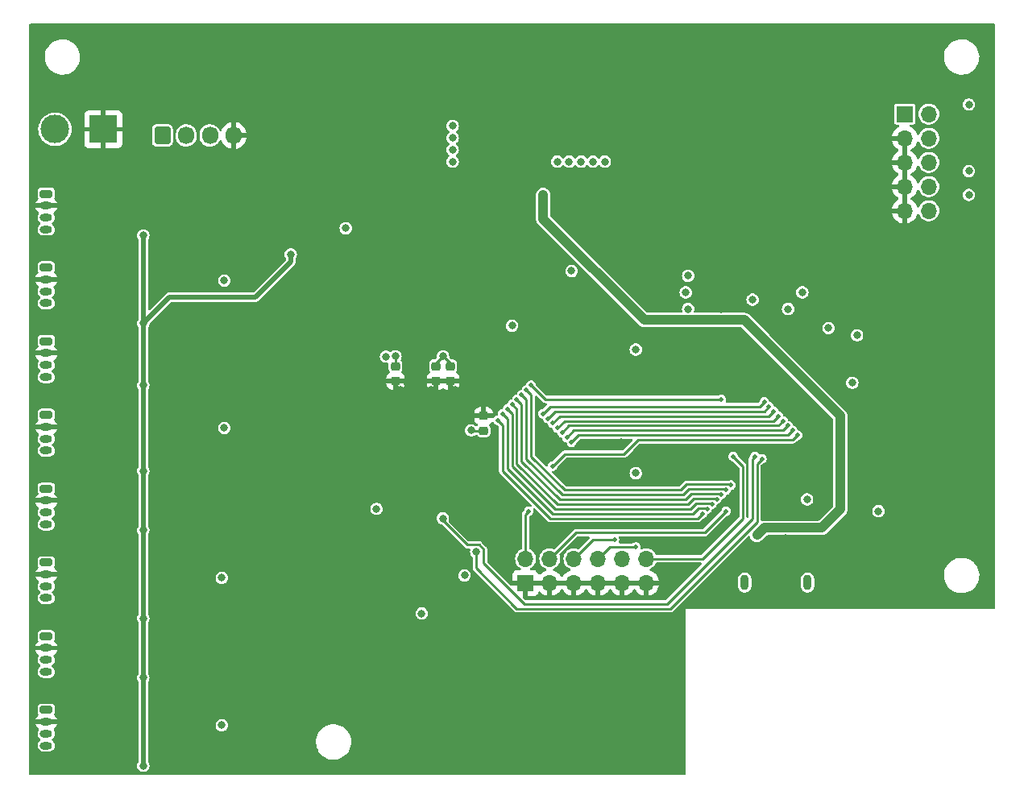
<source format=gbl>
G04 #@! TF.GenerationSoftware,KiCad,Pcbnew,7.0.7*
G04 #@! TF.CreationDate,2023-09-24T13:56:50+10:00*
G04 #@! TF.ProjectId,fyp_nubots_ssl,6679705f-6e75-4626-9f74-735f73736c2e,rev?*
G04 #@! TF.SameCoordinates,Original*
G04 #@! TF.FileFunction,Copper,L4,Bot*
G04 #@! TF.FilePolarity,Positive*
%FSLAX46Y46*%
G04 Gerber Fmt 4.6, Leading zero omitted, Abs format (unit mm)*
G04 Created by KiCad (PCBNEW 7.0.7) date 2023-09-24 13:56:50*
%MOMM*%
%LPD*%
G01*
G04 APERTURE LIST*
G04 Aperture macros list*
%AMRoundRect*
0 Rectangle with rounded corners*
0 $1 Rounding radius*
0 $2 $3 $4 $5 $6 $7 $8 $9 X,Y pos of 4 corners*
0 Add a 4 corners polygon primitive as box body*
4,1,4,$2,$3,$4,$5,$6,$7,$8,$9,$2,$3,0*
0 Add four circle primitives for the rounded corners*
1,1,$1+$1,$2,$3*
1,1,$1+$1,$4,$5*
1,1,$1+$1,$6,$7*
1,1,$1+$1,$8,$9*
0 Add four rect primitives between the rounded corners*
20,1,$1+$1,$2,$3,$4,$5,0*
20,1,$1+$1,$4,$5,$6,$7,0*
20,1,$1+$1,$6,$7,$8,$9,0*
20,1,$1+$1,$8,$9,$2,$3,0*%
G04 Aperture macros list end*
G04 #@! TA.AperFunction,ComponentPad*
%ADD10RoundRect,0.250000X-0.600000X-0.675000X0.600000X-0.675000X0.600000X0.675000X-0.600000X0.675000X0*%
G04 #@! TD*
G04 #@! TA.AperFunction,ComponentPad*
%ADD11O,1.700000X1.850000*%
G04 #@! TD*
G04 #@! TA.AperFunction,ComponentPad*
%ADD12RoundRect,0.200000X-0.450000X0.200000X-0.450000X-0.200000X0.450000X-0.200000X0.450000X0.200000X0*%
G04 #@! TD*
G04 #@! TA.AperFunction,ComponentPad*
%ADD13O,1.300000X0.800000*%
G04 #@! TD*
G04 #@! TA.AperFunction,ComponentPad*
%ADD14O,0.900000X1.600000*%
G04 #@! TD*
G04 #@! TA.AperFunction,ComponentPad*
%ADD15R,1.700000X1.700000*%
G04 #@! TD*
G04 #@! TA.AperFunction,ComponentPad*
%ADD16O,1.700000X1.700000*%
G04 #@! TD*
G04 #@! TA.AperFunction,ComponentPad*
%ADD17R,3.000000X3.000000*%
G04 #@! TD*
G04 #@! TA.AperFunction,ComponentPad*
%ADD18C,3.000000*%
G04 #@! TD*
G04 #@! TA.AperFunction,SMDPad,CuDef*
%ADD19RoundRect,0.225000X0.250000X-0.225000X0.250000X0.225000X-0.250000X0.225000X-0.250000X-0.225000X0*%
G04 #@! TD*
G04 #@! TA.AperFunction,SMDPad,CuDef*
%ADD20RoundRect,0.225000X-0.250000X0.225000X-0.250000X-0.225000X0.250000X-0.225000X0.250000X0.225000X0*%
G04 #@! TD*
G04 #@! TA.AperFunction,ViaPad*
%ADD21C,0.500000*%
G04 #@! TD*
G04 #@! TA.AperFunction,ViaPad*
%ADD22C,0.800000*%
G04 #@! TD*
G04 #@! TA.AperFunction,Conductor*
%ADD23C,0.250000*%
G04 #@! TD*
G04 #@! TA.AperFunction,Conductor*
%ADD24C,0.500000*%
G04 #@! TD*
G04 #@! TA.AperFunction,Conductor*
%ADD25C,1.000000*%
G04 #@! TD*
G04 APERTURE END LIST*
D10*
X87000000Y-64750000D03*
D11*
X89500000Y-64750000D03*
X92000000Y-64750000D03*
X94500000Y-64750000D03*
D12*
X74800000Y-101875000D03*
D13*
X74800000Y-103125000D03*
X74800000Y-104375000D03*
X74800000Y-105625000D03*
D12*
X74800000Y-94125000D03*
D13*
X74800000Y-95375000D03*
X74800000Y-96625000D03*
X74800000Y-97875000D03*
D14*
X148200000Y-111750000D03*
X154800000Y-111750000D03*
D12*
X74800000Y-78625000D03*
D13*
X74800000Y-79875000D03*
X74800000Y-81125000D03*
X74800000Y-82375000D03*
D15*
X165000000Y-62500000D03*
D16*
X167540000Y-62500000D03*
X165000000Y-65040000D03*
X167540000Y-65040000D03*
X165000000Y-67580000D03*
X167540000Y-67580000D03*
X165000000Y-70120000D03*
X167540000Y-70120000D03*
X165000000Y-72660000D03*
X167540000Y-72660000D03*
D12*
X74800000Y-109625000D03*
D13*
X74800000Y-110875000D03*
X74800000Y-112125000D03*
X74800000Y-113375000D03*
D12*
X74800000Y-86375000D03*
D13*
X74800000Y-87625000D03*
X74800000Y-88875000D03*
X74800000Y-90125000D03*
D17*
X80790000Y-64100000D03*
D18*
X75710000Y-64100000D03*
D15*
X125170000Y-111790000D03*
D16*
X125170000Y-109250000D03*
X127710000Y-111790000D03*
X127710000Y-109250000D03*
X130250000Y-111790000D03*
X130250000Y-109250000D03*
X132790000Y-111790000D03*
X132790000Y-109250000D03*
X135330000Y-111790000D03*
X135330000Y-109250000D03*
X137870000Y-111790000D03*
X137870000Y-109250000D03*
D12*
X74800000Y-117375000D03*
D13*
X74800000Y-118625000D03*
X74800000Y-119875000D03*
X74800000Y-121125000D03*
D12*
X74800000Y-125125000D03*
D13*
X74800000Y-126375000D03*
X74800000Y-127625000D03*
X74800000Y-128875000D03*
D12*
X74800000Y-70875000D03*
D13*
X74800000Y-72125000D03*
X74800000Y-73375000D03*
X74800000Y-74625000D03*
D19*
X120750000Y-95775000D03*
X120750000Y-94225000D03*
D20*
X115750000Y-89000000D03*
X115750000Y-90550000D03*
X111500000Y-89000000D03*
X111500000Y-90550000D03*
X117250000Y-89000000D03*
X117250000Y-90550000D03*
D21*
X93250000Y-92500000D03*
X91750000Y-130750000D03*
D22*
X146000000Y-81250000D03*
D21*
X100750000Y-118750000D03*
X82250000Y-107000000D03*
X140500000Y-101000000D03*
D22*
X119447340Y-94245149D03*
D21*
X136750000Y-105750000D03*
D22*
X151750000Y-80500000D03*
D21*
X97750000Y-91250000D03*
X146000000Y-79500000D03*
X88500000Y-86750000D03*
D22*
X109500000Y-60250000D03*
D21*
X83000000Y-77250000D03*
X134750000Y-88000000D03*
X145250000Y-78250000D03*
X90500000Y-72750000D03*
D22*
X88000000Y-122250000D03*
D21*
X142750000Y-105750000D03*
X90250000Y-98500000D03*
D22*
X110000000Y-53500000D03*
D21*
X150000000Y-97750000D03*
X94500000Y-79750000D03*
X80750000Y-121000000D03*
X78750000Y-83250000D03*
X86500000Y-110000000D03*
X133750000Y-85500000D03*
X150500000Y-81000000D03*
X89000000Y-71250000D03*
X136000000Y-90000000D03*
D22*
X112750000Y-115000000D03*
X115250000Y-91500000D03*
D21*
X94750000Y-121500000D03*
X80750000Y-125500000D03*
X97750000Y-92750000D03*
X87250000Y-98500000D03*
X146862299Y-78137701D03*
X116000000Y-107000000D03*
X96000000Y-88250000D03*
X77750000Y-114750000D03*
X139750000Y-105750000D03*
X86000000Y-78750000D03*
X79250000Y-91500000D03*
X100750000Y-111250000D03*
X93000000Y-88250000D03*
D22*
X102000000Y-80000000D03*
D21*
X93250000Y-123000000D03*
D22*
X105500000Y-60250000D03*
D21*
X80500000Y-130000000D03*
D22*
X127500000Y-53500000D03*
X108500000Y-56750000D03*
X115750000Y-111000000D03*
D21*
X80750000Y-90000000D03*
X105250000Y-108250000D03*
X78500000Y-75750000D03*
X96000000Y-85250000D03*
X94500000Y-75000000D03*
D22*
X112725247Y-90699500D03*
D21*
X96250000Y-94250000D03*
X82250000Y-100750000D03*
D22*
X125000000Y-53500000D03*
D21*
X124250000Y-103250000D03*
X127750000Y-91000000D03*
D22*
X93250000Y-124750000D03*
D21*
X90250000Y-130750000D03*
D22*
X106500000Y-56750000D03*
D21*
X80750000Y-114750000D03*
D22*
X111750000Y-55750000D03*
D21*
X82250000Y-122500000D03*
D22*
X145750000Y-83000000D03*
D21*
X97500000Y-88250000D03*
X100750000Y-121750000D03*
X130250000Y-101000000D03*
X95500000Y-116250000D03*
X149250000Y-75500000D03*
X77750000Y-110000000D03*
X97500000Y-82750000D03*
X93250000Y-130750000D03*
X145000000Y-91500000D03*
D22*
X111500000Y-104000000D03*
D21*
X145750000Y-106000000D03*
D22*
X105737701Y-84762299D03*
D21*
X100750000Y-109750000D03*
X95500000Y-112750000D03*
X87500000Y-73000000D03*
D22*
X112000000Y-92500000D03*
X150250000Y-82000000D03*
D21*
X87500000Y-69750000D03*
X146750000Y-75500000D03*
D22*
X117750000Y-91500000D03*
X113000000Y-57000000D03*
X103250000Y-54500000D03*
D21*
X93250000Y-98500000D03*
D22*
X172750000Y-65000000D03*
X128750000Y-53500000D03*
X109750000Y-115000000D03*
D21*
X152500000Y-97750000D03*
D22*
X87750000Y-91250000D03*
D21*
X150500000Y-76250000D03*
D22*
X113000000Y-58250000D03*
D21*
X133250000Y-91500000D03*
X80750000Y-94500000D03*
X91500000Y-96500000D03*
D22*
X93250000Y-109250000D03*
D21*
X77750000Y-125500000D03*
X137500000Y-88500000D03*
X96250000Y-127750000D03*
X94750000Y-129250000D03*
X93000000Y-83750000D03*
D22*
X111750000Y-59500000D03*
D21*
X97750000Y-121500000D03*
D22*
X113000000Y-59500000D03*
D21*
X151750000Y-77250000D03*
X87500000Y-78750000D03*
X145500000Y-76250000D03*
X126500000Y-110500000D03*
X138250000Y-107250000D03*
D22*
X126250000Y-53500000D03*
D21*
X133500000Y-101000000D03*
X100750000Y-114250000D03*
X96000000Y-76500000D03*
D22*
X118250000Y-82500000D03*
X105750000Y-99500000D03*
D21*
X79250000Y-100750000D03*
D22*
X108250000Y-115000000D03*
D21*
X90250000Y-103500000D03*
D22*
X115750000Y-115000000D03*
D21*
X150500000Y-80000000D03*
D22*
X113000000Y-54500000D03*
X102000000Y-54500000D03*
D21*
X146500000Y-82250000D03*
X150000000Y-91500000D03*
D22*
X107500000Y-55500000D03*
D21*
X127750000Y-107750000D03*
X79250000Y-116250000D03*
X135500000Y-99500000D03*
X100750000Y-123250000D03*
X89500000Y-115000000D03*
D22*
X105000000Y-53500000D03*
X114250000Y-82500000D03*
D21*
X100500000Y-81000000D03*
D22*
X107500000Y-53500000D03*
D21*
X77750000Y-117750000D03*
X83750000Y-125500000D03*
D22*
X119250000Y-70475000D03*
D21*
X120750000Y-102500000D03*
X91750000Y-102000000D03*
D22*
X105737701Y-87762299D03*
D21*
X150250000Y-101500000D03*
X97750000Y-118500000D03*
X145000000Y-97750000D03*
D22*
X152500000Y-107100000D03*
D21*
X83750000Y-94500000D03*
X139000000Y-101000000D03*
X135250000Y-84000000D03*
D22*
X105750000Y-105500000D03*
D21*
X122750000Y-101750000D03*
D22*
X105500000Y-58000000D03*
X104500000Y-74500000D03*
D21*
X99250000Y-124750000D03*
D22*
X116000000Y-92250000D03*
D21*
X80750000Y-110000000D03*
D22*
X113505752Y-87975170D03*
X122750000Y-58750000D03*
D21*
X93500000Y-104000000D03*
X100750000Y-112750000D03*
X131250000Y-97250000D03*
D22*
X112250000Y-82500000D03*
X113000000Y-55750000D03*
X132000000Y-57500000D03*
D21*
X97500000Y-78000000D03*
X148000000Y-75250000D03*
D22*
X102000000Y-55750000D03*
X103250000Y-55750000D03*
D21*
X122250000Y-104000000D03*
X130750000Y-88500000D03*
X96250000Y-123000000D03*
D22*
X161000000Y-110000000D03*
D21*
X129000000Y-110500000D03*
X147250000Y-104500000D03*
D22*
X111750000Y-58250000D03*
X122750000Y-57500000D03*
X117250000Y-111000000D03*
D21*
X91000000Y-119250000D03*
D22*
X132000000Y-55000000D03*
D21*
X137750000Y-91500000D03*
X150500000Y-79000000D03*
X139750000Y-82500000D03*
X124750000Y-88250000D03*
X141250000Y-107250000D03*
X80750000Y-105500000D03*
D22*
X111250000Y-115000000D03*
D21*
X90000000Y-88250000D03*
D22*
X105737701Y-90762299D03*
D21*
X145499205Y-77249572D03*
D22*
X105750000Y-102500000D03*
D21*
X88500000Y-85250000D03*
D22*
X105750000Y-96500000D03*
D21*
X80000000Y-74250000D03*
X79250000Y-107000000D03*
D22*
X136750000Y-85250000D03*
X112000000Y-91500000D03*
X109500000Y-55500000D03*
D21*
X97500000Y-86750000D03*
X89500000Y-118000000D03*
X130500000Y-105750000D03*
X88750000Y-102000000D03*
X126500000Y-93000000D03*
X100750000Y-120250000D03*
X97750000Y-126250000D03*
X146750000Y-102750000D03*
D22*
X103250000Y-59500000D03*
D21*
X79500000Y-85500000D03*
D22*
X111750000Y-57000000D03*
D21*
X106750000Y-106750000D03*
X83750000Y-108500000D03*
D22*
X117000000Y-92250000D03*
D21*
X145250000Y-104250000D03*
X81500000Y-75750000D03*
X102250000Y-106750000D03*
X100750000Y-108250000D03*
X86500000Y-94500000D03*
X100750000Y-115750000D03*
X124000000Y-90500000D03*
X94750000Y-95750000D03*
X150250000Y-104500000D03*
X77750000Y-94500000D03*
X129250000Y-99500000D03*
X133250000Y-97250000D03*
X82250000Y-116250000D03*
D22*
X87750000Y-106750000D03*
D21*
X78500000Y-80250000D03*
X88750000Y-100000000D03*
X82500000Y-85500000D03*
D22*
X111000000Y-92000000D03*
D21*
X82250000Y-91500000D03*
X144250000Y-107250000D03*
X78000000Y-87000000D03*
D22*
X160000000Y-87750000D03*
D21*
X132250000Y-87000000D03*
X100750000Y-117250000D03*
X133750000Y-105750000D03*
D22*
X102000000Y-58250000D03*
X102000000Y-59500000D03*
X122750000Y-55000000D03*
X125750000Y-72750000D03*
D21*
X93500000Y-107000000D03*
D22*
X161000000Y-108500000D03*
D21*
X92500000Y-119250000D03*
D22*
X93500000Y-78500000D03*
D21*
X83750000Y-124000000D03*
X152500000Y-91500000D03*
X83000000Y-78750000D03*
D22*
X106500000Y-59250000D03*
D21*
X146750000Y-80250000D03*
D22*
X87750000Y-75750000D03*
D21*
X86500000Y-125500000D03*
X77750000Y-102250000D03*
X99250000Y-91250000D03*
X80750000Y-99250000D03*
X103750000Y-108250000D03*
X93000000Y-73500000D03*
D22*
X93500000Y-94000000D03*
X135250000Y-97000000D03*
D21*
X150250000Y-103500000D03*
D22*
X103250000Y-57000000D03*
X102000000Y-57000000D03*
X105750000Y-93750000D03*
D21*
X130750000Y-91500000D03*
D22*
X157000000Y-88500000D03*
X119250000Y-75750000D03*
D21*
X84500000Y-69750000D03*
X151750000Y-78250000D03*
D22*
X105500000Y-55500000D03*
X115000000Y-92500000D03*
X115000000Y-88000000D03*
D21*
X80000000Y-78750000D03*
X142500000Y-91500000D03*
X133250000Y-89500000D03*
X120500000Y-106500000D03*
D22*
X108500000Y-59250000D03*
D21*
X81750000Y-83250000D03*
X152250000Y-105000000D03*
X90000000Y-83750000D03*
D22*
X130000000Y-53500000D03*
D21*
X131750000Y-99500000D03*
X87750000Y-104000000D03*
D22*
X111750000Y-54500000D03*
D21*
X83750000Y-110000000D03*
X78000000Y-71250000D03*
D22*
X107500000Y-58000000D03*
X132000000Y-58750000D03*
X107500000Y-60250000D03*
D21*
X94000000Y-117750000D03*
X145750000Y-75250000D03*
D22*
X106250000Y-53500000D03*
D21*
X81500000Y-69750000D03*
X142500000Y-97750000D03*
D22*
X128750000Y-71000000D03*
D21*
X77750000Y-99250000D03*
D22*
X103250000Y-58250000D03*
X155750000Y-104250000D03*
D21*
X79000000Y-130000000D03*
D22*
X136750000Y-98250000D03*
D21*
X147500000Y-91500000D03*
X94750000Y-91250000D03*
X92250000Y-76000000D03*
X82000000Y-131500000D03*
X96250000Y-91250000D03*
D22*
X109500000Y-58000000D03*
X116250000Y-82500000D03*
D21*
X79250000Y-122500000D03*
X92500000Y-115000000D03*
D22*
X153250000Y-103000000D03*
D21*
X88000000Y-116500000D03*
X150250000Y-102500000D03*
D22*
X132000000Y-56250000D03*
X108750000Y-53500000D03*
D21*
X83750000Y-93000000D03*
X121750000Y-88250000D03*
D22*
X118000000Y-92500000D03*
D21*
X138250000Y-82500000D03*
D22*
X122750000Y-56250000D03*
D21*
X121000000Y-90250000D03*
X96250000Y-120000000D03*
X99000000Y-88250000D03*
X128750000Y-106500000D03*
X137500000Y-101000000D03*
X94750000Y-124500000D03*
X117750000Y-103750000D03*
X91750000Y-100000000D03*
X122250000Y-108500000D03*
D22*
X93500000Y-80000000D03*
X109500000Y-104000000D03*
X106275000Y-74500000D03*
X117500000Y-66250000D03*
X93500000Y-95500000D03*
X93250000Y-126750000D03*
X110500000Y-88000000D03*
X117500000Y-65000000D03*
X111493134Y-87975480D03*
X117500000Y-67500000D03*
X117500000Y-63750000D03*
X93250000Y-111250000D03*
X116500000Y-87975480D03*
X129750000Y-67500000D03*
X142250000Y-83000000D03*
X171750000Y-61500000D03*
X114250000Y-115000000D03*
X123750000Y-84750000D03*
X142250000Y-79500000D03*
X149017299Y-82017299D03*
X152750000Y-83000000D03*
X157000000Y-85000000D03*
X118750000Y-111000000D03*
X171750000Y-71000000D03*
X159500000Y-90750000D03*
X154750000Y-103000000D03*
X162250000Y-104250000D03*
X128500000Y-67500000D03*
X154250000Y-81250000D03*
X130000000Y-79000000D03*
X131000000Y-67500000D03*
X136750000Y-87250000D03*
X171750000Y-68500000D03*
X136750000Y-100250000D03*
X119447340Y-95745149D03*
X133500000Y-67500000D03*
X132250000Y-67500000D03*
X160000000Y-85750000D03*
X142000000Y-81250000D03*
D21*
X125500000Y-104250000D03*
X136750000Y-108000000D03*
X134500000Y-107250000D03*
X146250000Y-104250000D03*
X127000000Y-94000000D03*
X150250000Y-92750000D03*
X122250000Y-94675500D03*
X143750000Y-104500000D03*
X122750000Y-94000000D03*
X144250000Y-104000000D03*
X144750000Y-103500000D03*
X123250000Y-93500000D03*
X145250000Y-103000000D03*
X123750000Y-93000000D03*
X153750000Y-96250000D03*
X128000000Y-99500000D03*
X130000000Y-97000000D03*
X153250000Y-95750000D03*
X129500000Y-96500000D03*
X152750000Y-95250000D03*
X129000000Y-96000000D03*
X152250000Y-94750000D03*
X128500000Y-95500000D03*
X151750000Y-94250000D03*
X128000000Y-95000000D03*
X151250000Y-93750000D03*
X150750000Y-93250000D03*
X127500000Y-94500000D03*
X145750000Y-102500000D03*
X124250000Y-92500000D03*
X146250000Y-102000000D03*
X124750000Y-92000000D03*
X125250000Y-91500000D03*
X146750000Y-101500000D03*
X147000000Y-98500000D03*
X145750000Y-92500000D03*
X125750000Y-91000000D03*
X149250000Y-98500000D03*
D22*
X116474500Y-105000000D03*
X119987701Y-108512299D03*
D21*
X150000000Y-98750000D03*
D22*
X85000000Y-106250000D03*
X85000000Y-131000000D03*
X85000000Y-121750000D03*
X85000000Y-100000000D03*
X85000000Y-115500000D03*
X85000000Y-75250000D03*
X100500000Y-77250000D03*
X85000000Y-91000000D03*
X85000000Y-84500000D03*
X127000000Y-71000000D03*
X149500000Y-106750000D03*
D23*
X115250000Y-91500000D02*
X115750000Y-91000000D01*
X119447340Y-94245149D02*
X120729851Y-94245149D01*
X117250000Y-91000000D02*
X117250000Y-90550000D01*
X115750000Y-91000000D02*
X115750000Y-90550000D01*
X117750000Y-91500000D02*
X117250000Y-91000000D01*
X112000000Y-91500000D02*
X111500000Y-91000000D01*
X111500000Y-91000000D02*
X111500000Y-90550000D01*
X120729851Y-94245149D02*
X120750000Y-94225000D01*
X117250000Y-88725480D02*
X116500000Y-87975480D01*
X111493134Y-88993134D02*
X111500000Y-89000000D01*
X116500000Y-87975480D02*
X115750000Y-88725480D01*
X117250000Y-89000000D02*
X117250000Y-88725480D01*
X115750000Y-88725480D02*
X115750000Y-89000000D01*
X111493134Y-87975480D02*
X111493134Y-88993134D01*
X119447340Y-95745149D02*
X119477191Y-95775000D01*
X119477191Y-95775000D02*
X120750000Y-95775000D01*
X125170000Y-109250000D02*
X125170000Y-104580000D01*
X125170000Y-104580000D02*
X125500000Y-104250000D01*
X136750000Y-108000000D02*
X134040000Y-108000000D01*
X134040000Y-108000000D02*
X132790000Y-109250000D01*
X134500000Y-107250000D02*
X132250000Y-107250000D01*
X132250000Y-107250000D02*
X130250000Y-109250000D01*
X144000000Y-106500000D02*
X130460000Y-106500000D01*
X146250000Y-104250000D02*
X144000000Y-106500000D01*
X130460000Y-106500000D02*
X127710000Y-109250000D01*
X127750000Y-93250000D02*
X149750000Y-93250000D01*
X127000000Y-94000000D02*
X127750000Y-93250000D01*
X149750000Y-93250000D02*
X150250000Y-92750000D01*
X122750000Y-95175500D02*
X122750000Y-100000000D01*
X122750000Y-100000000D02*
X127750000Y-105000000D01*
X143250000Y-105000000D02*
X143750000Y-104500000D01*
X127750000Y-105000000D02*
X143250000Y-105000000D01*
X122250000Y-94675500D02*
X122750000Y-95175500D01*
X123250000Y-99750000D02*
X128000000Y-104500000D01*
X142750000Y-104500000D02*
X143325000Y-103925000D01*
X122750000Y-94000000D02*
X123250000Y-94500000D01*
X144175000Y-103925000D02*
X144250000Y-104000000D01*
X123250000Y-94500000D02*
X123250000Y-99750000D01*
X128000000Y-104500000D02*
X142750000Y-104500000D01*
X143325000Y-103925000D02*
X144175000Y-103925000D01*
X123750000Y-94000000D02*
X123750000Y-99500000D01*
X142500000Y-104000000D02*
X143075000Y-103425000D01*
X123750000Y-99500000D02*
X128250000Y-104000000D01*
X143075000Y-103425000D02*
X144675000Y-103425000D01*
X123250000Y-93500000D02*
X123750000Y-94000000D01*
X144675000Y-103425000D02*
X144750000Y-103500000D01*
X128250000Y-104000000D02*
X142500000Y-104000000D01*
X128500000Y-103500000D02*
X142250000Y-103500000D01*
X142250000Y-103500000D02*
X142825000Y-102925000D01*
X142825000Y-102925000D02*
X145175000Y-102925000D01*
X123750000Y-93000000D02*
X124250000Y-93500000D01*
X124250000Y-99250000D02*
X128500000Y-103500000D01*
X124250000Y-93500000D02*
X124250000Y-99250000D01*
X145175000Y-102925000D02*
X145250000Y-103000000D01*
X153250000Y-96750000D02*
X153750000Y-96250000D01*
X135500000Y-98250000D02*
X137000000Y-96750000D01*
X137000000Y-96750000D02*
X153250000Y-96750000D01*
X129250000Y-98250000D02*
X135500000Y-98250000D01*
X128000000Y-99500000D02*
X129250000Y-98250000D01*
X130750000Y-96250000D02*
X152750000Y-96250000D01*
X130000000Y-97000000D02*
X130750000Y-96250000D01*
X152750000Y-96250000D02*
X153250000Y-95750000D01*
X130250000Y-95750000D02*
X152250000Y-95750000D01*
X129500000Y-96500000D02*
X130250000Y-95750000D01*
X152250000Y-95750000D02*
X152750000Y-95250000D01*
X129000000Y-96000000D02*
X129750000Y-95250000D01*
X151750000Y-95250000D02*
X152250000Y-94750000D01*
X129750000Y-95250000D02*
X151750000Y-95250000D01*
X128500000Y-95500000D02*
X129250000Y-94750000D01*
X151250000Y-94750000D02*
X151750000Y-94250000D01*
X129250000Y-94750000D02*
X151250000Y-94750000D01*
X128750000Y-94250000D02*
X150750000Y-94250000D01*
X150750000Y-94250000D02*
X151250000Y-93750000D01*
X128000000Y-95000000D02*
X128750000Y-94250000D01*
X150250000Y-93750000D02*
X150750000Y-93250000D01*
X127500000Y-94500000D02*
X128250000Y-93750000D01*
X128250000Y-93750000D02*
X150250000Y-93750000D01*
X124750000Y-99000000D02*
X128750000Y-103000000D01*
X142575000Y-102425000D02*
X145675000Y-102425000D01*
X124250000Y-92500000D02*
X124750000Y-93000000D01*
X124750000Y-93000000D02*
X124750000Y-99000000D01*
X142000000Y-103000000D02*
X142575000Y-102425000D01*
X145675000Y-102425000D02*
X145750000Y-102500000D01*
X128750000Y-103000000D02*
X142000000Y-103000000D01*
X146175000Y-101925000D02*
X146250000Y-102000000D01*
X125250000Y-92500000D02*
X125250000Y-98750000D01*
X125250000Y-98750000D02*
X129000000Y-102500000D01*
X141750000Y-102500000D02*
X142325000Y-101925000D01*
X142325000Y-101925000D02*
X146175000Y-101925000D01*
X129000000Y-102500000D02*
X141750000Y-102500000D01*
X124750000Y-92000000D02*
X125250000Y-92500000D01*
X141500000Y-102000000D02*
X142075000Y-101425000D01*
X125750000Y-92000000D02*
X125750000Y-98500000D01*
X125750000Y-98500000D02*
X129250000Y-102000000D01*
X146675000Y-101425000D02*
X146750000Y-101500000D01*
X142075000Y-101425000D02*
X146675000Y-101425000D01*
X129250000Y-102000000D02*
X141500000Y-102000000D01*
X125250000Y-91500000D02*
X125750000Y-92000000D01*
X148000000Y-99500000D02*
X148000000Y-105000000D01*
X127250000Y-92500000D02*
X145750000Y-92500000D01*
X126425000Y-91675000D02*
X125750000Y-91000000D01*
X126425000Y-91675000D02*
X127250000Y-92500000D01*
X143750000Y-109250000D02*
X137870000Y-109250000D01*
X148000000Y-105000000D02*
X143750000Y-109250000D01*
X148000000Y-99500000D02*
X147000000Y-98500000D01*
X120750000Y-108249293D02*
X120750000Y-109720000D01*
X119037299Y-107787299D02*
X120288006Y-107787299D01*
X120288006Y-107787299D02*
X120750000Y-108249293D01*
X140009925Y-114000000D02*
X149000000Y-105009925D01*
X149000000Y-105009925D02*
X149000000Y-98750000D01*
X116474500Y-105224500D02*
X119037299Y-107787299D01*
X149000000Y-98750000D02*
X149250000Y-98500000D01*
X116474500Y-105000000D02*
X116474500Y-105224500D01*
X120750000Y-109720000D02*
X125030000Y-114000000D01*
X125030000Y-114000000D02*
X140009925Y-114000000D01*
X124250000Y-114500000D02*
X140375000Y-114500000D01*
X140375000Y-114500000D02*
X149500000Y-105375000D01*
X149500000Y-105375000D02*
X149500000Y-99250000D01*
X119987701Y-110237701D02*
X124250000Y-114500000D01*
X149500000Y-99250000D02*
X150000000Y-98750000D01*
X119987701Y-108512299D02*
X119987701Y-110237701D01*
D24*
X85000000Y-131000000D02*
X85000000Y-121750000D01*
X85000000Y-84500000D02*
X85000000Y-75250000D01*
X85000000Y-121750000D02*
X85000000Y-115500000D01*
X85000000Y-100000000D02*
X85000000Y-91000000D01*
X85000000Y-115500000D02*
X85000000Y-106250000D01*
X85000000Y-91000000D02*
X85000000Y-84500000D01*
X96750000Y-81750000D02*
X87750000Y-81750000D01*
X100500000Y-77250000D02*
X100500000Y-78000000D01*
X87750000Y-81750000D02*
X85000000Y-84500000D01*
X85000000Y-106250000D02*
X85000000Y-100000000D01*
X100500000Y-78000000D02*
X96750000Y-81750000D01*
D25*
X158250000Y-94235295D02*
X158250000Y-104055635D01*
X158250000Y-94235295D02*
X148164705Y-84150000D01*
X156305635Y-106000000D02*
X158250000Y-104055635D01*
X150250000Y-106000000D02*
X156305635Y-106000000D01*
X127000000Y-73500000D02*
X127000000Y-71000000D01*
X149500000Y-106750000D02*
X150250000Y-106000000D01*
X148164705Y-84150000D02*
X137650000Y-84150000D01*
X137650000Y-84150000D02*
X127000000Y-73500000D01*
G04 #@! TA.AperFunction,Conductor*
G36*
X143621063Y-109645185D02*
G01*
X143666818Y-109697989D01*
X143676762Y-109767147D01*
X143647737Y-109830703D01*
X143641705Y-109837181D01*
X139890706Y-113588181D01*
X139829383Y-113621666D01*
X139803025Y-113624500D01*
X125236899Y-113624500D01*
X125169860Y-113604815D01*
X125149218Y-113588181D01*
X124898199Y-113337162D01*
X124864714Y-113275839D01*
X124869698Y-113206147D01*
X124898200Y-113161799D01*
X124920000Y-113139999D01*
X124920000Y-112402301D01*
X124939685Y-112335262D01*
X124992489Y-112289507D01*
X125061647Y-112279563D01*
X125134237Y-112290000D01*
X125134238Y-112290000D01*
X125205762Y-112290000D01*
X125205763Y-112290000D01*
X125278353Y-112279563D01*
X125347512Y-112289507D01*
X125400315Y-112335262D01*
X125420000Y-112402301D01*
X125420000Y-113140000D01*
X126067828Y-113140000D01*
X126067844Y-113139999D01*
X126127372Y-113133598D01*
X126127379Y-113133596D01*
X126262086Y-113083354D01*
X126262093Y-113083350D01*
X126377187Y-112997190D01*
X126377190Y-112997187D01*
X126463350Y-112882093D01*
X126463354Y-112882086D01*
X126512614Y-112750013D01*
X126554485Y-112694079D01*
X126619949Y-112669662D01*
X126688222Y-112684513D01*
X126716477Y-112705665D01*
X126838917Y-112828105D01*
X127032421Y-112963600D01*
X127246507Y-113063429D01*
X127246516Y-113063433D01*
X127459998Y-113120635D01*
X127459999Y-113120634D01*
X127459999Y-112402300D01*
X127479684Y-112335261D01*
X127532488Y-112289506D01*
X127601642Y-112279562D01*
X127674237Y-112290000D01*
X127674240Y-112290000D01*
X127745762Y-112290000D01*
X127745763Y-112290000D01*
X127818353Y-112279563D01*
X127887512Y-112289507D01*
X127940315Y-112335262D01*
X127960000Y-112402301D01*
X127960000Y-113120634D01*
X128173483Y-113063433D01*
X128173492Y-113063429D01*
X128387578Y-112963600D01*
X128581082Y-112828105D01*
X128748105Y-112661082D01*
X128878425Y-112474968D01*
X128933002Y-112431344D01*
X129002501Y-112424151D01*
X129064855Y-112455673D01*
X129081575Y-112474968D01*
X129211894Y-112661082D01*
X129378917Y-112828105D01*
X129572421Y-112963600D01*
X129786507Y-113063429D01*
X129786516Y-113063433D01*
X130000000Y-113120634D01*
X130000000Y-112402301D01*
X130019685Y-112335262D01*
X130072489Y-112289507D01*
X130141647Y-112279563D01*
X130214237Y-112290000D01*
X130214238Y-112290000D01*
X130285762Y-112290000D01*
X130285763Y-112290000D01*
X130358352Y-112279563D01*
X130427510Y-112289507D01*
X130480314Y-112335261D01*
X130499999Y-112402301D01*
X130499999Y-113120633D01*
X130713483Y-113063433D01*
X130713492Y-113063429D01*
X130927578Y-112963600D01*
X131121082Y-112828105D01*
X131288105Y-112661082D01*
X131418425Y-112474968D01*
X131473002Y-112431344D01*
X131542501Y-112424151D01*
X131604855Y-112455673D01*
X131621575Y-112474968D01*
X131751894Y-112661082D01*
X131918917Y-112828105D01*
X132112421Y-112963600D01*
X132326507Y-113063429D01*
X132326516Y-113063433D01*
X132540000Y-113120634D01*
X132540000Y-112402301D01*
X132559685Y-112335262D01*
X132612489Y-112289507D01*
X132681647Y-112279563D01*
X132754237Y-112290000D01*
X132754238Y-112290000D01*
X132825762Y-112290000D01*
X132825763Y-112290000D01*
X132898353Y-112279563D01*
X132967512Y-112289507D01*
X133020315Y-112335262D01*
X133040000Y-112402301D01*
X133040000Y-113120634D01*
X133253483Y-113063433D01*
X133253492Y-113063429D01*
X133467578Y-112963600D01*
X133661082Y-112828105D01*
X133828105Y-112661082D01*
X133958425Y-112474968D01*
X134013002Y-112431344D01*
X134082501Y-112424151D01*
X134144855Y-112455673D01*
X134161575Y-112474968D01*
X134291894Y-112661082D01*
X134458917Y-112828105D01*
X134652421Y-112963600D01*
X134866507Y-113063429D01*
X134866516Y-113063433D01*
X135080000Y-113120634D01*
X135080000Y-112402301D01*
X135099685Y-112335262D01*
X135152489Y-112289507D01*
X135221647Y-112279563D01*
X135294237Y-112290000D01*
X135294238Y-112290000D01*
X135365762Y-112290000D01*
X135365763Y-112290000D01*
X135438353Y-112279563D01*
X135507512Y-112289507D01*
X135560315Y-112335262D01*
X135580000Y-112402301D01*
X135580000Y-113120633D01*
X135793483Y-113063433D01*
X135793492Y-113063429D01*
X136007578Y-112963600D01*
X136201082Y-112828105D01*
X136368105Y-112661082D01*
X136498425Y-112474968D01*
X136553002Y-112431344D01*
X136622501Y-112424151D01*
X136684855Y-112455673D01*
X136701575Y-112474968D01*
X136831894Y-112661082D01*
X136998917Y-112828105D01*
X137192421Y-112963600D01*
X137406507Y-113063429D01*
X137406516Y-113063433D01*
X137620000Y-113120634D01*
X137620000Y-112402301D01*
X137639685Y-112335262D01*
X137692489Y-112289507D01*
X137761647Y-112279563D01*
X137834237Y-112290000D01*
X137834238Y-112290000D01*
X137905762Y-112290000D01*
X137905763Y-112290000D01*
X137978353Y-112279563D01*
X138047512Y-112289507D01*
X138100315Y-112335262D01*
X138120000Y-112402301D01*
X138120000Y-113120633D01*
X138333483Y-113063433D01*
X138333492Y-113063429D01*
X138547578Y-112963600D01*
X138741082Y-112828105D01*
X138908105Y-112661082D01*
X139043600Y-112467578D01*
X139143429Y-112253492D01*
X139143432Y-112253486D01*
X139200636Y-112040000D01*
X138483347Y-112040000D01*
X138416308Y-112020315D01*
X138370553Y-111967511D01*
X138360609Y-111898353D01*
X138364369Y-111881067D01*
X138370000Y-111861888D01*
X138370000Y-111718111D01*
X138364369Y-111698933D01*
X138364370Y-111629064D01*
X138402145Y-111570286D01*
X138465701Y-111541262D01*
X138483347Y-111540000D01*
X139200636Y-111540000D01*
X139200635Y-111539999D01*
X139143432Y-111326513D01*
X139143429Y-111326507D01*
X139043600Y-111112422D01*
X139043599Y-111112420D01*
X138908113Y-110918926D01*
X138908108Y-110918920D01*
X138741082Y-110751894D01*
X138547578Y-110616399D01*
X138333492Y-110516570D01*
X138333477Y-110516564D01*
X138294414Y-110506097D01*
X138234754Y-110469732D01*
X138204226Y-110406885D01*
X138212521Y-110337509D01*
X138257007Y-110283632D01*
X138281710Y-110270698D01*
X138362637Y-110239348D01*
X138536041Y-110131981D01*
X138686764Y-109994579D01*
X138809673Y-109831821D01*
X138878186Y-109694226D01*
X138925687Y-109642992D01*
X138989185Y-109625500D01*
X143554024Y-109625500D01*
X143621063Y-109645185D01*
G37*
G04 #@! TD.AperFunction*
G04 #@! TA.AperFunction,Conductor*
G36*
X127163692Y-111559685D02*
G01*
X127209447Y-111612489D01*
X127219391Y-111681647D01*
X127215631Y-111698933D01*
X127210000Y-111718111D01*
X127210000Y-111861888D01*
X127215631Y-111881067D01*
X127215630Y-111950936D01*
X127177855Y-112009714D01*
X127114299Y-112038738D01*
X127096653Y-112040000D01*
X125783347Y-112040000D01*
X125716308Y-112020315D01*
X125670553Y-111967511D01*
X125660609Y-111898353D01*
X125664369Y-111881067D01*
X125670000Y-111861888D01*
X125670000Y-111718111D01*
X125664369Y-111698933D01*
X125664370Y-111629064D01*
X125702145Y-111570286D01*
X125765701Y-111541262D01*
X125783347Y-111540000D01*
X127096653Y-111540000D01*
X127163692Y-111559685D01*
G37*
G04 #@! TD.AperFunction*
G04 #@! TA.AperFunction,Conductor*
G36*
X129703692Y-111559685D02*
G01*
X129749447Y-111612489D01*
X129759391Y-111681647D01*
X129755631Y-111698933D01*
X129750000Y-111718111D01*
X129750000Y-111861888D01*
X129755631Y-111881067D01*
X129755630Y-111950936D01*
X129717855Y-112009714D01*
X129654299Y-112038738D01*
X129636653Y-112040000D01*
X128323347Y-112040000D01*
X128256308Y-112020315D01*
X128210553Y-111967511D01*
X128200609Y-111898353D01*
X128204369Y-111881067D01*
X128210000Y-111861888D01*
X128210000Y-111718111D01*
X128204369Y-111698933D01*
X128204370Y-111629064D01*
X128242145Y-111570286D01*
X128305701Y-111541262D01*
X128323347Y-111540000D01*
X129636653Y-111540000D01*
X129703692Y-111559685D01*
G37*
G04 #@! TD.AperFunction*
G04 #@! TA.AperFunction,Conductor*
G36*
X132243692Y-111559685D02*
G01*
X132289447Y-111612489D01*
X132299391Y-111681647D01*
X132295631Y-111698933D01*
X132290000Y-111718111D01*
X132290000Y-111861888D01*
X132295631Y-111881067D01*
X132295630Y-111950936D01*
X132257855Y-112009714D01*
X132194299Y-112038738D01*
X132176653Y-112040000D01*
X130863347Y-112040000D01*
X130796308Y-112020315D01*
X130750553Y-111967511D01*
X130740609Y-111898353D01*
X130744369Y-111881067D01*
X130750000Y-111861888D01*
X130750000Y-111718111D01*
X130744369Y-111698933D01*
X130744370Y-111629064D01*
X130782145Y-111570286D01*
X130845701Y-111541262D01*
X130863347Y-111540000D01*
X132176653Y-111540000D01*
X132243692Y-111559685D01*
G37*
G04 #@! TD.AperFunction*
G04 #@! TA.AperFunction,Conductor*
G36*
X134783692Y-111559685D02*
G01*
X134829447Y-111612489D01*
X134839391Y-111681647D01*
X134835631Y-111698933D01*
X134830000Y-111718111D01*
X134830000Y-111861888D01*
X134835631Y-111881067D01*
X134835630Y-111950936D01*
X134797855Y-112009714D01*
X134734299Y-112038738D01*
X134716653Y-112040000D01*
X133403347Y-112040000D01*
X133336308Y-112020315D01*
X133290553Y-111967511D01*
X133280609Y-111898353D01*
X133284369Y-111881067D01*
X133290000Y-111861888D01*
X133290000Y-111718111D01*
X133284369Y-111698933D01*
X133284370Y-111629064D01*
X133322145Y-111570286D01*
X133385701Y-111541262D01*
X133403347Y-111540000D01*
X134716653Y-111540000D01*
X134783692Y-111559685D01*
G37*
G04 #@! TD.AperFunction*
G04 #@! TA.AperFunction,Conductor*
G36*
X137323692Y-111559685D02*
G01*
X137369447Y-111612489D01*
X137379391Y-111681647D01*
X137375631Y-111698933D01*
X137370000Y-111718111D01*
X137370000Y-111861888D01*
X137375631Y-111881067D01*
X137375630Y-111950936D01*
X137337855Y-112009714D01*
X137274299Y-112038738D01*
X137256653Y-112040000D01*
X135943347Y-112040000D01*
X135876308Y-112020315D01*
X135830553Y-111967511D01*
X135820609Y-111898353D01*
X135824369Y-111881067D01*
X135830000Y-111861888D01*
X135830000Y-111718111D01*
X135824369Y-111698933D01*
X135824370Y-111629064D01*
X135862145Y-111570286D01*
X135925701Y-111541262D01*
X135943347Y-111540000D01*
X137256653Y-111540000D01*
X137323692Y-111559685D01*
G37*
G04 #@! TD.AperFunction*
G04 #@! TA.AperFunction,Conductor*
G36*
X131861138Y-106895185D02*
G01*
X131906893Y-106947989D01*
X131916837Y-107017147D01*
X131887812Y-107080703D01*
X131881780Y-107087181D01*
X130775028Y-108193933D01*
X130713705Y-108227418D01*
X130644013Y-108222434D01*
X130642554Y-108221879D01*
X130552461Y-108186977D01*
X130552456Y-108186976D01*
X130351976Y-108149500D01*
X130148024Y-108149500D01*
X129947544Y-108186976D01*
X129947541Y-108186976D01*
X129947541Y-108186977D01*
X129757364Y-108260651D01*
X129757357Y-108260655D01*
X129583960Y-108368017D01*
X129583958Y-108368019D01*
X129433237Y-108505418D01*
X129310327Y-108668178D01*
X129219422Y-108850739D01*
X129219417Y-108850752D01*
X129163602Y-109046917D01*
X129144785Y-109249999D01*
X129144785Y-109250000D01*
X129163602Y-109453082D01*
X129219417Y-109649247D01*
X129219422Y-109649260D01*
X129310327Y-109831821D01*
X129433237Y-109994581D01*
X129583958Y-110131980D01*
X129583960Y-110131982D01*
X129683141Y-110193392D01*
X129757363Y-110239348D01*
X129838283Y-110270696D01*
X129893685Y-110313269D01*
X129917276Y-110379035D01*
X129901565Y-110447116D01*
X129851542Y-110495895D01*
X129825586Y-110506097D01*
X129786519Y-110516565D01*
X129786507Y-110516570D01*
X129572422Y-110616399D01*
X129572420Y-110616400D01*
X129378926Y-110751886D01*
X129378920Y-110751891D01*
X129211891Y-110918920D01*
X129211890Y-110918922D01*
X129081575Y-111105031D01*
X129026998Y-111148655D01*
X128957499Y-111155848D01*
X128895145Y-111124326D01*
X128878425Y-111105031D01*
X128748109Y-110918922D01*
X128748108Y-110918920D01*
X128581082Y-110751894D01*
X128387578Y-110616399D01*
X128173492Y-110516570D01*
X128173477Y-110516564D01*
X128134414Y-110506097D01*
X128074754Y-110469732D01*
X128044226Y-110406885D01*
X128052521Y-110337509D01*
X128097007Y-110283632D01*
X128121710Y-110270698D01*
X128202637Y-110239348D01*
X128376041Y-110131981D01*
X128526764Y-109994579D01*
X128649673Y-109831821D01*
X128740582Y-109649250D01*
X128796397Y-109453083D01*
X128815215Y-109250000D01*
X128796397Y-109046917D01*
X128740582Y-108850750D01*
X128740581Y-108850748D01*
X128739013Y-108845237D01*
X128740994Y-108844673D01*
X128735902Y-108784174D01*
X128768614Y-108722435D01*
X128769628Y-108721407D01*
X130579217Y-106911819D01*
X130640541Y-106878334D01*
X130666899Y-106875500D01*
X131794099Y-106875500D01*
X131861138Y-106895185D01*
G37*
G04 #@! TD.AperFunction*
G04 #@! TA.AperFunction,Conductor*
G36*
X126330703Y-92112186D02*
G01*
X126337181Y-92118218D01*
X126947849Y-92728886D01*
X126963977Y-92748745D01*
X126969916Y-92757836D01*
X126997932Y-92779641D01*
X127003693Y-92784730D01*
X127006482Y-92787519D01*
X127025483Y-92801085D01*
X127068811Y-92834809D01*
X127075704Y-92838539D01*
X127082796Y-92842006D01*
X127082801Y-92842010D01*
X127125813Y-92854815D01*
X127135403Y-92857670D01*
X127187338Y-92875500D01*
X127195072Y-92876790D01*
X127202910Y-92877767D01*
X127202912Y-92877768D01*
X127202913Y-92877767D01*
X127202914Y-92877768D01*
X127257756Y-92875500D01*
X127294099Y-92875500D01*
X127361138Y-92895185D01*
X127406893Y-92947989D01*
X127416837Y-93017147D01*
X127387812Y-93080703D01*
X127381780Y-93087181D01*
X127005601Y-93463360D01*
X126944278Y-93496845D01*
X126935571Y-93498416D01*
X126928040Y-93499498D01*
X126789949Y-93540045D01*
X126668873Y-93617856D01*
X126574623Y-93726626D01*
X126574622Y-93726628D01*
X126514834Y-93857543D01*
X126494353Y-94000000D01*
X126514834Y-94142456D01*
X126548214Y-94215547D01*
X126574623Y-94273373D01*
X126668872Y-94382143D01*
X126789947Y-94459953D01*
X126789950Y-94459954D01*
X126789949Y-94459954D01*
X126920887Y-94498400D01*
X126979665Y-94536174D01*
X127008691Y-94599728D01*
X127009815Y-94607543D01*
X127014835Y-94642457D01*
X127053807Y-94727793D01*
X127072608Y-94768962D01*
X127074623Y-94773373D01*
X127168872Y-94882143D01*
X127289947Y-94959953D01*
X127289950Y-94959954D01*
X127289949Y-94959954D01*
X127420887Y-94998400D01*
X127479665Y-95036174D01*
X127508691Y-95099728D01*
X127513397Y-95132453D01*
X127514835Y-95142457D01*
X127574623Y-95273373D01*
X127668872Y-95382143D01*
X127789947Y-95459953D01*
X127789950Y-95459954D01*
X127789949Y-95459954D01*
X127920887Y-95498400D01*
X127979665Y-95536174D01*
X128008691Y-95599728D01*
X128012325Y-95625000D01*
X128014835Y-95642457D01*
X128074623Y-95773373D01*
X128168872Y-95882143D01*
X128289947Y-95959953D01*
X128289950Y-95959954D01*
X128289949Y-95959954D01*
X128420887Y-95998400D01*
X128479665Y-96036174D01*
X128508691Y-96099728D01*
X128513644Y-96134176D01*
X128514835Y-96142457D01*
X128574623Y-96273373D01*
X128668872Y-96382143D01*
X128789947Y-96459953D01*
X128789950Y-96459954D01*
X128789949Y-96459954D01*
X128920887Y-96498400D01*
X128979665Y-96536174D01*
X129008691Y-96599728D01*
X129012397Y-96625500D01*
X129014835Y-96642457D01*
X129074623Y-96773373D01*
X129168872Y-96882143D01*
X129289947Y-96959953D01*
X129289950Y-96959954D01*
X129289949Y-96959954D01*
X129420887Y-96998400D01*
X129479665Y-97036174D01*
X129508691Y-97099728D01*
X129512776Y-97128139D01*
X129514835Y-97142457D01*
X129574623Y-97273373D01*
X129668872Y-97382143D01*
X129789947Y-97459953D01*
X129789950Y-97459954D01*
X129789949Y-97459954D01*
X129928036Y-97500499D01*
X129928038Y-97500500D01*
X129928039Y-97500500D01*
X130071962Y-97500500D01*
X130071962Y-97500499D01*
X130210053Y-97459953D01*
X130331128Y-97382143D01*
X130425377Y-97273373D01*
X130485165Y-97142457D01*
X130495509Y-97070502D01*
X130524533Y-97006949D01*
X130530551Y-97000484D01*
X130869217Y-96661819D01*
X130930541Y-96628334D01*
X130956899Y-96625500D01*
X136294100Y-96625500D01*
X136361139Y-96645185D01*
X136406894Y-96697989D01*
X136416838Y-96767147D01*
X136387813Y-96830703D01*
X136381781Y-96837181D01*
X135380781Y-97838181D01*
X135319458Y-97871666D01*
X135293100Y-97874500D01*
X129301804Y-97874500D01*
X129276359Y-97871861D01*
X129265733Y-97869633D01*
X129265730Y-97869633D01*
X129230508Y-97874023D01*
X129222832Y-97874500D01*
X129218886Y-97874500D01*
X129201615Y-97877381D01*
X129195858Y-97878342D01*
X129141370Y-97885134D01*
X129133857Y-97887371D01*
X129126387Y-97889936D01*
X129078122Y-97916055D01*
X129028792Y-97940171D01*
X129022375Y-97944753D01*
X129016175Y-97949579D01*
X128978992Y-97989970D01*
X128005601Y-98963360D01*
X127944278Y-98996845D01*
X127935571Y-98998416D01*
X127928040Y-98999498D01*
X127789949Y-99040045D01*
X127668873Y-99117856D01*
X127574623Y-99226626D01*
X127574622Y-99226628D01*
X127514834Y-99357543D01*
X127502792Y-99441301D01*
X127473767Y-99504857D01*
X127414988Y-99542631D01*
X127345119Y-99542631D01*
X127292373Y-99511335D01*
X126161819Y-98380781D01*
X126128334Y-98319458D01*
X126125500Y-98293100D01*
X126125500Y-92205899D01*
X126145185Y-92138860D01*
X126197989Y-92093105D01*
X126267147Y-92083161D01*
X126330703Y-92112186D01*
G37*
G04 #@! TD.AperFunction*
G04 #@! TA.AperFunction,Conductor*
G36*
X165177512Y-70619507D02*
G01*
X165230315Y-70665262D01*
X165250000Y-70732301D01*
X165250000Y-72047698D01*
X165230315Y-72114737D01*
X165177511Y-72160492D01*
X165108355Y-72170436D01*
X165035766Y-72160000D01*
X165035763Y-72160000D01*
X164964237Y-72160000D01*
X164964233Y-72160000D01*
X164891645Y-72170436D01*
X164822487Y-72160492D01*
X164769684Y-72114736D01*
X164750000Y-72047698D01*
X164750000Y-70732301D01*
X164769685Y-70665262D01*
X164822489Y-70619507D01*
X164891647Y-70609563D01*
X164964237Y-70620000D01*
X164964238Y-70620000D01*
X165035762Y-70620000D01*
X165035763Y-70620000D01*
X165108353Y-70609563D01*
X165177512Y-70619507D01*
G37*
G04 #@! TD.AperFunction*
G04 #@! TA.AperFunction,Conductor*
G36*
X165177512Y-68079507D02*
G01*
X165230315Y-68125262D01*
X165250000Y-68192301D01*
X165250000Y-69507698D01*
X165230315Y-69574737D01*
X165177511Y-69620492D01*
X165108355Y-69630436D01*
X165035766Y-69620000D01*
X165035763Y-69620000D01*
X164964237Y-69620000D01*
X164964233Y-69620000D01*
X164891645Y-69630436D01*
X164822487Y-69620492D01*
X164769684Y-69574736D01*
X164750000Y-69507698D01*
X164750000Y-68192301D01*
X164769685Y-68125262D01*
X164822489Y-68079507D01*
X164891647Y-68069563D01*
X164964237Y-68080000D01*
X164964238Y-68080000D01*
X165035762Y-68080000D01*
X165035763Y-68080000D01*
X165108353Y-68069563D01*
X165177512Y-68079507D01*
G37*
G04 #@! TD.AperFunction*
G04 #@! TA.AperFunction,Conductor*
G36*
X165177512Y-65539507D02*
G01*
X165230315Y-65585262D01*
X165250000Y-65652301D01*
X165250000Y-66967698D01*
X165230315Y-67034737D01*
X165177511Y-67080492D01*
X165108355Y-67090436D01*
X165035766Y-67080000D01*
X165035763Y-67080000D01*
X164964237Y-67080000D01*
X164964233Y-67080000D01*
X164891645Y-67090436D01*
X164822487Y-67080492D01*
X164769684Y-67034736D01*
X164750000Y-66967698D01*
X164750000Y-65652301D01*
X164769685Y-65585262D01*
X164822489Y-65539507D01*
X164891647Y-65529563D01*
X164964237Y-65540000D01*
X164964238Y-65540000D01*
X165035762Y-65540000D01*
X165035763Y-65540000D01*
X165108353Y-65529563D01*
X165177512Y-65539507D01*
G37*
G04 #@! TD.AperFunction*
G04 #@! TA.AperFunction,Conductor*
G36*
X174443039Y-53019685D02*
G01*
X174488794Y-53072489D01*
X174500000Y-53124000D01*
X174500000Y-114376000D01*
X174480315Y-114443039D01*
X174427511Y-114488794D01*
X174376000Y-114500000D01*
X142000000Y-114500000D01*
X142000000Y-131876000D01*
X141980315Y-131943039D01*
X141927511Y-131988794D01*
X141876000Y-132000000D01*
X73124000Y-132000000D01*
X73056961Y-131980315D01*
X73011206Y-131927511D01*
X73000000Y-131876000D01*
X73000000Y-131000000D01*
X84344722Y-131000000D01*
X84363762Y-131156818D01*
X84419779Y-131304523D01*
X84419780Y-131304523D01*
X84509517Y-131434530D01*
X84627760Y-131539283D01*
X84627762Y-131539284D01*
X84767634Y-131612696D01*
X84921014Y-131650500D01*
X84921015Y-131650500D01*
X85078985Y-131650500D01*
X85232365Y-131612696D01*
X85232364Y-131612695D01*
X85372240Y-131539283D01*
X85490483Y-131434530D01*
X85580220Y-131304523D01*
X85636237Y-131156818D01*
X85655278Y-131000000D01*
X85636237Y-130843182D01*
X85580220Y-130695477D01*
X85522450Y-130611782D01*
X85500567Y-130545427D01*
X85500500Y-130541342D01*
X85500500Y-128567909D01*
X103141779Y-128567909D01*
X103171468Y-128837735D01*
X103171470Y-128837748D01*
X103234178Y-129077613D01*
X103240132Y-129100384D01*
X103346303Y-129350224D01*
X103418588Y-129468668D01*
X103487716Y-129581940D01*
X103487717Y-129581942D01*
X103487719Y-129581944D01*
X103661368Y-129790604D01*
X103863546Y-129971757D01*
X104089947Y-130121542D01*
X104335743Y-130236767D01*
X104595697Y-130314975D01*
X104864268Y-130354500D01*
X104864273Y-130354500D01*
X105067786Y-130354500D01*
X105119394Y-130350722D01*
X105270740Y-130339645D01*
X105381488Y-130314975D01*
X105535702Y-130280623D01*
X105535704Y-130280622D01*
X105535709Y-130280621D01*
X105789261Y-130183646D01*
X106025991Y-130050786D01*
X106240853Y-129884875D01*
X106429269Y-129689447D01*
X106587223Y-129468668D01*
X106711348Y-129227244D01*
X106798998Y-128970320D01*
X106848306Y-128703371D01*
X106858220Y-128432089D01*
X106828530Y-128162253D01*
X106759868Y-127899616D01*
X106653697Y-127649776D01*
X106532740Y-127451580D01*
X106512283Y-127418059D01*
X106512282Y-127418057D01*
X106422814Y-127310551D01*
X106338632Y-127209396D01*
X106269035Y-127147037D01*
X106136454Y-127028243D01*
X105910055Y-126878459D01*
X105910053Y-126878458D01*
X105664257Y-126763233D01*
X105404303Y-126685025D01*
X105404301Y-126685024D01*
X105404299Y-126685024D01*
X105307999Y-126670852D01*
X105135732Y-126645500D01*
X104932219Y-126645500D01*
X104932214Y-126645500D01*
X104729260Y-126660355D01*
X104729246Y-126660357D01*
X104464297Y-126719376D01*
X104464290Y-126719379D01*
X104210736Y-126816355D01*
X103974012Y-126949211D01*
X103759140Y-127115130D01*
X103759139Y-127115132D01*
X103570734Y-127310549D01*
X103570732Y-127310551D01*
X103412778Y-127531329D01*
X103288656Y-127772746D01*
X103288649Y-127772762D01*
X103201005Y-128029666D01*
X103201001Y-128029684D01*
X103151693Y-128296631D01*
X103151693Y-128296633D01*
X103141779Y-128567909D01*
X85500500Y-128567909D01*
X85500500Y-126750000D01*
X92594722Y-126750000D01*
X92613762Y-126906818D01*
X92654932Y-127015373D01*
X92669780Y-127054523D01*
X92759517Y-127184530D01*
X92877760Y-127289283D01*
X92877762Y-127289284D01*
X93017634Y-127362696D01*
X93171014Y-127400500D01*
X93171015Y-127400500D01*
X93328985Y-127400500D01*
X93482365Y-127362696D01*
X93514504Y-127345828D01*
X93622240Y-127289283D01*
X93740483Y-127184530D01*
X93830220Y-127054523D01*
X93886237Y-126906818D01*
X93905278Y-126750000D01*
X93894394Y-126660357D01*
X93886237Y-126593181D01*
X93844584Y-126483353D01*
X93830220Y-126445477D01*
X93740483Y-126315470D01*
X93622240Y-126210717D01*
X93622238Y-126210716D01*
X93622237Y-126210715D01*
X93482365Y-126137303D01*
X93328986Y-126099500D01*
X93328985Y-126099500D01*
X93171015Y-126099500D01*
X93171014Y-126099500D01*
X93017634Y-126137303D01*
X92877762Y-126210715D01*
X92759516Y-126315471D01*
X92669781Y-126445475D01*
X92669780Y-126445476D01*
X92613762Y-126593181D01*
X92594722Y-126749999D01*
X92594722Y-126750000D01*
X85500500Y-126750000D01*
X85500500Y-122208657D01*
X85520185Y-122141618D01*
X85522450Y-122138217D01*
X85580219Y-122054524D01*
X85580220Y-122054523D01*
X85636237Y-121906818D01*
X85655278Y-121750000D01*
X85653412Y-121734627D01*
X85636237Y-121593181D01*
X85591919Y-121476326D01*
X85580220Y-121445477D01*
X85522450Y-121361782D01*
X85500567Y-121295427D01*
X85500500Y-121291342D01*
X85500500Y-115958657D01*
X85520185Y-115891618D01*
X85522450Y-115888217D01*
X85580219Y-115804524D01*
X85580220Y-115804523D01*
X85636237Y-115656818D01*
X85655278Y-115500000D01*
X85636237Y-115343182D01*
X85619077Y-115297936D01*
X85591765Y-115225919D01*
X85580220Y-115195477D01*
X85522450Y-115111782D01*
X85500567Y-115045427D01*
X85500500Y-115041342D01*
X85500500Y-115000000D01*
X113594722Y-115000000D01*
X113613762Y-115156818D01*
X113653958Y-115262804D01*
X113669780Y-115304523D01*
X113759517Y-115434530D01*
X113877760Y-115539283D01*
X113877762Y-115539284D01*
X114017634Y-115612696D01*
X114171014Y-115650500D01*
X114171015Y-115650500D01*
X114328985Y-115650500D01*
X114482365Y-115612696D01*
X114482364Y-115612695D01*
X114622240Y-115539283D01*
X114740483Y-115434530D01*
X114830220Y-115304523D01*
X114886237Y-115156818D01*
X114905278Y-115000000D01*
X114898458Y-114943827D01*
X114886237Y-114843181D01*
X114862138Y-114779638D01*
X114830220Y-114695477D01*
X114740483Y-114565470D01*
X114622240Y-114460717D01*
X114622238Y-114460716D01*
X114622237Y-114460715D01*
X114482365Y-114387303D01*
X114328986Y-114349500D01*
X114328985Y-114349500D01*
X114171015Y-114349500D01*
X114171014Y-114349500D01*
X114017634Y-114387303D01*
X113877762Y-114460715D01*
X113759516Y-114565471D01*
X113669781Y-114695475D01*
X113669780Y-114695476D01*
X113613762Y-114843181D01*
X113594722Y-114999999D01*
X113594722Y-115000000D01*
X85500500Y-115000000D01*
X85500500Y-111250000D01*
X92594722Y-111250000D01*
X92613762Y-111406818D01*
X92654932Y-111515373D01*
X92669780Y-111554523D01*
X92759517Y-111684530D01*
X92877760Y-111789283D01*
X92877762Y-111789284D01*
X93017634Y-111862696D01*
X93171014Y-111900500D01*
X93171015Y-111900500D01*
X93328985Y-111900500D01*
X93482365Y-111862696D01*
X93514504Y-111845828D01*
X93622240Y-111789283D01*
X93740483Y-111684530D01*
X93830220Y-111554523D01*
X93886237Y-111406818D01*
X93905278Y-111250000D01*
X93887257Y-111101578D01*
X93886237Y-111093181D01*
X93850897Y-111000000D01*
X118094721Y-111000000D01*
X118113762Y-111156818D01*
X118149102Y-111250000D01*
X118169780Y-111304523D01*
X118259517Y-111434530D01*
X118377760Y-111539283D01*
X118377762Y-111539284D01*
X118517634Y-111612696D01*
X118671014Y-111650500D01*
X118671015Y-111650500D01*
X118828985Y-111650500D01*
X118982365Y-111612696D01*
X119063169Y-111570286D01*
X119122240Y-111539283D01*
X119240483Y-111434530D01*
X119330220Y-111304523D01*
X119386237Y-111156818D01*
X119405278Y-111000000D01*
X119401945Y-110972545D01*
X119386237Y-110843181D01*
X119347185Y-110740210D01*
X119330220Y-110695477D01*
X119240483Y-110565470D01*
X119122240Y-110460717D01*
X119122238Y-110460716D01*
X119122237Y-110460715D01*
X118982365Y-110387303D01*
X118828986Y-110349500D01*
X118828985Y-110349500D01*
X118671015Y-110349500D01*
X118671014Y-110349500D01*
X118517634Y-110387303D01*
X118377762Y-110460715D01*
X118259516Y-110565471D01*
X118169781Y-110695475D01*
X118169780Y-110695476D01*
X118113762Y-110843181D01*
X118094721Y-110999999D01*
X118094721Y-111000000D01*
X93850897Y-111000000D01*
X93844584Y-110983353D01*
X93830220Y-110945477D01*
X93740483Y-110815470D01*
X93622240Y-110710717D01*
X93622238Y-110710716D01*
X93622237Y-110710715D01*
X93482365Y-110637303D01*
X93328986Y-110599500D01*
X93328985Y-110599500D01*
X93171015Y-110599500D01*
X93171014Y-110599500D01*
X93017634Y-110637303D01*
X92877762Y-110710715D01*
X92759516Y-110815471D01*
X92669781Y-110945475D01*
X92669780Y-110945476D01*
X92613762Y-111093181D01*
X92594722Y-111249999D01*
X92594722Y-111250000D01*
X85500500Y-111250000D01*
X85500500Y-106708657D01*
X85520185Y-106641618D01*
X85522450Y-106638217D01*
X85556954Y-106588229D01*
X85580220Y-106554523D01*
X85636237Y-106406818D01*
X85655278Y-106250000D01*
X85653412Y-106234627D01*
X85636237Y-106093181D01*
X85591919Y-105976326D01*
X85580220Y-105945477D01*
X85522450Y-105861782D01*
X85500567Y-105795427D01*
X85500500Y-105791342D01*
X85500500Y-105000000D01*
X115819222Y-105000000D01*
X115838262Y-105156818D01*
X115886775Y-105284733D01*
X115894280Y-105304523D01*
X115984017Y-105434530D01*
X116102260Y-105539283D01*
X116242135Y-105612696D01*
X116327376Y-105633705D01*
X116385384Y-105666421D01*
X118735148Y-108016185D01*
X118751276Y-108036044D01*
X118757215Y-108045135D01*
X118785231Y-108066940D01*
X118790992Y-108072029D01*
X118793781Y-108074818D01*
X118812782Y-108088384D01*
X118848385Y-108116095D01*
X118856110Y-108122108D01*
X118863003Y-108125838D01*
X118870095Y-108129305D01*
X118870100Y-108129309D01*
X118908252Y-108140667D01*
X118922702Y-108144969D01*
X118974637Y-108162799D01*
X118982371Y-108164089D01*
X118990209Y-108165066D01*
X118990211Y-108165067D01*
X118990212Y-108165066D01*
X118990213Y-108165067D01*
X119045055Y-108162799D01*
X119244893Y-108162799D01*
X119311932Y-108182484D01*
X119357687Y-108235288D01*
X119367631Y-108304446D01*
X119360835Y-108330769D01*
X119351464Y-108355477D01*
X119351464Y-108355479D01*
X119332423Y-108512298D01*
X119332423Y-108512299D01*
X119351463Y-108669117D01*
X119407481Y-108816822D01*
X119407482Y-108816823D01*
X119497218Y-108946830D01*
X119570427Y-109011685D01*
X119607554Y-109070873D01*
X119612201Y-109104501D01*
X119612201Y-110185897D01*
X119609563Y-110211335D01*
X119607334Y-110221969D01*
X119607334Y-110221970D01*
X119607334Y-110221972D01*
X119611724Y-110257192D01*
X119612201Y-110264868D01*
X119612201Y-110268817D01*
X119616043Y-110291842D01*
X119622835Y-110346328D01*
X119625074Y-110353848D01*
X119627635Y-110361309D01*
X119627636Y-110361311D01*
X119646201Y-110395617D01*
X119653756Y-110409578D01*
X119677875Y-110458912D01*
X119682443Y-110465310D01*
X119687283Y-110471528D01*
X119727672Y-110508710D01*
X123947849Y-114728886D01*
X123963977Y-114748745D01*
X123969916Y-114757836D01*
X123997932Y-114779641D01*
X124003693Y-114784730D01*
X124006482Y-114787519D01*
X124025483Y-114801085D01*
X124067700Y-114833944D01*
X124068811Y-114834809D01*
X124075704Y-114838539D01*
X124082796Y-114842006D01*
X124082801Y-114842010D01*
X124086738Y-114843182D01*
X124135403Y-114857670D01*
X124187338Y-114875500D01*
X124195072Y-114876790D01*
X124202910Y-114877767D01*
X124202912Y-114877768D01*
X124202913Y-114877767D01*
X124202914Y-114877768D01*
X124257756Y-114875500D01*
X140323196Y-114875500D01*
X140348641Y-114878139D01*
X140352440Y-114878935D01*
X140359268Y-114880367D01*
X140380225Y-114877754D01*
X140394492Y-114875977D01*
X140402168Y-114875500D01*
X140406112Y-114875500D01*
X140406114Y-114875500D01*
X140406116Y-114875499D01*
X140406122Y-114875499D01*
X140421487Y-114872934D01*
X140429140Y-114871657D01*
X140483626Y-114864866D01*
X140483627Y-114864865D01*
X140483629Y-114864865D01*
X140491141Y-114862628D01*
X140498606Y-114860066D01*
X140498606Y-114860065D01*
X140498610Y-114860065D01*
X140546877Y-114833944D01*
X140596211Y-114809826D01*
X140596213Y-114809823D01*
X140602594Y-114805268D01*
X140608819Y-114800422D01*
X140608826Y-114800419D01*
X140646008Y-114760028D01*
X143263662Y-112142374D01*
X147499500Y-112142374D01*
X147514859Y-112268868D01*
X147514860Y-112268874D01*
X147575182Y-112427931D01*
X147637475Y-112518177D01*
X147671817Y-112567929D01*
X147732332Y-112621540D01*
X147799150Y-112680736D01*
X147949773Y-112759789D01*
X147949775Y-112759790D01*
X148114944Y-112800500D01*
X148285056Y-112800500D01*
X148450225Y-112759790D01*
X148548505Y-112708208D01*
X148600849Y-112680736D01*
X148600850Y-112680734D01*
X148600852Y-112680734D01*
X148728183Y-112567929D01*
X148824818Y-112427930D01*
X148885140Y-112268872D01*
X148900500Y-112142374D01*
X154099500Y-112142374D01*
X154114859Y-112268868D01*
X154114860Y-112268874D01*
X154175182Y-112427931D01*
X154237475Y-112518177D01*
X154271817Y-112567929D01*
X154332332Y-112621540D01*
X154399150Y-112680736D01*
X154549773Y-112759789D01*
X154549775Y-112759790D01*
X154714944Y-112800500D01*
X154885056Y-112800500D01*
X155050225Y-112759790D01*
X155148505Y-112708208D01*
X155200849Y-112680736D01*
X155200850Y-112680734D01*
X155200852Y-112680734D01*
X155328183Y-112567929D01*
X155424818Y-112427930D01*
X155485140Y-112268872D01*
X155500500Y-112142372D01*
X155500500Y-111357628D01*
X155496839Y-111327481D01*
X155485140Y-111231131D01*
X155485139Y-111231125D01*
X155456134Y-111154645D01*
X155424818Y-111072070D01*
X155421947Y-111067911D01*
X155421946Y-111067909D01*
X169141779Y-111067909D01*
X169171468Y-111337735D01*
X169171470Y-111337748D01*
X169236755Y-111587469D01*
X169240132Y-111600384D01*
X169346303Y-111850224D01*
X169407766Y-111950936D01*
X169487716Y-112081940D01*
X169487717Y-112081942D01*
X169538008Y-112142372D01*
X169661368Y-112290604D01*
X169863546Y-112471757D01*
X170089947Y-112621542D01*
X170335743Y-112736767D01*
X170595697Y-112814975D01*
X170864268Y-112854500D01*
X170864273Y-112854500D01*
X171067786Y-112854500D01*
X171119394Y-112850722D01*
X171270740Y-112839645D01*
X171381488Y-112814975D01*
X171535702Y-112780623D01*
X171535704Y-112780622D01*
X171535709Y-112780621D01*
X171789261Y-112683646D01*
X172025991Y-112550786D01*
X172240853Y-112384875D01*
X172429269Y-112189447D01*
X172587223Y-111968668D01*
X172711348Y-111727244D01*
X172758627Y-111588657D01*
X172798994Y-111470333D01*
X172798994Y-111470329D01*
X172798998Y-111470320D01*
X172848306Y-111203371D01*
X172858220Y-110932089D01*
X172828530Y-110662253D01*
X172759868Y-110399616D01*
X172653697Y-110149776D01*
X172512281Y-109918056D01*
X172338632Y-109709396D01*
X172271516Y-109649260D01*
X172136454Y-109528243D01*
X171910055Y-109378459D01*
X171893568Y-109370730D01*
X171664257Y-109263233D01*
X171404303Y-109185025D01*
X171404301Y-109185024D01*
X171404299Y-109185024D01*
X171307999Y-109170852D01*
X171135732Y-109145500D01*
X170932219Y-109145500D01*
X170932214Y-109145500D01*
X170729260Y-109160355D01*
X170729246Y-109160357D01*
X170464297Y-109219376D01*
X170464290Y-109219379D01*
X170210736Y-109316355D01*
X169974012Y-109449211D01*
X169759140Y-109615130D01*
X169759139Y-109615132D01*
X169570734Y-109810549D01*
X169570732Y-109810551D01*
X169412778Y-110031329D01*
X169288656Y-110272746D01*
X169288649Y-110272762D01*
X169201005Y-110529666D01*
X169201001Y-110529684D01*
X169151693Y-110796631D01*
X169151693Y-110796633D01*
X169141779Y-111067909D01*
X155421946Y-111067909D01*
X155375071Y-111000000D01*
X155328183Y-110932071D01*
X155215926Y-110832620D01*
X155200849Y-110819263D01*
X155050226Y-110740210D01*
X154885056Y-110699500D01*
X154714944Y-110699500D01*
X154549773Y-110740210D01*
X154399150Y-110819263D01*
X154271816Y-110932072D01*
X154175182Y-111072068D01*
X154114860Y-111231125D01*
X154114859Y-111231131D01*
X154099500Y-111357625D01*
X154099500Y-112142374D01*
X148900500Y-112142374D01*
X148900500Y-112142372D01*
X148900500Y-111357628D01*
X148896839Y-111327481D01*
X148885140Y-111231131D01*
X148885139Y-111231125D01*
X148856134Y-111154645D01*
X148824818Y-111072070D01*
X148821947Y-111067911D01*
X148775071Y-111000000D01*
X148728183Y-110932071D01*
X148615926Y-110832620D01*
X148600849Y-110819263D01*
X148450226Y-110740210D01*
X148285056Y-110699500D01*
X148114944Y-110699500D01*
X147949773Y-110740210D01*
X147799150Y-110819263D01*
X147671816Y-110932072D01*
X147575182Y-111072068D01*
X147514860Y-111231125D01*
X147514859Y-111231131D01*
X147499500Y-111357625D01*
X147499500Y-112142374D01*
X143263662Y-112142374D01*
X148557002Y-106849034D01*
X148618323Y-106815551D01*
X148688015Y-106820535D01*
X148743948Y-106862407D01*
X148764456Y-106904623D01*
X148797776Y-107028976D01*
X148881041Y-107183399D01*
X148881041Y-107183400D01*
X148997674Y-107314459D01*
X149141388Y-107415088D01*
X149141393Y-107415090D01*
X149141395Y-107415091D01*
X149304429Y-107479861D01*
X149304431Y-107479861D01*
X149304433Y-107479862D01*
X149478023Y-107505289D01*
X149652797Y-107489999D01*
X149819334Y-107434814D01*
X149968656Y-107342712D01*
X150524548Y-106786818D01*
X150585871Y-106753334D01*
X150612229Y-106750500D01*
X156241930Y-106750500D01*
X156259900Y-106751809D01*
X156283658Y-106755289D01*
X156335703Y-106750735D01*
X156341105Y-106750500D01*
X156349339Y-106750500D01*
X156349344Y-106750500D01*
X156360962Y-106749141D01*
X156381911Y-106746693D01*
X156394663Y-106745577D01*
X156458432Y-106739999D01*
X156458440Y-106739996D01*
X156465501Y-106738539D01*
X156465513Y-106738598D01*
X156472878Y-106736965D01*
X156472864Y-106736906D01*
X156479881Y-106735241D01*
X156479890Y-106735241D01*
X156552058Y-106708974D01*
X156624969Y-106684814D01*
X156624978Y-106684807D01*
X156631517Y-106681760D01*
X156631543Y-106681816D01*
X156638325Y-106678532D01*
X156638298Y-106678478D01*
X156644741Y-106675240D01*
X156644752Y-106675237D01*
X156708918Y-106633034D01*
X156774291Y-106592712D01*
X156774297Y-106592705D01*
X156779960Y-106588229D01*
X156779997Y-106588277D01*
X156785839Y-106583518D01*
X156785799Y-106583471D01*
X156791321Y-106578836D01*
X156791331Y-106578830D01*
X156814263Y-106554523D01*
X156844021Y-106522982D01*
X158417433Y-104949568D01*
X158735638Y-104631362D01*
X158749267Y-104619585D01*
X158768530Y-104605245D01*
X158768532Y-104605241D01*
X158768534Y-104605241D01*
X158786663Y-104583634D01*
X158802113Y-104565220D01*
X158805767Y-104561234D01*
X158811589Y-104555413D01*
X158831928Y-104529689D01*
X158842292Y-104517338D01*
X158881302Y-104470849D01*
X158881304Y-104470844D01*
X158885272Y-104464814D01*
X158885323Y-104464847D01*
X158889369Y-104458495D01*
X158889317Y-104458463D01*
X158893109Y-104452314D01*
X158893111Y-104452312D01*
X158925569Y-104382704D01*
X158960040Y-104314068D01*
X158960043Y-104314052D01*
X158962510Y-104307279D01*
X158962568Y-104307300D01*
X158965043Y-104300181D01*
X158964985Y-104300162D01*
X158967256Y-104293307D01*
X158976198Y-104250000D01*
X161594722Y-104250000D01*
X161613762Y-104406818D01*
X161664000Y-104539283D01*
X161669780Y-104554523D01*
X161759517Y-104684530D01*
X161877760Y-104789283D01*
X161877762Y-104789284D01*
X162017634Y-104862696D01*
X162171014Y-104900500D01*
X162171015Y-104900500D01*
X162328985Y-104900500D01*
X162482365Y-104862696D01*
X162500911Y-104852962D01*
X162622240Y-104789283D01*
X162740483Y-104684530D01*
X162830220Y-104554523D01*
X162886237Y-104406818D01*
X162905278Y-104250000D01*
X162901678Y-104220346D01*
X162886237Y-104093181D01*
X162842034Y-103976628D01*
X162830220Y-103945477D01*
X162740483Y-103815470D01*
X162622240Y-103710717D01*
X162622238Y-103710716D01*
X162622237Y-103710715D01*
X162482365Y-103637303D01*
X162328986Y-103599500D01*
X162328985Y-103599500D01*
X162171015Y-103599500D01*
X162171014Y-103599500D01*
X162017634Y-103637303D01*
X161877762Y-103710715D01*
X161759516Y-103815471D01*
X161669781Y-103945475D01*
X161669780Y-103945476D01*
X161613762Y-104093181D01*
X161594722Y-104249999D01*
X161594722Y-104250000D01*
X158976198Y-104250000D01*
X158982784Y-104218102D01*
X159000500Y-104143355D01*
X159001339Y-104136183D01*
X159001397Y-104136189D01*
X159002164Y-104128691D01*
X159002104Y-104128686D01*
X159002733Y-104121495D01*
X159002237Y-104104462D01*
X159000500Y-104044737D01*
X159000500Y-94299000D01*
X159001809Y-94281030D01*
X159002129Y-94278842D01*
X159005289Y-94257272D01*
X159000735Y-94205226D01*
X159000500Y-94199823D01*
X159000500Y-94191592D01*
X159000500Y-94191586D01*
X158996693Y-94159019D01*
X158989999Y-94082498D01*
X158989999Y-94082496D01*
X158988539Y-94075424D01*
X158988597Y-94075411D01*
X158986965Y-94068052D01*
X158986906Y-94068067D01*
X158985241Y-94061046D01*
X158985241Y-94061040D01*
X158958974Y-93988871D01*
X158954916Y-93976626D01*
X158934813Y-93915958D01*
X158931764Y-93909419D01*
X158931817Y-93909394D01*
X158928531Y-93902606D01*
X158928479Y-93902633D01*
X158925236Y-93896177D01*
X158908499Y-93870730D01*
X158883034Y-93832011D01*
X158842712Y-93766639D01*
X158842710Y-93766637D01*
X158838234Y-93760976D01*
X158838280Y-93760938D01*
X158833519Y-93755094D01*
X158833474Y-93755133D01*
X158828834Y-93749603D01*
X158772982Y-93696908D01*
X155826074Y-90750000D01*
X158844722Y-90750000D01*
X158863762Y-90906818D01*
X158914289Y-91040045D01*
X158919780Y-91054523D01*
X159009517Y-91184530D01*
X159127760Y-91289283D01*
X159127762Y-91289284D01*
X159267634Y-91362696D01*
X159421014Y-91400500D01*
X159421015Y-91400500D01*
X159578985Y-91400500D01*
X159732365Y-91362696D01*
X159775362Y-91340129D01*
X159872240Y-91289283D01*
X159990483Y-91184530D01*
X160080220Y-91054523D01*
X160136237Y-90906818D01*
X160155278Y-90750000D01*
X160153412Y-90734627D01*
X160136237Y-90593181D01*
X160091919Y-90476326D01*
X160080220Y-90445477D01*
X159990483Y-90315470D01*
X159872240Y-90210717D01*
X159872238Y-90210716D01*
X159872237Y-90210715D01*
X159732365Y-90137303D01*
X159578986Y-90099500D01*
X159578985Y-90099500D01*
X159421015Y-90099500D01*
X159421014Y-90099500D01*
X159267634Y-90137303D01*
X159127762Y-90210715D01*
X159009516Y-90315471D01*
X158919781Y-90445475D01*
X158919780Y-90445476D01*
X158863762Y-90593181D01*
X158844722Y-90749999D01*
X158844722Y-90750000D01*
X155826074Y-90750000D01*
X150826073Y-85750000D01*
X159344722Y-85750000D01*
X159363762Y-85906818D01*
X159419780Y-86054523D01*
X159509517Y-86184530D01*
X159627760Y-86289283D01*
X159627762Y-86289284D01*
X159767634Y-86362696D01*
X159921014Y-86400500D01*
X159921015Y-86400500D01*
X160078985Y-86400500D01*
X160232365Y-86362696D01*
X160232364Y-86362696D01*
X160372240Y-86289283D01*
X160490483Y-86184530D01*
X160580220Y-86054523D01*
X160636237Y-85906818D01*
X160655278Y-85750000D01*
X160638607Y-85612696D01*
X160636237Y-85593181D01*
X160614992Y-85537163D01*
X160580220Y-85445477D01*
X160490483Y-85315470D01*
X160372240Y-85210717D01*
X160372238Y-85210716D01*
X160372237Y-85210715D01*
X160232365Y-85137303D01*
X160078986Y-85099500D01*
X160078985Y-85099500D01*
X159921015Y-85099500D01*
X159921014Y-85099500D01*
X159767634Y-85137303D01*
X159627762Y-85210715D01*
X159509516Y-85315471D01*
X159419781Y-85445475D01*
X159419780Y-85445476D01*
X159363762Y-85593181D01*
X159344722Y-85749999D01*
X159344722Y-85750000D01*
X150826073Y-85750000D01*
X150076073Y-85000000D01*
X156344722Y-85000000D01*
X156363762Y-85156818D01*
X156384203Y-85210715D01*
X156419780Y-85304523D01*
X156509517Y-85434530D01*
X156627760Y-85539283D01*
X156627762Y-85539284D01*
X156767634Y-85612696D01*
X156921014Y-85650500D01*
X156921015Y-85650500D01*
X157078985Y-85650500D01*
X157232365Y-85612696D01*
X157269547Y-85593181D01*
X157372240Y-85539283D01*
X157490483Y-85434530D01*
X157580220Y-85304523D01*
X157636237Y-85156818D01*
X157655278Y-85000000D01*
X157647607Y-84936819D01*
X157636237Y-84843181D01*
X157594042Y-84731923D01*
X157580220Y-84695477D01*
X157490483Y-84565470D01*
X157372240Y-84460717D01*
X157372238Y-84460716D01*
X157372237Y-84460715D01*
X157232365Y-84387303D01*
X157078986Y-84349500D01*
X157078985Y-84349500D01*
X156921015Y-84349500D01*
X156921014Y-84349500D01*
X156767634Y-84387303D01*
X156627762Y-84460715D01*
X156509516Y-84565471D01*
X156419781Y-84695475D01*
X156419780Y-84695476D01*
X156363762Y-84843181D01*
X156344722Y-84999999D01*
X156344722Y-85000000D01*
X150076073Y-85000000D01*
X148740434Y-83664361D01*
X148728654Y-83650730D01*
X148721187Y-83640701D01*
X148714317Y-83631472D01*
X148691941Y-83612696D01*
X148674292Y-83597886D01*
X148670317Y-83594244D01*
X148667395Y-83591322D01*
X148664485Y-83588411D01*
X148638745Y-83568059D01*
X148579914Y-83518694D01*
X148573885Y-83514729D01*
X148573917Y-83514680D01*
X148567558Y-83510628D01*
X148567527Y-83510679D01*
X148561385Y-83506891D01*
X148561383Y-83506890D01*
X148561382Y-83506889D01*
X148522179Y-83488608D01*
X148491763Y-83474424D01*
X148457599Y-83457267D01*
X148423138Y-83439960D01*
X148423136Y-83439959D01*
X148423135Y-83439959D01*
X148416350Y-83437489D01*
X148416370Y-83437433D01*
X148409254Y-83434959D01*
X148409236Y-83435015D01*
X148402376Y-83432742D01*
X148374546Y-83426996D01*
X148327139Y-83417207D01*
X148278177Y-83405603D01*
X148252424Y-83399499D01*
X148245252Y-83398661D01*
X148245258Y-83398601D01*
X148237760Y-83397835D01*
X148237755Y-83397895D01*
X148230565Y-83397265D01*
X148153788Y-83399500D01*
X142973845Y-83399500D01*
X142906806Y-83379815D01*
X142861051Y-83327011D01*
X142851107Y-83257853D01*
X142857903Y-83231529D01*
X142860132Y-83225649D01*
X142886237Y-83156818D01*
X142905278Y-83000000D01*
X152094722Y-83000000D01*
X152113762Y-83156818D01*
X152168517Y-83301192D01*
X152169780Y-83304523D01*
X152259517Y-83434530D01*
X152377760Y-83539283D01*
X152377762Y-83539284D01*
X152517634Y-83612696D01*
X152671014Y-83650500D01*
X152671015Y-83650500D01*
X152828985Y-83650500D01*
X152982365Y-83612696D01*
X153010569Y-83597893D01*
X153122240Y-83539283D01*
X153240483Y-83434530D01*
X153330220Y-83304523D01*
X153386237Y-83156818D01*
X153405278Y-83000000D01*
X153403412Y-82984627D01*
X153386237Y-82843181D01*
X153341919Y-82726326D01*
X153330220Y-82695477D01*
X153240483Y-82565470D01*
X153122240Y-82460717D01*
X153122238Y-82460716D01*
X153122237Y-82460715D01*
X152982365Y-82387303D01*
X152828986Y-82349500D01*
X152828985Y-82349500D01*
X152671015Y-82349500D01*
X152671014Y-82349500D01*
X152517634Y-82387303D01*
X152377762Y-82460715D01*
X152377759Y-82460717D01*
X152377760Y-82460717D01*
X152269549Y-82556583D01*
X152259516Y-82565471D01*
X152169781Y-82695475D01*
X152169780Y-82695476D01*
X152113762Y-82843181D01*
X152094722Y-82999999D01*
X152094722Y-83000000D01*
X142905278Y-83000000D01*
X142903412Y-82984627D01*
X142886237Y-82843181D01*
X142841919Y-82726326D01*
X142830220Y-82695477D01*
X142740483Y-82565470D01*
X142622240Y-82460717D01*
X142622238Y-82460716D01*
X142622237Y-82460715D01*
X142482365Y-82387303D01*
X142328986Y-82349500D01*
X142328985Y-82349500D01*
X142171015Y-82349500D01*
X142171014Y-82349500D01*
X142017634Y-82387303D01*
X141877762Y-82460715D01*
X141877759Y-82460717D01*
X141877760Y-82460717D01*
X141769549Y-82556583D01*
X141759516Y-82565471D01*
X141669781Y-82695475D01*
X141669780Y-82695476D01*
X141613762Y-82843181D01*
X141594722Y-82999999D01*
X141594722Y-83000000D01*
X141613763Y-83156818D01*
X141642097Y-83231529D01*
X141647464Y-83301192D01*
X141614317Y-83362698D01*
X141553178Y-83396520D01*
X141526155Y-83399500D01*
X138012229Y-83399500D01*
X137945190Y-83379815D01*
X137924548Y-83363181D01*
X136578666Y-82017299D01*
X148362021Y-82017299D01*
X148381061Y-82174117D01*
X148423804Y-82286819D01*
X148437079Y-82321822D01*
X148526816Y-82451829D01*
X148645059Y-82556582D01*
X148645061Y-82556583D01*
X148784933Y-82629995D01*
X148938313Y-82667799D01*
X148938314Y-82667799D01*
X149096284Y-82667799D01*
X149249664Y-82629995D01*
X149349468Y-82577613D01*
X149389539Y-82556582D01*
X149507782Y-82451829D01*
X149597519Y-82321822D01*
X149653536Y-82174117D01*
X149672577Y-82017299D01*
X149653536Y-81860481D01*
X149650893Y-81853513D01*
X149627483Y-81791784D01*
X149597519Y-81712776D01*
X149507782Y-81582769D01*
X149389539Y-81478016D01*
X149389537Y-81478015D01*
X149389536Y-81478014D01*
X149249664Y-81404602D01*
X149096285Y-81366799D01*
X149096284Y-81366799D01*
X148938314Y-81366799D01*
X148938313Y-81366799D01*
X148784933Y-81404602D01*
X148645061Y-81478014D01*
X148645058Y-81478016D01*
X148645059Y-81478016D01*
X148558700Y-81554523D01*
X148526815Y-81582770D01*
X148437080Y-81712774D01*
X148437079Y-81712775D01*
X148381061Y-81860480D01*
X148362021Y-82017298D01*
X148362021Y-82017299D01*
X136578666Y-82017299D01*
X135811367Y-81250000D01*
X141344722Y-81250000D01*
X141363762Y-81406818D01*
X141415387Y-81542940D01*
X141419780Y-81554523D01*
X141509517Y-81684530D01*
X141627760Y-81789283D01*
X141627762Y-81789284D01*
X141767634Y-81862696D01*
X141921014Y-81900500D01*
X141921015Y-81900500D01*
X142078985Y-81900500D01*
X142232365Y-81862696D01*
X142236587Y-81860480D01*
X142372240Y-81789283D01*
X142490483Y-81684530D01*
X142580220Y-81554523D01*
X142636237Y-81406818D01*
X142655278Y-81250000D01*
X153594722Y-81250000D01*
X153613762Y-81406818D01*
X153665387Y-81542940D01*
X153669780Y-81554523D01*
X153759517Y-81684530D01*
X153877760Y-81789283D01*
X153877762Y-81789284D01*
X154017634Y-81862696D01*
X154171014Y-81900500D01*
X154171015Y-81900500D01*
X154328985Y-81900500D01*
X154482365Y-81862696D01*
X154486587Y-81860480D01*
X154622240Y-81789283D01*
X154740483Y-81684530D01*
X154830220Y-81554523D01*
X154886237Y-81406818D01*
X154905278Y-81250000D01*
X154900808Y-81213181D01*
X154886237Y-81093181D01*
X154851709Y-81002139D01*
X154830220Y-80945477D01*
X154740483Y-80815470D01*
X154622240Y-80710717D01*
X154622238Y-80710716D01*
X154622237Y-80710715D01*
X154482365Y-80637303D01*
X154328986Y-80599500D01*
X154328985Y-80599500D01*
X154171015Y-80599500D01*
X154171014Y-80599500D01*
X154017634Y-80637303D01*
X153877762Y-80710715D01*
X153759516Y-80815471D01*
X153669781Y-80945475D01*
X153669780Y-80945476D01*
X153613762Y-81093181D01*
X153594722Y-81249999D01*
X153594722Y-81250000D01*
X142655278Y-81250000D01*
X142650808Y-81213181D01*
X142636237Y-81093181D01*
X142601709Y-81002139D01*
X142580220Y-80945477D01*
X142490483Y-80815470D01*
X142372240Y-80710717D01*
X142372238Y-80710716D01*
X142372237Y-80710715D01*
X142232365Y-80637303D01*
X142078986Y-80599500D01*
X142078985Y-80599500D01*
X141921015Y-80599500D01*
X141921014Y-80599500D01*
X141767634Y-80637303D01*
X141627762Y-80710715D01*
X141509516Y-80815471D01*
X141419781Y-80945475D01*
X141419780Y-80945476D01*
X141363762Y-81093181D01*
X141344722Y-81249999D01*
X141344722Y-81250000D01*
X135811367Y-81250000D01*
X134061367Y-79500000D01*
X141594722Y-79500000D01*
X141613762Y-79656818D01*
X141657897Y-79773191D01*
X141669780Y-79804523D01*
X141759517Y-79934530D01*
X141877760Y-80039283D01*
X141877762Y-80039284D01*
X142017634Y-80112696D01*
X142171014Y-80150500D01*
X142171015Y-80150500D01*
X142328985Y-80150500D01*
X142482365Y-80112696D01*
X142503548Y-80101578D01*
X142622240Y-80039283D01*
X142740483Y-79934530D01*
X142830220Y-79804523D01*
X142886237Y-79656818D01*
X142905278Y-79500000D01*
X142886237Y-79343182D01*
X142830220Y-79195477D01*
X142740483Y-79065470D01*
X142622240Y-78960717D01*
X142622238Y-78960716D01*
X142622237Y-78960715D01*
X142482365Y-78887303D01*
X142328986Y-78849500D01*
X142328985Y-78849500D01*
X142171015Y-78849500D01*
X142171014Y-78849500D01*
X142017634Y-78887303D01*
X141877762Y-78960715D01*
X141759516Y-79065471D01*
X141669781Y-79195475D01*
X141669780Y-79195476D01*
X141613762Y-79343181D01*
X141594722Y-79499999D01*
X141594722Y-79500000D01*
X134061367Y-79500000D01*
X127786819Y-73225451D01*
X127753334Y-73164128D01*
X127750500Y-73137770D01*
X127750500Y-72910000D01*
X163669364Y-72910000D01*
X163726567Y-73123486D01*
X163726570Y-73123492D01*
X163826399Y-73337578D01*
X163961894Y-73531082D01*
X164128917Y-73698105D01*
X164322421Y-73833600D01*
X164536507Y-73933429D01*
X164536516Y-73933433D01*
X164750000Y-73990634D01*
X164750000Y-73272301D01*
X164769685Y-73205262D01*
X164822489Y-73159507D01*
X164891647Y-73149563D01*
X164964237Y-73160000D01*
X164964238Y-73160000D01*
X165035762Y-73160000D01*
X165035763Y-73160000D01*
X165108353Y-73149563D01*
X165177512Y-73159507D01*
X165230315Y-73205262D01*
X165250000Y-73272301D01*
X165250000Y-73990633D01*
X165463483Y-73933433D01*
X165463492Y-73933429D01*
X165677578Y-73833600D01*
X165871082Y-73698105D01*
X166038105Y-73531082D01*
X166173600Y-73337578D01*
X166273429Y-73123492D01*
X166273431Y-73123489D01*
X166282406Y-73089992D01*
X166318770Y-73030331D01*
X166381616Y-72999800D01*
X166450992Y-73008094D01*
X166504871Y-73052578D01*
X166513182Y-73066811D01*
X166600327Y-73241821D01*
X166723237Y-73404581D01*
X166873958Y-73541980D01*
X166873960Y-73541982D01*
X166929344Y-73576274D01*
X167047363Y-73649348D01*
X167237544Y-73723024D01*
X167438024Y-73760500D01*
X167438026Y-73760500D01*
X167641974Y-73760500D01*
X167641976Y-73760500D01*
X167842456Y-73723024D01*
X168032637Y-73649348D01*
X168206041Y-73541981D01*
X168356764Y-73404579D01*
X168479673Y-73241821D01*
X168570582Y-73059250D01*
X168626397Y-72863083D01*
X168645215Y-72660000D01*
X168626397Y-72456917D01*
X168570582Y-72260750D01*
X168555274Y-72230008D01*
X168502986Y-72124999D01*
X168479673Y-72078179D01*
X168356764Y-71915421D01*
X168356762Y-71915418D01*
X168206041Y-71778019D01*
X168206039Y-71778017D01*
X168032642Y-71670655D01*
X168032635Y-71670651D01*
X167883034Y-71612696D01*
X167842456Y-71596976D01*
X167641976Y-71559500D01*
X167438024Y-71559500D01*
X167237544Y-71596976D01*
X167237541Y-71596976D01*
X167237541Y-71596977D01*
X167047364Y-71670651D01*
X167047357Y-71670655D01*
X166873960Y-71778017D01*
X166873958Y-71778019D01*
X166723237Y-71915418D01*
X166600327Y-72078178D01*
X166513182Y-72253188D01*
X166465679Y-72304425D01*
X166398016Y-72321846D01*
X166331676Y-72299920D01*
X166287721Y-72245609D01*
X166282407Y-72230008D01*
X166273434Y-72196518D01*
X166273429Y-72196507D01*
X166173600Y-71982422D01*
X166173599Y-71982420D01*
X166038113Y-71788926D01*
X166038108Y-71788920D01*
X165871082Y-71621894D01*
X165684968Y-71491575D01*
X165641344Y-71436998D01*
X165634151Y-71367499D01*
X165665673Y-71305145D01*
X165684968Y-71288425D01*
X165871082Y-71158105D01*
X166038105Y-70991082D01*
X166173600Y-70797578D01*
X166273429Y-70583492D01*
X166273431Y-70583489D01*
X166282406Y-70549992D01*
X166318770Y-70490331D01*
X166381616Y-70459800D01*
X166450992Y-70468094D01*
X166504871Y-70512578D01*
X166513182Y-70526811D01*
X166600327Y-70701821D01*
X166723237Y-70864581D01*
X166873958Y-71001980D01*
X166873960Y-71001982D01*
X166973141Y-71063392D01*
X167047363Y-71109348D01*
X167237544Y-71183024D01*
X167438024Y-71220500D01*
X167438026Y-71220500D01*
X167641974Y-71220500D01*
X167641976Y-71220500D01*
X167842456Y-71183024D01*
X168032637Y-71109348D01*
X168206041Y-71001981D01*
X168208214Y-71000000D01*
X171094722Y-71000000D01*
X171113762Y-71156818D01*
X171163469Y-71287882D01*
X171169780Y-71304523D01*
X171259517Y-71434530D01*
X171377760Y-71539283D01*
X171377762Y-71539284D01*
X171517634Y-71612696D01*
X171671014Y-71650500D01*
X171671015Y-71650500D01*
X171828985Y-71650500D01*
X171982365Y-71612696D01*
X171982365Y-71612695D01*
X172122240Y-71539283D01*
X172240483Y-71434530D01*
X172330220Y-71304523D01*
X172386237Y-71156818D01*
X172405278Y-71000000D01*
X172386237Y-70843182D01*
X172379623Y-70825743D01*
X172364992Y-70787164D01*
X172330220Y-70695477D01*
X172240483Y-70565470D01*
X172122240Y-70460717D01*
X172122238Y-70460716D01*
X172122237Y-70460715D01*
X171982365Y-70387303D01*
X171828986Y-70349500D01*
X171828985Y-70349500D01*
X171671015Y-70349500D01*
X171671014Y-70349500D01*
X171517634Y-70387303D01*
X171377762Y-70460715D01*
X171259516Y-70565471D01*
X171169781Y-70695475D01*
X171169780Y-70695476D01*
X171113762Y-70843181D01*
X171094722Y-70999999D01*
X171094722Y-71000000D01*
X168208214Y-71000000D01*
X168356764Y-70864579D01*
X168479673Y-70701821D01*
X168570582Y-70519250D01*
X168626397Y-70323083D01*
X168645215Y-70120000D01*
X168626397Y-69916917D01*
X168570582Y-69720750D01*
X168555274Y-69690008D01*
X168520415Y-69620000D01*
X168479673Y-69538179D01*
X168356764Y-69375421D01*
X168356762Y-69375418D01*
X168206041Y-69238019D01*
X168206039Y-69238017D01*
X168032642Y-69130655D01*
X168032635Y-69130651D01*
X167906767Y-69081890D01*
X167842456Y-69056976D01*
X167641976Y-69019500D01*
X167438024Y-69019500D01*
X167237544Y-69056976D01*
X167237541Y-69056976D01*
X167237541Y-69056977D01*
X167047364Y-69130651D01*
X167047357Y-69130655D01*
X166873960Y-69238017D01*
X166873958Y-69238019D01*
X166723237Y-69375418D01*
X166600327Y-69538178D01*
X166513182Y-69713188D01*
X166465679Y-69764425D01*
X166398016Y-69781846D01*
X166331676Y-69759920D01*
X166287721Y-69705609D01*
X166282407Y-69690008D01*
X166273434Y-69656518D01*
X166273429Y-69656507D01*
X166173600Y-69442422D01*
X166173599Y-69442420D01*
X166038113Y-69248926D01*
X166038108Y-69248920D01*
X165871082Y-69081894D01*
X165684968Y-68951575D01*
X165641344Y-68896998D01*
X165634151Y-68827499D01*
X165665673Y-68765145D01*
X165684968Y-68748425D01*
X165871082Y-68618105D01*
X166038105Y-68451082D01*
X166173600Y-68257578D01*
X166273429Y-68043492D01*
X166273431Y-68043489D01*
X166282406Y-68009992D01*
X166318770Y-67950331D01*
X166381616Y-67919800D01*
X166450992Y-67928094D01*
X166504871Y-67972578D01*
X166513182Y-67986811D01*
X166600327Y-68161821D01*
X166723237Y-68324581D01*
X166873958Y-68461980D01*
X166873960Y-68461982D01*
X166935360Y-68499999D01*
X167047363Y-68569348D01*
X167237544Y-68643024D01*
X167438024Y-68680500D01*
X167438026Y-68680500D01*
X167641974Y-68680500D01*
X167641976Y-68680500D01*
X167842456Y-68643024D01*
X168032637Y-68569348D01*
X168144638Y-68500000D01*
X171094722Y-68500000D01*
X171113762Y-68656818D01*
X171154846Y-68765145D01*
X171169780Y-68804523D01*
X171259517Y-68934530D01*
X171377760Y-69039283D01*
X171377762Y-69039284D01*
X171517634Y-69112696D01*
X171671014Y-69150500D01*
X171671015Y-69150500D01*
X171828985Y-69150500D01*
X171982365Y-69112696D01*
X172122240Y-69039283D01*
X172240483Y-68934530D01*
X172330220Y-68804523D01*
X172386237Y-68656818D01*
X172405278Y-68500000D01*
X172386237Y-68343182D01*
X172330220Y-68195477D01*
X172240483Y-68065470D01*
X172122240Y-67960717D01*
X172122238Y-67960716D01*
X172122237Y-67960715D01*
X171982365Y-67887303D01*
X171828986Y-67849500D01*
X171828985Y-67849500D01*
X171671015Y-67849500D01*
X171671014Y-67849500D01*
X171517634Y-67887303D01*
X171377762Y-67960715D01*
X171259516Y-68065471D01*
X171169781Y-68195475D01*
X171169780Y-68195476D01*
X171113762Y-68343181D01*
X171094722Y-68499999D01*
X171094722Y-68500000D01*
X168144638Y-68500000D01*
X168206041Y-68461981D01*
X168356764Y-68324579D01*
X168479673Y-68161821D01*
X168570582Y-67979250D01*
X168626397Y-67783083D01*
X168645215Y-67580000D01*
X168626397Y-67376917D01*
X168570582Y-67180750D01*
X168562319Y-67164156D01*
X168513179Y-67065468D01*
X168479673Y-66998179D01*
X168395944Y-66887304D01*
X168356762Y-66835418D01*
X168206041Y-66698019D01*
X168206039Y-66698017D01*
X168032642Y-66590655D01*
X168032635Y-66590651D01*
X167906767Y-66541890D01*
X167842456Y-66516976D01*
X167641976Y-66479500D01*
X167438024Y-66479500D01*
X167237544Y-66516976D01*
X167237541Y-66516976D01*
X167237541Y-66516977D01*
X167047364Y-66590651D01*
X167047357Y-66590655D01*
X166873960Y-66698017D01*
X166873958Y-66698019D01*
X166723237Y-66835418D01*
X166600327Y-66998178D01*
X166513182Y-67173188D01*
X166465679Y-67224425D01*
X166398016Y-67241846D01*
X166331676Y-67219920D01*
X166287721Y-67165609D01*
X166282407Y-67150008D01*
X166273434Y-67116518D01*
X166273429Y-67116507D01*
X166173600Y-66902422D01*
X166173599Y-66902420D01*
X166038113Y-66708926D01*
X166038108Y-66708920D01*
X165871082Y-66541894D01*
X165684968Y-66411575D01*
X165641344Y-66356998D01*
X165634151Y-66287499D01*
X165665673Y-66225145D01*
X165684968Y-66208425D01*
X165871082Y-66078105D01*
X166038105Y-65911082D01*
X166173600Y-65717578D01*
X166273429Y-65503492D01*
X166273431Y-65503489D01*
X166282406Y-65469992D01*
X166318770Y-65410331D01*
X166381616Y-65379800D01*
X166450992Y-65388094D01*
X166504871Y-65432578D01*
X166513182Y-65446811D01*
X166600327Y-65621821D01*
X166723237Y-65784581D01*
X166873958Y-65921980D01*
X166873960Y-65921982D01*
X166973141Y-65983392D01*
X167047363Y-66029348D01*
X167237544Y-66103024D01*
X167438024Y-66140500D01*
X167438026Y-66140500D01*
X167641974Y-66140500D01*
X167641976Y-66140500D01*
X167842456Y-66103024D01*
X168032637Y-66029348D01*
X168206041Y-65921981D01*
X168356764Y-65784579D01*
X168479673Y-65621821D01*
X168570582Y-65439250D01*
X168626397Y-65243083D01*
X168645215Y-65040000D01*
X168641508Y-64999999D01*
X168626397Y-64836917D01*
X168613048Y-64790000D01*
X168570582Y-64640750D01*
X168562786Y-64625094D01*
X168510781Y-64520652D01*
X168479673Y-64458179D01*
X168381087Y-64327630D01*
X168356762Y-64295418D01*
X168206041Y-64158019D01*
X168206039Y-64158017D01*
X168032642Y-64050655D01*
X168032635Y-64050651D01*
X167906769Y-64001891D01*
X167842456Y-63976976D01*
X167641976Y-63939500D01*
X167438024Y-63939500D01*
X167237544Y-63976976D01*
X167237541Y-63976976D01*
X167237541Y-63976977D01*
X167047364Y-64050651D01*
X167047357Y-64050655D01*
X166873960Y-64158017D01*
X166873958Y-64158019D01*
X166723237Y-64295418D01*
X166600327Y-64458178D01*
X166513182Y-64633188D01*
X166465679Y-64684425D01*
X166398016Y-64701846D01*
X166331676Y-64679920D01*
X166287721Y-64625609D01*
X166282407Y-64610008D01*
X166273434Y-64576518D01*
X166273429Y-64576507D01*
X166173600Y-64362422D01*
X166173599Y-64362420D01*
X166038113Y-64168926D01*
X166038108Y-64168920D01*
X165871082Y-64001894D01*
X165677578Y-63866399D01*
X165614277Y-63836882D01*
X165561838Y-63790710D01*
X165542686Y-63723516D01*
X165562902Y-63656635D01*
X165616067Y-63611300D01*
X165666682Y-63600500D01*
X165874676Y-63600500D01*
X165874677Y-63600499D01*
X165947740Y-63585966D01*
X166030601Y-63530601D01*
X166085966Y-63447740D01*
X166100500Y-63374674D01*
X166100500Y-62500000D01*
X166434785Y-62500000D01*
X166453602Y-62703082D01*
X166509417Y-62899247D01*
X166509422Y-62899260D01*
X166600327Y-63081821D01*
X166723237Y-63244581D01*
X166873958Y-63381980D01*
X166873960Y-63381982D01*
X166973141Y-63443392D01*
X167047363Y-63489348D01*
X167237544Y-63563024D01*
X167438024Y-63600500D01*
X167438026Y-63600500D01*
X167641974Y-63600500D01*
X167641976Y-63600500D01*
X167842456Y-63563024D01*
X168032637Y-63489348D01*
X168206041Y-63381981D01*
X168356764Y-63244579D01*
X168479673Y-63081821D01*
X168570582Y-62899250D01*
X168626397Y-62703083D01*
X168645215Y-62500000D01*
X168626397Y-62296917D01*
X168570582Y-62100750D01*
X168479673Y-61918179D01*
X168356764Y-61755421D01*
X168356762Y-61755418D01*
X168206041Y-61618019D01*
X168206039Y-61618017D01*
X168032642Y-61510655D01*
X168032635Y-61510651D01*
X168005141Y-61500000D01*
X171094722Y-61500000D01*
X171113762Y-61656818D01*
X171151157Y-61755418D01*
X171169780Y-61804523D01*
X171259517Y-61934530D01*
X171377760Y-62039283D01*
X171377762Y-62039284D01*
X171517634Y-62112696D01*
X171671014Y-62150500D01*
X171671015Y-62150500D01*
X171828985Y-62150500D01*
X171982365Y-62112696D01*
X172006555Y-62100000D01*
X172122240Y-62039283D01*
X172240483Y-61934530D01*
X172330220Y-61804523D01*
X172386237Y-61656818D01*
X172405278Y-61500000D01*
X172401563Y-61469399D01*
X172386237Y-61343181D01*
X172364992Y-61287164D01*
X172330220Y-61195477D01*
X172240483Y-61065470D01*
X172122240Y-60960717D01*
X172122238Y-60960716D01*
X172122237Y-60960715D01*
X171982365Y-60887303D01*
X171828986Y-60849500D01*
X171828985Y-60849500D01*
X171671015Y-60849500D01*
X171671014Y-60849500D01*
X171517634Y-60887303D01*
X171377762Y-60960715D01*
X171259516Y-61065471D01*
X171169781Y-61195475D01*
X171169780Y-61195476D01*
X171113762Y-61343181D01*
X171094722Y-61499999D01*
X171094722Y-61500000D01*
X168005141Y-61500000D01*
X167926150Y-61469399D01*
X167842456Y-61436976D01*
X167641976Y-61399500D01*
X167438024Y-61399500D01*
X167237544Y-61436976D01*
X167237541Y-61436976D01*
X167237541Y-61436977D01*
X167047364Y-61510651D01*
X167047357Y-61510655D01*
X166873960Y-61618017D01*
X166873958Y-61618019D01*
X166723237Y-61755418D01*
X166600327Y-61918178D01*
X166509422Y-62100739D01*
X166509417Y-62100752D01*
X166453602Y-62296917D01*
X166434785Y-62499999D01*
X166434785Y-62500000D01*
X166100500Y-62500000D01*
X166100500Y-61625326D01*
X166100500Y-61625323D01*
X166100499Y-61625321D01*
X166085967Y-61552264D01*
X166085966Y-61552260D01*
X166085966Y-61552259D01*
X166030601Y-61469399D01*
X165947740Y-61414034D01*
X165947739Y-61414033D01*
X165947735Y-61414032D01*
X165874677Y-61399500D01*
X165874674Y-61399500D01*
X164125326Y-61399500D01*
X164125323Y-61399500D01*
X164052264Y-61414032D01*
X164052260Y-61414033D01*
X163969399Y-61469399D01*
X163914033Y-61552260D01*
X163914032Y-61552264D01*
X163899500Y-61625321D01*
X163899499Y-61625323D01*
X163899499Y-63374676D01*
X163899500Y-63374678D01*
X163914032Y-63447735D01*
X163914033Y-63447739D01*
X163914034Y-63447740D01*
X163969399Y-63530601D01*
X164047198Y-63582584D01*
X164052260Y-63585966D01*
X164052264Y-63585967D01*
X164125321Y-63600499D01*
X164125324Y-63600500D01*
X164333318Y-63600500D01*
X164400357Y-63620185D01*
X164446112Y-63672989D01*
X164456056Y-63742147D01*
X164427031Y-63805703D01*
X164385723Y-63836882D01*
X164322422Y-63866399D01*
X164322420Y-63866400D01*
X164128926Y-64001886D01*
X164128920Y-64001891D01*
X163961891Y-64168920D01*
X163961886Y-64168926D01*
X163826400Y-64362420D01*
X163826399Y-64362422D01*
X163726570Y-64576507D01*
X163726567Y-64576513D01*
X163669364Y-64789999D01*
X163669364Y-64790000D01*
X164386653Y-64790000D01*
X164453692Y-64809685D01*
X164499447Y-64862489D01*
X164509391Y-64931647D01*
X164505631Y-64948933D01*
X164500000Y-64968111D01*
X164500000Y-65111888D01*
X164505631Y-65131067D01*
X164505630Y-65200936D01*
X164467855Y-65259714D01*
X164404299Y-65288738D01*
X164386653Y-65290000D01*
X163669364Y-65290000D01*
X163726567Y-65503486D01*
X163726570Y-65503492D01*
X163826399Y-65717578D01*
X163961894Y-65911082D01*
X164128917Y-66078105D01*
X164315031Y-66208425D01*
X164358656Y-66263003D01*
X164365848Y-66332501D01*
X164334326Y-66394856D01*
X164315031Y-66411575D01*
X164128922Y-66541890D01*
X164128920Y-66541891D01*
X163961891Y-66708920D01*
X163961886Y-66708926D01*
X163826400Y-66902420D01*
X163826399Y-66902422D01*
X163726570Y-67116507D01*
X163726567Y-67116513D01*
X163669364Y-67329999D01*
X163669364Y-67330000D01*
X164386653Y-67330000D01*
X164453692Y-67349685D01*
X164499447Y-67402489D01*
X164509391Y-67471647D01*
X164505631Y-67488933D01*
X164500000Y-67508111D01*
X164500000Y-67651888D01*
X164505631Y-67671067D01*
X164505630Y-67740936D01*
X164467855Y-67799714D01*
X164404299Y-67828738D01*
X164386653Y-67830000D01*
X163669364Y-67830000D01*
X163726567Y-68043486D01*
X163726570Y-68043492D01*
X163826399Y-68257578D01*
X163961894Y-68451082D01*
X164128917Y-68618105D01*
X164315031Y-68748425D01*
X164358656Y-68803003D01*
X164365848Y-68872501D01*
X164334326Y-68934856D01*
X164315031Y-68951575D01*
X164128922Y-69081890D01*
X164128920Y-69081891D01*
X163961891Y-69248920D01*
X163961886Y-69248926D01*
X163826400Y-69442420D01*
X163826399Y-69442422D01*
X163726570Y-69656507D01*
X163726567Y-69656513D01*
X163669364Y-69869999D01*
X163669364Y-69870000D01*
X164386653Y-69870000D01*
X164453692Y-69889685D01*
X164499447Y-69942489D01*
X164509391Y-70011647D01*
X164505631Y-70028933D01*
X164500000Y-70048111D01*
X164500000Y-70191888D01*
X164505631Y-70211067D01*
X164505630Y-70280936D01*
X164467855Y-70339714D01*
X164404299Y-70368738D01*
X164386653Y-70370000D01*
X163669364Y-70370000D01*
X163726567Y-70583486D01*
X163726570Y-70583492D01*
X163826399Y-70797578D01*
X163961894Y-70991082D01*
X164128917Y-71158105D01*
X164315031Y-71288425D01*
X164358656Y-71343003D01*
X164365848Y-71412501D01*
X164334326Y-71474856D01*
X164315031Y-71491575D01*
X164128922Y-71621890D01*
X164128920Y-71621891D01*
X163961891Y-71788920D01*
X163961886Y-71788926D01*
X163826400Y-71982420D01*
X163826399Y-71982422D01*
X163726570Y-72196507D01*
X163726567Y-72196513D01*
X163669364Y-72409999D01*
X163669364Y-72410000D01*
X164386653Y-72410000D01*
X164453692Y-72429685D01*
X164499447Y-72482489D01*
X164509391Y-72551647D01*
X164505631Y-72568933D01*
X164500000Y-72588111D01*
X164500000Y-72731888D01*
X164505631Y-72751067D01*
X164505630Y-72820936D01*
X164467855Y-72879714D01*
X164404299Y-72908738D01*
X164386653Y-72910000D01*
X163669364Y-72910000D01*
X127750500Y-72910000D01*
X127750500Y-70956298D01*
X127750500Y-70956291D01*
X127735241Y-70825745D01*
X127675237Y-70660883D01*
X127671595Y-70655346D01*
X127578832Y-70514306D01*
X127578831Y-70514305D01*
X127451221Y-70393910D01*
X127439777Y-70387303D01*
X127299281Y-70306188D01*
X127299282Y-70306188D01*
X127131210Y-70255870D01*
X127131205Y-70255869D01*
X126956066Y-70245669D01*
X126956065Y-70245669D01*
X126898220Y-70255869D01*
X126783293Y-70276134D01*
X126783291Y-70276134D01*
X126783289Y-70276135D01*
X126783285Y-70276136D01*
X126783287Y-70276136D01*
X126622198Y-70345622D01*
X126622190Y-70345626D01*
X126481469Y-70450390D01*
X126368698Y-70584785D01*
X126368697Y-70584787D01*
X126289961Y-70741562D01*
X126289959Y-70741567D01*
X126289960Y-70741567D01*
X126260806Y-70864579D01*
X126249500Y-70912281D01*
X126249500Y-73436294D01*
X126248191Y-73454263D01*
X126244710Y-73478025D01*
X126249264Y-73530064D01*
X126249500Y-73535470D01*
X126249500Y-73543709D01*
X126253306Y-73576274D01*
X126260000Y-73652791D01*
X126261461Y-73659867D01*
X126261403Y-73659878D01*
X126263034Y-73667237D01*
X126263092Y-73667224D01*
X126264757Y-73674250D01*
X126291025Y-73746424D01*
X126315185Y-73819331D01*
X126318236Y-73825874D01*
X126318182Y-73825898D01*
X126321470Y-73832688D01*
X126321521Y-73832663D01*
X126324761Y-73839113D01*
X126324762Y-73839114D01*
X126324763Y-73839117D01*
X126331592Y-73849500D01*
X126366965Y-73903283D01*
X126407287Y-73968655D01*
X126411766Y-73974319D01*
X126411719Y-73974356D01*
X126416482Y-73980202D01*
X126416528Y-73980164D01*
X126421173Y-73985700D01*
X126477018Y-74038386D01*
X137074267Y-84635634D01*
X137086048Y-84649266D01*
X137100390Y-84668530D01*
X137140420Y-84702119D01*
X137144392Y-84705759D01*
X137150223Y-84711590D01*
X137175939Y-84731923D01*
X137234786Y-84781302D01*
X137234788Y-84781303D01*
X137240823Y-84785272D01*
X137240789Y-84785322D01*
X137247144Y-84789370D01*
X137247177Y-84789318D01*
X137253319Y-84793107D01*
X137253323Y-84793110D01*
X137322913Y-84825560D01*
X137322914Y-84825561D01*
X137391558Y-84860036D01*
X137391561Y-84860037D01*
X137391567Y-84860040D01*
X137391572Y-84860041D01*
X137398355Y-84862510D01*
X137398334Y-84862567D01*
X137405451Y-84865040D01*
X137405470Y-84864984D01*
X137412330Y-84867257D01*
X137487532Y-84882784D01*
X137562279Y-84900500D01*
X137562288Y-84900500D01*
X137569452Y-84901338D01*
X137569445Y-84901397D01*
X137576946Y-84902163D01*
X137576952Y-84902104D01*
X137584140Y-84902733D01*
X137584143Y-84902732D01*
X137584144Y-84902733D01*
X137660898Y-84900500D01*
X147802475Y-84900500D01*
X147869514Y-84920185D01*
X147890156Y-84936819D01*
X157463181Y-94509843D01*
X157496666Y-94571166D01*
X157499500Y-94597524D01*
X157499500Y-103693405D01*
X157479815Y-103760444D01*
X157463181Y-103781086D01*
X156031086Y-105213181D01*
X155969763Y-105246666D01*
X155943405Y-105249500D01*
X150313705Y-105249500D01*
X150295735Y-105248191D01*
X150271972Y-105244710D01*
X150226890Y-105248655D01*
X150219933Y-105249264D01*
X150214532Y-105249500D01*
X150206287Y-105249500D01*
X150180222Y-105252546D01*
X150173705Y-105253308D01*
X150168403Y-105253771D01*
X150097201Y-105260001D01*
X150090134Y-105261461D01*
X150090122Y-105261404D01*
X150082753Y-105263038D01*
X150082767Y-105263095D01*
X150075743Y-105264759D01*
X150041908Y-105277074D01*
X149972179Y-105281504D01*
X149911124Y-105247532D01*
X149878128Y-105185945D01*
X149875500Y-105160551D01*
X149875500Y-103000000D01*
X154094722Y-103000000D01*
X154113762Y-103156818D01*
X154157966Y-103273373D01*
X154169780Y-103304523D01*
X154259517Y-103434530D01*
X154377760Y-103539283D01*
X154377762Y-103539284D01*
X154517634Y-103612696D01*
X154671014Y-103650500D01*
X154671015Y-103650500D01*
X154828985Y-103650500D01*
X154982365Y-103612696D01*
X155007067Y-103599731D01*
X155122240Y-103539283D01*
X155240483Y-103434530D01*
X155330220Y-103304523D01*
X155386237Y-103156818D01*
X155405278Y-103000000D01*
X155400416Y-102959953D01*
X155386237Y-102843181D01*
X155359761Y-102773371D01*
X155330220Y-102695477D01*
X155240483Y-102565470D01*
X155122240Y-102460717D01*
X155122238Y-102460716D01*
X155122237Y-102460715D01*
X154982365Y-102387303D01*
X154828986Y-102349500D01*
X154828985Y-102349500D01*
X154671015Y-102349500D01*
X154671014Y-102349500D01*
X154517634Y-102387303D01*
X154377762Y-102460715D01*
X154259516Y-102565471D01*
X154169781Y-102695475D01*
X154169780Y-102695476D01*
X154113762Y-102843181D01*
X154094722Y-102999999D01*
X154094722Y-103000000D01*
X149875500Y-103000000D01*
X149875500Y-99456900D01*
X149895185Y-99389861D01*
X149911819Y-99369219D01*
X149994399Y-99286639D01*
X150055722Y-99253154D01*
X150064436Y-99251582D01*
X150071955Y-99250500D01*
X150071961Y-99250500D01*
X150210053Y-99209953D01*
X150331128Y-99132143D01*
X150425377Y-99023373D01*
X150485165Y-98892457D01*
X150505647Y-98750000D01*
X150485165Y-98607543D01*
X150425377Y-98476627D01*
X150331128Y-98367857D01*
X150210053Y-98290047D01*
X150210051Y-98290046D01*
X150210049Y-98290045D01*
X150210050Y-98290045D01*
X150071963Y-98249500D01*
X150071961Y-98249500D01*
X149928039Y-98249500D01*
X149928035Y-98249500D01*
X149816916Y-98282127D01*
X149747046Y-98282127D01*
X149688268Y-98244352D01*
X149677666Y-98230189D01*
X149675377Y-98226628D01*
X149675377Y-98226627D01*
X149581128Y-98117857D01*
X149460053Y-98040047D01*
X149460051Y-98040046D01*
X149460049Y-98040045D01*
X149460050Y-98040045D01*
X149321963Y-97999500D01*
X149321961Y-97999500D01*
X149178039Y-97999500D01*
X149178036Y-97999500D01*
X149039949Y-98040045D01*
X148918873Y-98117856D01*
X148824623Y-98226626D01*
X148824622Y-98226628D01*
X148764835Y-98357541D01*
X148764834Y-98357545D01*
X148754834Y-98427094D01*
X148729954Y-98485602D01*
X148720367Y-98497920D01*
X148715283Y-98503677D01*
X148714337Y-98504624D01*
X148712480Y-98506481D01*
X148712474Y-98506488D01*
X148698905Y-98525495D01*
X148665192Y-98568808D01*
X148661447Y-98575729D01*
X148657988Y-98582804D01*
X148642329Y-98635403D01*
X148624500Y-98687338D01*
X148623206Y-98695092D01*
X148622231Y-98702911D01*
X148624500Y-98757755D01*
X148624500Y-99477007D01*
X148614334Y-99511626D01*
X148624114Y-99537254D01*
X148624500Y-99547033D01*
X148624500Y-104803025D01*
X148604815Y-104870064D01*
X148588137Y-104890750D01*
X148587137Y-104891749D01*
X148525797Y-104925203D01*
X148456108Y-104920184D01*
X148400196Y-104878285D01*
X148375812Y-104812808D01*
X148375500Y-104804024D01*
X148375500Y-99551803D01*
X148378137Y-99526365D01*
X148379139Y-99521587D01*
X148383043Y-99514307D01*
X148381523Y-99511942D01*
X148377452Y-99492346D01*
X148375977Y-99480508D01*
X148375500Y-99472831D01*
X148375500Y-99468890D01*
X148375499Y-99468881D01*
X148371657Y-99445856D01*
X148364866Y-99391376D01*
X148362621Y-99383837D01*
X148360066Y-99376392D01*
X148333941Y-99328118D01*
X148333940Y-99328118D01*
X148309826Y-99278789D01*
X148309823Y-99278786D01*
X148309823Y-99278785D01*
X148305280Y-99272421D01*
X148300420Y-99266176D01*
X148300419Y-99266174D01*
X148260029Y-99228992D01*
X147530566Y-98499528D01*
X147497081Y-98438205D01*
X147495509Y-98429492D01*
X147495164Y-98427094D01*
X147485165Y-98357543D01*
X147425377Y-98226627D01*
X147331128Y-98117857D01*
X147210053Y-98040047D01*
X147210051Y-98040046D01*
X147210049Y-98040045D01*
X147210050Y-98040045D01*
X147071963Y-97999500D01*
X147071961Y-97999500D01*
X146928039Y-97999500D01*
X146928036Y-97999500D01*
X146789949Y-98040045D01*
X146668873Y-98117856D01*
X146574623Y-98226626D01*
X146574622Y-98226628D01*
X146514834Y-98357543D01*
X146494353Y-98500000D01*
X146514834Y-98642456D01*
X146542444Y-98702912D01*
X146574623Y-98773373D01*
X146668872Y-98882143D01*
X146789947Y-98959953D01*
X146789950Y-98959954D01*
X146789949Y-98959954D01*
X146928037Y-99000500D01*
X146935564Y-99001582D01*
X146999120Y-99030604D01*
X147005602Y-99036639D01*
X147588181Y-99619217D01*
X147621666Y-99680540D01*
X147624500Y-99706898D01*
X147624500Y-104793100D01*
X147604815Y-104860139D01*
X147588181Y-104880781D01*
X143630781Y-108838181D01*
X143569458Y-108871666D01*
X143543100Y-108874500D01*
X138989185Y-108874500D01*
X138922146Y-108854815D01*
X138878186Y-108805774D01*
X138809673Y-108668179D01*
X138686764Y-108505421D01*
X138686762Y-108505418D01*
X138536041Y-108368019D01*
X138536039Y-108368017D01*
X138362642Y-108260655D01*
X138362639Y-108260653D01*
X138362637Y-108260652D01*
X138362636Y-108260651D01*
X138362635Y-108260651D01*
X138262552Y-108221879D01*
X138172456Y-108186976D01*
X137971976Y-108149500D01*
X137768024Y-108149500D01*
X137567544Y-108186976D01*
X137567539Y-108186977D01*
X137406486Y-108249369D01*
X137336863Y-108255231D01*
X137275123Y-108222521D01*
X137240868Y-108161624D01*
X137238955Y-108116095D01*
X137242939Y-108088384D01*
X137255647Y-108000000D01*
X137235165Y-107857543D01*
X137175377Y-107726627D01*
X137081128Y-107617857D01*
X136960053Y-107540047D01*
X136960051Y-107540046D01*
X136960049Y-107540045D01*
X136960050Y-107540045D01*
X136821963Y-107499500D01*
X136821961Y-107499500D01*
X136678039Y-107499500D01*
X136678036Y-107499500D01*
X136539949Y-107540045D01*
X136539948Y-107540046D01*
X136439166Y-107604815D01*
X136372126Y-107624500D01*
X135072142Y-107624500D01*
X135005103Y-107604815D01*
X134959348Y-107552011D01*
X134949404Y-107482853D01*
X134959348Y-107448988D01*
X134974828Y-107415091D01*
X134985165Y-107392457D01*
X135005647Y-107250000D01*
X134985165Y-107107543D01*
X134975866Y-107087181D01*
X134959348Y-107051012D01*
X134949404Y-106981853D01*
X134978429Y-106918297D01*
X135037207Y-106880523D01*
X135072142Y-106875500D01*
X143948196Y-106875500D01*
X143973641Y-106878139D01*
X143977440Y-106878935D01*
X143984268Y-106880367D01*
X144005225Y-106877754D01*
X144019492Y-106875977D01*
X144027168Y-106875500D01*
X144031112Y-106875500D01*
X144031114Y-106875500D01*
X144031116Y-106875499D01*
X144031122Y-106875499D01*
X144046487Y-106872934D01*
X144054140Y-106871657D01*
X144108626Y-106864866D01*
X144108627Y-106864865D01*
X144108629Y-106864865D01*
X144116141Y-106862628D01*
X144123606Y-106860066D01*
X144123606Y-106860065D01*
X144123610Y-106860065D01*
X144171877Y-106833944D01*
X144221211Y-106809826D01*
X144221213Y-106809823D01*
X144227594Y-106805268D01*
X144233819Y-106800422D01*
X144233826Y-106800419D01*
X144271008Y-106760028D01*
X146244399Y-104786637D01*
X146305720Y-104753154D01*
X146314436Y-104751581D01*
X146321954Y-104750500D01*
X146321961Y-104750500D01*
X146321968Y-104750498D01*
X146460050Y-104709954D01*
X146460050Y-104709953D01*
X146460053Y-104709953D01*
X146581128Y-104632143D01*
X146675377Y-104523373D01*
X146735165Y-104392457D01*
X146755647Y-104250000D01*
X146735165Y-104107543D01*
X146675377Y-103976627D01*
X146581128Y-103867857D01*
X146460053Y-103790047D01*
X146460051Y-103790046D01*
X146460049Y-103790045D01*
X146460050Y-103790045D01*
X146321963Y-103749500D01*
X146321961Y-103749500D01*
X146178039Y-103749500D01*
X146178036Y-103749500D01*
X146039949Y-103790045D01*
X145918873Y-103867856D01*
X145824623Y-103976626D01*
X145824622Y-103976628D01*
X145764835Y-104107541D01*
X145764834Y-104107546D01*
X145754489Y-104179496D01*
X145725463Y-104243051D01*
X145719432Y-104249529D01*
X143880781Y-106088181D01*
X143819458Y-106121666D01*
X143793100Y-106124500D01*
X130511804Y-106124500D01*
X130486359Y-106121861D01*
X130475733Y-106119633D01*
X130475729Y-106119633D01*
X130440509Y-106124023D01*
X130432833Y-106124500D01*
X130428886Y-106124500D01*
X130421206Y-106125781D01*
X130405844Y-106128344D01*
X130351373Y-106135134D01*
X130343844Y-106137375D01*
X130336388Y-106139935D01*
X130288114Y-106166060D01*
X130238791Y-106190172D01*
X130232384Y-106194746D01*
X130226175Y-106199579D01*
X130209186Y-106218033D01*
X130188991Y-106239970D01*
X129197932Y-107231029D01*
X128235028Y-108193933D01*
X128173705Y-108227418D01*
X128104013Y-108222434D01*
X128102554Y-108221879D01*
X128012461Y-108186977D01*
X128012456Y-108186976D01*
X127811976Y-108149500D01*
X127608024Y-108149500D01*
X127407544Y-108186976D01*
X127407541Y-108186976D01*
X127407541Y-108186977D01*
X127217364Y-108260651D01*
X127217357Y-108260655D01*
X127043960Y-108368017D01*
X127043958Y-108368019D01*
X126893237Y-108505418D01*
X126770327Y-108668178D01*
X126679422Y-108850739D01*
X126679417Y-108850752D01*
X126623602Y-109046917D01*
X126604785Y-109249999D01*
X126604785Y-109250000D01*
X126623602Y-109453082D01*
X126679417Y-109649247D01*
X126679422Y-109649260D01*
X126770327Y-109831821D01*
X126893237Y-109994581D01*
X127043958Y-110131980D01*
X127043960Y-110131982D01*
X127143141Y-110193392D01*
X127217363Y-110239348D01*
X127298283Y-110270696D01*
X127353685Y-110313269D01*
X127377276Y-110379035D01*
X127361565Y-110447116D01*
X127311542Y-110495895D01*
X127285586Y-110506097D01*
X127246519Y-110516565D01*
X127246507Y-110516570D01*
X127032422Y-110616399D01*
X127032420Y-110616400D01*
X126838926Y-110751886D01*
X126716477Y-110874335D01*
X126655154Y-110907819D01*
X126585462Y-110902835D01*
X126529529Y-110860963D01*
X126512614Y-110829986D01*
X126463354Y-110697913D01*
X126463350Y-110697906D01*
X126377190Y-110582812D01*
X126377187Y-110582809D01*
X126262093Y-110496649D01*
X126262086Y-110496645D01*
X126127379Y-110446403D01*
X126127372Y-110446401D01*
X126067844Y-110440000D01*
X125774388Y-110440000D01*
X125707349Y-110420315D01*
X125661594Y-110367511D01*
X125651650Y-110298353D01*
X125680675Y-110234797D01*
X125709111Y-110210573D01*
X125836039Y-110131982D01*
X125836038Y-110131982D01*
X125836041Y-110131981D01*
X125986764Y-109994579D01*
X126109673Y-109831821D01*
X126200582Y-109649250D01*
X126256397Y-109453083D01*
X126275215Y-109250000D01*
X126256397Y-109046917D01*
X126200582Y-108850750D01*
X126200574Y-108850734D01*
X126156272Y-108761764D01*
X126109673Y-108668179D01*
X125991958Y-108512299D01*
X125986762Y-108505418D01*
X125836041Y-108368019D01*
X125836039Y-108368017D01*
X125662640Y-108260653D01*
X125662628Y-108260647D01*
X125624705Y-108245956D01*
X125569304Y-108203383D01*
X125545714Y-108137616D01*
X125545500Y-108130330D01*
X125545500Y-104851095D01*
X125565185Y-104784056D01*
X125617989Y-104738301D01*
X125634566Y-104732118D01*
X125710050Y-104709954D01*
X125710050Y-104709953D01*
X125710053Y-104709953D01*
X125831128Y-104632143D01*
X125925377Y-104523373D01*
X125985165Y-104392457D01*
X126005647Y-104250000D01*
X125985165Y-104107543D01*
X125983758Y-104104462D01*
X125983276Y-104101110D01*
X125982667Y-104099036D01*
X125982965Y-104098948D01*
X125973815Y-104035303D01*
X126002841Y-103971748D01*
X126061620Y-103933974D01*
X126131490Y-103933975D01*
X126184232Y-103965269D01*
X126818693Y-104599731D01*
X127447850Y-105228888D01*
X127463975Y-105248744D01*
X127469913Y-105257832D01*
X127469916Y-105257836D01*
X127490263Y-105273673D01*
X127497925Y-105279636D01*
X127503687Y-105284725D01*
X127506482Y-105287520D01*
X127525495Y-105301094D01*
X127568811Y-105334809D01*
X127568818Y-105334811D01*
X127575720Y-105338547D01*
X127582796Y-105342006D01*
X127582801Y-105342010D01*
X127603036Y-105348034D01*
X127635403Y-105357670D01*
X127687338Y-105375500D01*
X127695072Y-105376790D01*
X127702910Y-105377767D01*
X127702912Y-105377768D01*
X127702913Y-105377767D01*
X127702914Y-105377768D01*
X127757756Y-105375500D01*
X143198196Y-105375500D01*
X143223641Y-105378139D01*
X143227440Y-105378935D01*
X143234268Y-105380367D01*
X143255225Y-105377754D01*
X143269492Y-105375977D01*
X143277168Y-105375500D01*
X143281112Y-105375500D01*
X143281114Y-105375500D01*
X143281116Y-105375499D01*
X143281122Y-105375499D01*
X143296487Y-105372934D01*
X143304140Y-105371657D01*
X143358626Y-105364866D01*
X143358627Y-105364865D01*
X143358629Y-105364865D01*
X143366141Y-105362628D01*
X143373606Y-105360066D01*
X143373606Y-105360065D01*
X143373610Y-105360065D01*
X143421877Y-105333944D01*
X143471211Y-105309826D01*
X143471213Y-105309823D01*
X143477594Y-105305268D01*
X143483818Y-105300423D01*
X143483826Y-105300419D01*
X143521007Y-105260029D01*
X143686485Y-105094552D01*
X143744399Y-105036639D01*
X143805722Y-105003154D01*
X143814436Y-105001582D01*
X143821955Y-105000500D01*
X143821961Y-105000500D01*
X143960053Y-104959953D01*
X144081128Y-104882143D01*
X144175377Y-104773373D01*
X144235165Y-104642457D01*
X144241307Y-104599731D01*
X144270333Y-104536175D01*
X144329107Y-104498401D01*
X144441492Y-104465403D01*
X144460050Y-104459954D01*
X144460050Y-104459953D01*
X144460053Y-104459953D01*
X144581128Y-104382143D01*
X144675377Y-104273373D01*
X144735165Y-104142457D01*
X144741307Y-104099731D01*
X144770333Y-104036175D01*
X144829107Y-103998401D01*
X144936690Y-103966813D01*
X144960050Y-103959954D01*
X144960050Y-103959953D01*
X144960053Y-103959953D01*
X145081128Y-103882143D01*
X145175377Y-103773373D01*
X145235165Y-103642457D01*
X145241307Y-103599731D01*
X145270333Y-103536175D01*
X145329107Y-103498401D01*
X145460053Y-103459953D01*
X145581128Y-103382143D01*
X145675377Y-103273373D01*
X145735165Y-103142457D01*
X145741307Y-103099731D01*
X145770333Y-103036175D01*
X145829107Y-102998401D01*
X145960053Y-102959953D01*
X146081128Y-102882143D01*
X146175377Y-102773373D01*
X146235165Y-102642457D01*
X146241307Y-102599731D01*
X146270333Y-102536175D01*
X146329107Y-102498401D01*
X146460053Y-102459953D01*
X146581128Y-102382143D01*
X146675377Y-102273373D01*
X146735165Y-102142457D01*
X146741307Y-102099731D01*
X146770333Y-102036175D01*
X146829107Y-101998401D01*
X146960053Y-101959953D01*
X147081128Y-101882143D01*
X147175377Y-101773373D01*
X147235165Y-101642457D01*
X147255647Y-101500000D01*
X147235165Y-101357543D01*
X147175377Y-101226627D01*
X147081128Y-101117857D01*
X146960053Y-101040047D01*
X146960051Y-101040046D01*
X146960049Y-101040045D01*
X146960050Y-101040045D01*
X146821963Y-100999500D01*
X146821961Y-100999500D01*
X146678039Y-100999500D01*
X146678036Y-100999500D01*
X146531437Y-101042545D01*
X146531004Y-101041073D01*
X146492273Y-101049500D01*
X142126803Y-101049500D01*
X142101358Y-101046861D01*
X142090732Y-101044633D01*
X142090729Y-101044633D01*
X142055507Y-101049023D01*
X142047831Y-101049500D01*
X142043886Y-101049500D01*
X142026615Y-101052381D01*
X142020858Y-101053342D01*
X141966370Y-101060134D01*
X141958857Y-101062371D01*
X141951387Y-101064936D01*
X141903122Y-101091055D01*
X141853792Y-101115171D01*
X141847375Y-101119753D01*
X141841175Y-101124579D01*
X141803992Y-101164970D01*
X141380781Y-101588181D01*
X141319458Y-101621666D01*
X141293100Y-101624500D01*
X129456900Y-101624500D01*
X129389861Y-101604815D01*
X129369219Y-101588181D01*
X128031038Y-100250000D01*
X136094722Y-100250000D01*
X136113762Y-100406818D01*
X136169779Y-100554522D01*
X136169780Y-100554523D01*
X136259517Y-100684530D01*
X136377760Y-100789283D01*
X136377762Y-100789284D01*
X136517634Y-100862696D01*
X136671014Y-100900500D01*
X136671015Y-100900500D01*
X136828985Y-100900500D01*
X136982365Y-100862696D01*
X136982364Y-100862696D01*
X137122240Y-100789283D01*
X137240483Y-100684530D01*
X137330220Y-100554523D01*
X137386237Y-100406818D01*
X137405278Y-100250000D01*
X137401783Y-100221211D01*
X137386237Y-100093181D01*
X137364992Y-100037164D01*
X137330220Y-99945477D01*
X137240483Y-99815470D01*
X137122240Y-99710717D01*
X137122238Y-99710716D01*
X137122237Y-99710715D01*
X136982365Y-99637303D01*
X136828986Y-99599500D01*
X136828985Y-99599500D01*
X136671015Y-99599500D01*
X136671014Y-99599500D01*
X136517634Y-99637303D01*
X136377762Y-99710715D01*
X136259516Y-99815471D01*
X136169781Y-99945475D01*
X136169780Y-99945476D01*
X136113762Y-100093181D01*
X136094722Y-100249999D01*
X136094722Y-100250000D01*
X128031038Y-100250000D01*
X127993210Y-100212172D01*
X127959725Y-100150849D01*
X127964709Y-100081157D01*
X128006581Y-100025224D01*
X128063247Y-100001753D01*
X128071962Y-100000500D01*
X128210050Y-99959954D01*
X128210050Y-99959953D01*
X128210053Y-99959953D01*
X128331128Y-99882143D01*
X128425377Y-99773373D01*
X128485165Y-99642457D01*
X128495509Y-99570502D01*
X128524533Y-99506949D01*
X128530551Y-99500484D01*
X129369218Y-98661819D01*
X129430542Y-98628334D01*
X129456900Y-98625500D01*
X135448196Y-98625500D01*
X135473641Y-98628139D01*
X135477440Y-98628935D01*
X135484268Y-98630367D01*
X135505225Y-98627754D01*
X135519492Y-98625977D01*
X135527168Y-98625500D01*
X135531112Y-98625500D01*
X135531114Y-98625500D01*
X135531116Y-98625499D01*
X135531122Y-98625499D01*
X135546487Y-98622934D01*
X135554140Y-98621657D01*
X135608626Y-98614866D01*
X135608627Y-98614865D01*
X135608629Y-98614865D01*
X135616141Y-98612628D01*
X135623606Y-98610066D01*
X135623606Y-98610065D01*
X135623610Y-98610065D01*
X135671877Y-98583944D01*
X135721211Y-98559826D01*
X135721213Y-98559823D01*
X135727594Y-98555268D01*
X135733819Y-98550422D01*
X135733826Y-98550419D01*
X135771008Y-98510028D01*
X136442855Y-97838181D01*
X137119218Y-97161819D01*
X137180541Y-97128334D01*
X137206899Y-97125500D01*
X153198196Y-97125500D01*
X153223641Y-97128139D01*
X153227440Y-97128935D01*
X153234268Y-97130367D01*
X153255225Y-97127754D01*
X153269492Y-97125977D01*
X153277168Y-97125500D01*
X153281112Y-97125500D01*
X153281114Y-97125500D01*
X153281116Y-97125499D01*
X153281122Y-97125499D01*
X153296487Y-97122934D01*
X153304140Y-97121657D01*
X153358626Y-97114866D01*
X153358627Y-97114865D01*
X153358629Y-97114865D01*
X153366141Y-97112628D01*
X153373606Y-97110066D01*
X153373606Y-97110065D01*
X153373610Y-97110065D01*
X153421877Y-97083944D01*
X153471211Y-97059826D01*
X153471213Y-97059823D01*
X153477594Y-97055268D01*
X153483818Y-97050423D01*
X153483826Y-97050419D01*
X153521007Y-97010029D01*
X153648894Y-96882143D01*
X153744399Y-96786639D01*
X153805722Y-96753154D01*
X153814436Y-96751582D01*
X153821955Y-96750500D01*
X153821961Y-96750500D01*
X153960053Y-96709953D01*
X154081128Y-96632143D01*
X154175377Y-96523373D01*
X154235165Y-96392457D01*
X154255647Y-96250000D01*
X154235165Y-96107543D01*
X154175377Y-95976627D01*
X154081128Y-95867857D01*
X153960053Y-95790047D01*
X153960051Y-95790046D01*
X153960049Y-95790045D01*
X153960050Y-95790045D01*
X153829112Y-95751599D01*
X153770333Y-95713825D01*
X153741308Y-95650269D01*
X153735165Y-95607543D01*
X153707242Y-95546401D01*
X153675377Y-95476627D01*
X153581128Y-95367857D01*
X153460053Y-95290047D01*
X153460051Y-95290046D01*
X153460049Y-95290045D01*
X153460050Y-95290045D01*
X153329112Y-95251599D01*
X153270333Y-95213825D01*
X153241308Y-95150269D01*
X153235165Y-95107543D01*
X153220075Y-95074501D01*
X153175377Y-94976627D01*
X153081128Y-94867857D01*
X152960053Y-94790047D01*
X152960051Y-94790046D01*
X152960049Y-94790045D01*
X152960050Y-94790045D01*
X152829112Y-94751599D01*
X152770333Y-94713825D01*
X152741308Y-94650269D01*
X152735165Y-94607543D01*
X152707133Y-94546162D01*
X152675377Y-94476627D01*
X152581128Y-94367857D01*
X152460053Y-94290047D01*
X152460051Y-94290046D01*
X152460049Y-94290045D01*
X152460050Y-94290045D01*
X152329112Y-94251599D01*
X152270333Y-94213825D01*
X152241308Y-94150269D01*
X152235165Y-94107543D01*
X152223726Y-94082496D01*
X152175377Y-93976627D01*
X152081128Y-93867857D01*
X151960053Y-93790047D01*
X151960051Y-93790046D01*
X151960049Y-93790045D01*
X151960050Y-93790045D01*
X151829112Y-93751599D01*
X151770333Y-93713825D01*
X151741308Y-93650269D01*
X151735165Y-93607543D01*
X151707639Y-93547271D01*
X151675377Y-93476627D01*
X151581128Y-93367857D01*
X151460053Y-93290047D01*
X151460051Y-93290046D01*
X151460049Y-93290045D01*
X151460050Y-93290045D01*
X151329112Y-93251599D01*
X151270333Y-93213825D01*
X151241308Y-93150269D01*
X151235165Y-93107543D01*
X151186781Y-93001599D01*
X151175377Y-92976627D01*
X151081128Y-92867857D01*
X150960053Y-92790047D01*
X150960051Y-92790046D01*
X150960049Y-92790045D01*
X150960050Y-92790045D01*
X150829112Y-92751599D01*
X150770333Y-92713825D01*
X150741308Y-92650269D01*
X150735165Y-92607543D01*
X150686051Y-92500000D01*
X150675377Y-92476627D01*
X150581128Y-92367857D01*
X150460053Y-92290047D01*
X150460051Y-92290046D01*
X150460049Y-92290045D01*
X150460050Y-92290045D01*
X150321963Y-92249500D01*
X150321961Y-92249500D01*
X150178039Y-92249500D01*
X150178036Y-92249500D01*
X150039949Y-92290045D01*
X149918873Y-92367856D01*
X149824623Y-92476626D01*
X149824622Y-92476628D01*
X149764835Y-92607541D01*
X149764834Y-92607546D01*
X149754489Y-92679494D01*
X149725463Y-92743050D01*
X149719433Y-92749526D01*
X149630781Y-92838180D01*
X149569458Y-92871666D01*
X149543099Y-92874500D01*
X146322142Y-92874500D01*
X146255103Y-92854815D01*
X146209348Y-92802011D01*
X146199404Y-92732853D01*
X146209348Y-92698988D01*
X146235165Y-92642456D01*
X146240184Y-92607546D01*
X146255647Y-92500000D01*
X146235165Y-92357543D01*
X146175377Y-92226627D01*
X146081128Y-92117857D01*
X145960053Y-92040047D01*
X145960051Y-92040046D01*
X145960049Y-92040045D01*
X145960050Y-92040045D01*
X145821963Y-91999500D01*
X145821961Y-91999500D01*
X145678039Y-91999500D01*
X145678036Y-91999500D01*
X145539949Y-92040045D01*
X145539948Y-92040046D01*
X145439166Y-92104815D01*
X145372126Y-92124500D01*
X127456899Y-92124500D01*
X127389860Y-92104815D01*
X127369218Y-92088181D01*
X126666881Y-91385842D01*
X126666850Y-91385813D01*
X126280566Y-90999528D01*
X126247081Y-90938205D01*
X126245509Y-90929492D01*
X126244519Y-90922607D01*
X126235165Y-90857543D01*
X126175377Y-90726627D01*
X126081128Y-90617857D01*
X125960053Y-90540047D01*
X125960051Y-90540046D01*
X125960049Y-90540045D01*
X125960050Y-90540045D01*
X125821963Y-90499500D01*
X125821961Y-90499500D01*
X125678039Y-90499500D01*
X125678036Y-90499500D01*
X125539949Y-90540045D01*
X125418873Y-90617856D01*
X125324623Y-90726626D01*
X125324622Y-90726628D01*
X125264835Y-90857543D01*
X125258691Y-90900271D01*
X125229665Y-90963826D01*
X125170888Y-91001599D01*
X125039948Y-91040045D01*
X124918873Y-91117856D01*
X124824623Y-91226626D01*
X124824622Y-91226628D01*
X124764835Y-91357543D01*
X124758691Y-91400271D01*
X124729665Y-91463826D01*
X124670888Y-91501599D01*
X124539948Y-91540045D01*
X124418873Y-91617856D01*
X124324623Y-91726626D01*
X124324622Y-91726628D01*
X124264835Y-91857543D01*
X124258691Y-91900271D01*
X124229665Y-91963826D01*
X124170888Y-92001599D01*
X124039948Y-92040045D01*
X123918873Y-92117856D01*
X123824623Y-92226626D01*
X123824622Y-92226628D01*
X123764835Y-92357543D01*
X123758691Y-92400271D01*
X123729665Y-92463826D01*
X123670888Y-92501599D01*
X123539948Y-92540045D01*
X123418873Y-92617856D01*
X123324623Y-92726626D01*
X123324622Y-92726628D01*
X123264835Y-92857543D01*
X123258691Y-92900271D01*
X123229665Y-92963826D01*
X123170888Y-93001599D01*
X123039948Y-93040045D01*
X122918873Y-93117856D01*
X122824623Y-93226626D01*
X122824622Y-93226628D01*
X122764835Y-93357543D01*
X122758691Y-93400271D01*
X122729665Y-93463826D01*
X122670888Y-93501599D01*
X122539948Y-93540045D01*
X122418873Y-93617856D01*
X122324623Y-93726626D01*
X122324622Y-93726628D01*
X122264834Y-93857543D01*
X122244353Y-94000000D01*
X122244353Y-94000001D01*
X122250517Y-94042876D01*
X122240573Y-94112035D01*
X122194817Y-94164838D01*
X122162714Y-94179499D01*
X122039948Y-94215545D01*
X121918873Y-94293356D01*
X121824623Y-94402126D01*
X121824447Y-94402513D01*
X121824168Y-94402834D01*
X121819829Y-94409587D01*
X121818857Y-94408962D01*
X121778691Y-94455316D01*
X121711653Y-94475000D01*
X119775001Y-94475000D01*
X119775001Y-94498322D01*
X119785144Y-94597607D01*
X119838452Y-94758481D01*
X119838457Y-94758492D01*
X119927424Y-94902728D01*
X119927427Y-94902732D01*
X120047266Y-95022571D01*
X120105268Y-95058347D01*
X120151992Y-95110295D01*
X120163215Y-95179258D01*
X120139438Y-95238196D01*
X120107147Y-95281332D01*
X120051214Y-95323204D01*
X119981522Y-95328188D01*
X119925654Y-95299838D01*
X119819580Y-95205866D01*
X119819577Y-95205863D01*
X119679705Y-95132452D01*
X119526326Y-95094649D01*
X119526325Y-95094649D01*
X119368355Y-95094649D01*
X119368354Y-95094649D01*
X119214974Y-95132452D01*
X119075102Y-95205864D01*
X118956856Y-95310620D01*
X118867121Y-95440624D01*
X118867120Y-95440625D01*
X118811102Y-95588330D01*
X118792062Y-95745148D01*
X118792062Y-95745149D01*
X118811102Y-95901967D01*
X118854112Y-96015373D01*
X118867120Y-96049672D01*
X118956857Y-96179679D01*
X119075100Y-96284432D01*
X119075102Y-96284433D01*
X119214974Y-96357845D01*
X119368354Y-96395649D01*
X119368355Y-96395649D01*
X119526325Y-96395649D01*
X119679705Y-96357845D01*
X119819577Y-96284434D01*
X119819578Y-96284432D01*
X119819580Y-96284432D01*
X119898784Y-96214263D01*
X119962015Y-96184544D01*
X120031279Y-96193728D01*
X120080276Y-96232770D01*
X120108304Y-96270211D01*
X120160313Y-96339687D01*
X120269774Y-96421628D01*
X120397886Y-96469412D01*
X120454515Y-96475500D01*
X121045484Y-96475499D01*
X121102114Y-96469412D01*
X121230226Y-96421628D01*
X121339687Y-96339687D01*
X121421628Y-96230226D01*
X121469412Y-96102114D01*
X121471687Y-96080944D01*
X121475499Y-96045501D01*
X121475499Y-96045494D01*
X121475500Y-96045485D01*
X121475499Y-95504516D01*
X121469412Y-95447886D01*
X121466703Y-95440624D01*
X121444891Y-95382143D01*
X121421628Y-95319774D01*
X121360558Y-95238194D01*
X121336143Y-95172734D01*
X121350994Y-95104461D01*
X121394731Y-95058348D01*
X121452731Y-95022573D01*
X121572571Y-94902733D01*
X121583403Y-94885173D01*
X121635351Y-94838449D01*
X121704314Y-94827226D01*
X121768396Y-94855070D01*
X121801735Y-94898757D01*
X121824623Y-94948873D01*
X121918872Y-95057643D01*
X122039947Y-95135453D01*
X122039950Y-95135454D01*
X122039949Y-95135454D01*
X122178037Y-95176000D01*
X122185564Y-95177082D01*
X122249120Y-95206104D01*
X122255602Y-95212139D01*
X122338181Y-95294718D01*
X122371666Y-95356041D01*
X122374500Y-95382399D01*
X122374500Y-99948196D01*
X122371862Y-99973634D01*
X122369633Y-99984268D01*
X122369633Y-99984269D01*
X122369633Y-99984271D01*
X122374023Y-100019491D01*
X122374500Y-100027167D01*
X122374500Y-100031116D01*
X122378342Y-100054141D01*
X122385134Y-100108627D01*
X122387373Y-100116147D01*
X122389934Y-100123608D01*
X122389935Y-100123610D01*
X122404676Y-100150849D01*
X122416055Y-100171877D01*
X122440174Y-100221211D01*
X122444742Y-100227609D01*
X122449581Y-100233826D01*
X122489971Y-100271008D01*
X123334134Y-101115171D01*
X125789748Y-103570786D01*
X125823233Y-103632109D01*
X125818249Y-103701801D01*
X125776377Y-103757734D01*
X125710913Y-103782151D01*
X125667133Y-103777444D01*
X125571963Y-103749500D01*
X125571961Y-103749500D01*
X125428039Y-103749500D01*
X125428036Y-103749500D01*
X125289949Y-103790045D01*
X125168873Y-103867856D01*
X125074623Y-103976626D01*
X125074622Y-103976628D01*
X125014835Y-104107541D01*
X125014834Y-104107546D01*
X125004489Y-104179495D01*
X124975463Y-104243051D01*
X124969432Y-104249528D01*
X124941108Y-104277852D01*
X124921254Y-104293976D01*
X124912165Y-104299914D01*
X124912164Y-104299915D01*
X124890363Y-104327923D01*
X124885286Y-104333674D01*
X124882484Y-104336477D01*
X124882474Y-104336488D01*
X124868905Y-104355495D01*
X124835192Y-104398808D01*
X124831447Y-104405729D01*
X124827988Y-104412804D01*
X124812329Y-104465403D01*
X124794500Y-104517338D01*
X124793206Y-104525092D01*
X124792231Y-104532911D01*
X124794500Y-104587755D01*
X124794500Y-108130330D01*
X124774815Y-108197369D01*
X124722011Y-108243124D01*
X124715295Y-108245956D01*
X124677371Y-108260647D01*
X124677359Y-108260653D01*
X124503960Y-108368017D01*
X124503958Y-108368019D01*
X124353237Y-108505418D01*
X124230327Y-108668178D01*
X124139422Y-108850739D01*
X124139417Y-108850752D01*
X124083602Y-109046917D01*
X124064785Y-109249999D01*
X124064785Y-109250000D01*
X124083602Y-109453082D01*
X124139417Y-109649247D01*
X124139422Y-109649260D01*
X124230327Y-109831821D01*
X124353237Y-109994581D01*
X124503958Y-110131980D01*
X124503960Y-110131982D01*
X124630889Y-110210573D01*
X124677525Y-110262601D01*
X124688629Y-110331583D01*
X124660676Y-110395617D01*
X124602541Y-110434373D01*
X124565612Y-110440000D01*
X124272155Y-110440000D01*
X124212627Y-110446401D01*
X124212620Y-110446403D01*
X124077913Y-110496645D01*
X124077906Y-110496649D01*
X123962812Y-110582809D01*
X123962809Y-110582812D01*
X123876649Y-110697906D01*
X123876645Y-110697913D01*
X123826403Y-110832620D01*
X123826401Y-110832627D01*
X123820000Y-110892155D01*
X123820000Y-111540000D01*
X124556653Y-111540000D01*
X124623692Y-111559685D01*
X124669447Y-111612489D01*
X124679391Y-111681647D01*
X124675631Y-111698933D01*
X124670000Y-111718111D01*
X124670000Y-111861888D01*
X124675631Y-111881067D01*
X124675630Y-111950936D01*
X124637855Y-112009714D01*
X124574299Y-112038738D01*
X124556653Y-112040000D01*
X123820000Y-112040000D01*
X123798200Y-112061800D01*
X123736877Y-112095285D01*
X123667185Y-112090301D01*
X123622838Y-112061800D01*
X121161819Y-109600781D01*
X121128334Y-109539458D01*
X121125500Y-109513100D01*
X121125500Y-108301097D01*
X121128139Y-108275652D01*
X121128785Y-108272568D01*
X121130367Y-108265025D01*
X121127637Y-108243124D01*
X121125977Y-108229799D01*
X121125500Y-108222123D01*
X121125500Y-108218182D01*
X121125498Y-108218169D01*
X121121657Y-108195152D01*
X121117785Y-108164089D01*
X121114866Y-108140667D01*
X121114864Y-108140663D01*
X121112622Y-108133133D01*
X121110065Y-108125685D01*
X121110065Y-108125683D01*
X121083944Y-108077415D01*
X121059826Y-108028082D01*
X121059824Y-108028080D01*
X121059824Y-108028079D01*
X121055276Y-108021709D01*
X121050420Y-108015469D01*
X121050419Y-108015467D01*
X121033616Y-107999999D01*
X121010030Y-107978286D01*
X120590155Y-107558410D01*
X120574028Y-107538551D01*
X120568092Y-107529466D01*
X120568089Y-107529462D01*
X120540080Y-107507662D01*
X120534316Y-107502571D01*
X120531521Y-107499776D01*
X120512511Y-107486205D01*
X120469195Y-107452489D01*
X120462280Y-107448747D01*
X120455206Y-107445289D01*
X120402602Y-107429628D01*
X120350664Y-107411798D01*
X120342929Y-107410507D01*
X120335091Y-107409530D01*
X120280250Y-107411799D01*
X119244198Y-107411799D01*
X119177159Y-107392114D01*
X119156517Y-107375480D01*
X117119890Y-105338852D01*
X117086405Y-105277529D01*
X117091389Y-105207837D01*
X117091630Y-105207198D01*
X117110737Y-105156818D01*
X117129778Y-105000000D01*
X117111925Y-104852963D01*
X117110737Y-104843181D01*
X117089293Y-104786639D01*
X117054720Y-104695477D01*
X116964983Y-104565470D01*
X116846740Y-104460717D01*
X116846738Y-104460716D01*
X116846737Y-104460715D01*
X116706865Y-104387303D01*
X116553486Y-104349500D01*
X116553485Y-104349500D01*
X116395515Y-104349500D01*
X116395514Y-104349500D01*
X116242134Y-104387303D01*
X116102262Y-104460715D01*
X115984016Y-104565471D01*
X115894281Y-104695475D01*
X115894280Y-104695476D01*
X115838262Y-104843181D01*
X115819222Y-104999999D01*
X115819222Y-105000000D01*
X85500500Y-105000000D01*
X85500500Y-104000000D01*
X108844722Y-104000000D01*
X108863762Y-104156818D01*
X108915526Y-104293307D01*
X108919780Y-104304523D01*
X109009517Y-104434530D01*
X109127760Y-104539283D01*
X109127762Y-104539284D01*
X109267634Y-104612696D01*
X109421014Y-104650500D01*
X109421015Y-104650500D01*
X109578985Y-104650500D01*
X109732365Y-104612696D01*
X109732364Y-104612695D01*
X109872240Y-104539283D01*
X109990483Y-104434530D01*
X110080220Y-104304523D01*
X110136237Y-104156818D01*
X110155278Y-104000000D01*
X110151249Y-103966813D01*
X110136237Y-103843181D01*
X110093516Y-103730536D01*
X110080220Y-103695477D01*
X109990483Y-103565470D01*
X109872240Y-103460717D01*
X109872238Y-103460716D01*
X109872237Y-103460715D01*
X109732365Y-103387303D01*
X109578986Y-103349500D01*
X109578985Y-103349500D01*
X109421015Y-103349500D01*
X109421014Y-103349500D01*
X109267634Y-103387303D01*
X109127762Y-103460715D01*
X109009516Y-103565471D01*
X108919781Y-103695475D01*
X108919780Y-103695476D01*
X108863762Y-103843181D01*
X108844722Y-103999999D01*
X108844722Y-104000000D01*
X85500500Y-104000000D01*
X85500500Y-100458657D01*
X85520185Y-100391618D01*
X85522450Y-100388217D01*
X85580219Y-100304524D01*
X85580220Y-100304523D01*
X85636237Y-100156818D01*
X85655278Y-100000000D01*
X85650550Y-99961056D01*
X85636237Y-99843181D01*
X85609760Y-99773369D01*
X85580220Y-99695477D01*
X85522450Y-99611782D01*
X85500567Y-99545427D01*
X85500500Y-99541342D01*
X85500500Y-95500000D01*
X92844722Y-95500000D01*
X92863762Y-95656818D01*
X92907966Y-95773373D01*
X92919780Y-95804523D01*
X93009517Y-95934530D01*
X93127760Y-96039283D01*
X93127762Y-96039284D01*
X93267634Y-96112696D01*
X93421014Y-96150500D01*
X93421015Y-96150500D01*
X93578985Y-96150500D01*
X93732365Y-96112696D01*
X93780430Y-96087469D01*
X93872240Y-96039283D01*
X93990483Y-95934530D01*
X94080220Y-95804523D01*
X94136237Y-95656818D01*
X94155278Y-95500000D01*
X94151945Y-95472545D01*
X94136237Y-95343181D01*
X94086539Y-95212139D01*
X94080220Y-95195477D01*
X93990483Y-95065470D01*
X93872240Y-94960717D01*
X93872238Y-94960716D01*
X93872237Y-94960715D01*
X93732365Y-94887303D01*
X93578986Y-94849500D01*
X93578985Y-94849500D01*
X93421015Y-94849500D01*
X93421014Y-94849500D01*
X93267634Y-94887303D01*
X93127762Y-94960715D01*
X93009516Y-95065471D01*
X92919781Y-95195475D01*
X92919780Y-95195476D01*
X92863762Y-95343181D01*
X92844722Y-95499999D01*
X92844722Y-95500000D01*
X85500500Y-95500000D01*
X85500500Y-93975000D01*
X119775000Y-93975000D01*
X120499999Y-93975000D01*
X120499999Y-93275000D01*
X121000000Y-93275000D01*
X121000000Y-93975000D01*
X121724999Y-93975000D01*
X121724999Y-93951692D01*
X121724998Y-93951677D01*
X121714855Y-93852392D01*
X121661547Y-93691518D01*
X121661542Y-93691507D01*
X121572575Y-93547271D01*
X121572572Y-93547267D01*
X121452732Y-93427427D01*
X121452728Y-93427424D01*
X121308492Y-93338457D01*
X121308481Y-93338452D01*
X121147606Y-93285144D01*
X121048322Y-93275000D01*
X121000000Y-93275000D01*
X120499999Y-93275000D01*
X120499998Y-93274999D01*
X120451693Y-93275000D01*
X120451675Y-93275001D01*
X120352392Y-93285144D01*
X120191518Y-93338452D01*
X120191507Y-93338457D01*
X120047271Y-93427424D01*
X120047267Y-93427427D01*
X119927427Y-93547267D01*
X119927424Y-93547271D01*
X119838457Y-93691507D01*
X119838452Y-93691518D01*
X119785144Y-93852393D01*
X119775000Y-93951677D01*
X119775000Y-93975000D01*
X85500500Y-93975000D01*
X85500500Y-91458657D01*
X85520185Y-91391618D01*
X85522450Y-91388217D01*
X85580219Y-91304524D01*
X85580220Y-91304523D01*
X85636237Y-91156818D01*
X85655278Y-91000000D01*
X85636237Y-90843182D01*
X85619860Y-90800000D01*
X110525001Y-90800000D01*
X110525001Y-90823322D01*
X110535144Y-90922607D01*
X110588452Y-91083481D01*
X110588457Y-91083492D01*
X110677424Y-91227728D01*
X110677427Y-91227732D01*
X110797267Y-91347572D01*
X110797271Y-91347575D01*
X110941507Y-91436542D01*
X110941518Y-91436547D01*
X111102393Y-91489855D01*
X111201683Y-91499999D01*
X111249998Y-91499998D01*
X111249999Y-91499998D01*
X111250000Y-90800000D01*
X111750000Y-90800000D01*
X111750000Y-91499999D01*
X111798308Y-91499999D01*
X111798322Y-91499998D01*
X111897607Y-91489855D01*
X112058481Y-91436547D01*
X112058492Y-91436542D01*
X112202728Y-91347575D01*
X112202732Y-91347572D01*
X112322572Y-91227732D01*
X112322575Y-91227728D01*
X112411542Y-91083492D01*
X112411547Y-91083481D01*
X112464855Y-90922606D01*
X112474999Y-90823322D01*
X112475000Y-90823309D01*
X112475000Y-90800000D01*
X114775001Y-90800000D01*
X114775001Y-90823322D01*
X114785144Y-90922607D01*
X114838452Y-91083481D01*
X114838457Y-91083492D01*
X114927424Y-91227728D01*
X114927427Y-91227732D01*
X115047267Y-91347572D01*
X115047271Y-91347575D01*
X115191507Y-91436542D01*
X115191518Y-91436547D01*
X115352393Y-91489855D01*
X115451683Y-91499999D01*
X115999999Y-91499999D01*
X116048308Y-91499999D01*
X116048322Y-91499998D01*
X116147607Y-91489855D01*
X116308481Y-91436547D01*
X116308488Y-91436544D01*
X116434902Y-91358570D01*
X116502295Y-91340129D01*
X116565098Y-91358570D01*
X116691511Y-91436544D01*
X116691518Y-91436547D01*
X116852393Y-91489855D01*
X116951683Y-91499999D01*
X117499999Y-91499999D01*
X117548308Y-91499999D01*
X117548322Y-91499998D01*
X117647607Y-91489855D01*
X117808481Y-91436547D01*
X117808492Y-91436542D01*
X117952728Y-91347575D01*
X117952732Y-91347572D01*
X118072572Y-91227732D01*
X118072575Y-91227728D01*
X118161542Y-91083492D01*
X118161547Y-91083481D01*
X118214855Y-90922606D01*
X118224999Y-90823322D01*
X118225000Y-90823309D01*
X118225000Y-90800000D01*
X117500000Y-90800000D01*
X117499999Y-91499999D01*
X116951683Y-91499999D01*
X116999999Y-91499998D01*
X117000000Y-91499998D01*
X117000000Y-90800000D01*
X116000000Y-90800000D01*
X115999999Y-91499999D01*
X115451683Y-91499999D01*
X115499999Y-91499998D01*
X115500000Y-91499998D01*
X115500000Y-90800000D01*
X114775001Y-90800000D01*
X112475000Y-90800000D01*
X111750000Y-90800000D01*
X111250000Y-90800000D01*
X110525001Y-90800000D01*
X85619860Y-90800000D01*
X85580220Y-90695477D01*
X85522450Y-90611782D01*
X85500567Y-90545427D01*
X85500500Y-90541342D01*
X85500500Y-88000000D01*
X109844722Y-88000000D01*
X109863762Y-88156818D01*
X109916800Y-88296666D01*
X109919780Y-88304523D01*
X110009517Y-88434530D01*
X110127760Y-88539283D01*
X110127762Y-88539284D01*
X110267634Y-88612696D01*
X110421014Y-88650500D01*
X110421015Y-88650500D01*
X110578983Y-88650500D01*
X110578985Y-88650500D01*
X110620826Y-88640187D01*
X110690626Y-88643256D01*
X110747689Y-88683575D01*
X110773894Y-88748345D01*
X110774500Y-88760584D01*
X110774500Y-89270481D01*
X110774501Y-89270490D01*
X110780587Y-89327114D01*
X110828373Y-89455228D01*
X110889438Y-89536802D01*
X110913855Y-89602266D01*
X110899003Y-89670539D01*
X110855270Y-89716649D01*
X110797270Y-89752424D01*
X110677427Y-89872267D01*
X110677424Y-89872271D01*
X110588457Y-90016507D01*
X110588452Y-90016518D01*
X110535144Y-90177393D01*
X110525000Y-90276677D01*
X110525000Y-90300000D01*
X112474999Y-90300000D01*
X114775000Y-90300000D01*
X118224999Y-90300000D01*
X118224999Y-90276692D01*
X118224998Y-90276677D01*
X118214855Y-90177392D01*
X118161547Y-90016518D01*
X118161542Y-90016507D01*
X118072575Y-89872271D01*
X118072572Y-89872267D01*
X117952732Y-89752427D01*
X117952728Y-89752424D01*
X117894730Y-89716650D01*
X117848005Y-89664702D01*
X117836784Y-89595739D01*
X117860558Y-89536805D01*
X117921628Y-89455226D01*
X117969412Y-89327114D01*
X117973086Y-89292940D01*
X117975499Y-89270501D01*
X117975499Y-89270490D01*
X117975500Y-89270485D01*
X117975499Y-88729516D01*
X117969412Y-88672886D01*
X117961062Y-88650500D01*
X117929759Y-88566574D01*
X117921628Y-88544774D01*
X117839687Y-88435313D01*
X117743320Y-88363174D01*
X117730228Y-88353373D01*
X117730226Y-88353372D01*
X117602114Y-88305588D01*
X117602112Y-88305587D01*
X117602110Y-88305587D01*
X117545501Y-88299500D01*
X117545485Y-88299500D01*
X117406419Y-88299500D01*
X117339380Y-88279815D01*
X117318738Y-88263181D01*
X117184517Y-88128960D01*
X117151032Y-88067637D01*
X117149102Y-88026337D01*
X117155278Y-87975480D01*
X117136237Y-87818662D01*
X117080220Y-87670957D01*
X116990483Y-87540950D01*
X116872240Y-87436197D01*
X116872238Y-87436196D01*
X116872237Y-87436195D01*
X116732365Y-87362783D01*
X116578986Y-87324980D01*
X116578985Y-87324980D01*
X116421015Y-87324980D01*
X116421014Y-87324980D01*
X116267634Y-87362783D01*
X116127762Y-87436195D01*
X116009516Y-87540951D01*
X115919781Y-87670955D01*
X115919780Y-87670956D01*
X115863763Y-87818661D01*
X115844722Y-87975480D01*
X115844722Y-87975481D01*
X115850896Y-88026334D01*
X115839435Y-88095257D01*
X115815481Y-88128961D01*
X115681259Y-88263182D01*
X115619936Y-88296666D01*
X115593579Y-88299500D01*
X115454519Y-88299500D01*
X115454509Y-88299501D01*
X115397885Y-88305587D01*
X115269773Y-88353372D01*
X115160313Y-88435313D01*
X115078373Y-88544771D01*
X115030587Y-88672889D01*
X115024500Y-88729498D01*
X115024500Y-89270481D01*
X115024501Y-89270490D01*
X115030587Y-89327114D01*
X115078373Y-89455228D01*
X115139438Y-89536802D01*
X115163855Y-89602266D01*
X115149003Y-89670539D01*
X115105270Y-89716649D01*
X115047270Y-89752424D01*
X114927427Y-89872267D01*
X114927424Y-89872271D01*
X114838457Y-90016507D01*
X114838452Y-90016518D01*
X114785144Y-90177393D01*
X114775000Y-90276677D01*
X114775000Y-90300000D01*
X112474999Y-90300000D01*
X112474999Y-90276692D01*
X112474998Y-90276677D01*
X112464855Y-90177392D01*
X112411547Y-90016518D01*
X112411542Y-90016507D01*
X112322575Y-89872271D01*
X112322572Y-89872267D01*
X112202732Y-89752427D01*
X112202728Y-89752424D01*
X112144730Y-89716650D01*
X112098005Y-89664702D01*
X112086784Y-89595739D01*
X112110558Y-89536805D01*
X112171628Y-89455226D01*
X112219412Y-89327114D01*
X112223086Y-89292940D01*
X112225499Y-89270501D01*
X112225499Y-89270490D01*
X112225500Y-89270485D01*
X112225499Y-88729516D01*
X112219412Y-88672886D01*
X112208360Y-88643256D01*
X112196962Y-88612696D01*
X112171628Y-88544774D01*
X112171626Y-88544771D01*
X112171626Y-88544770D01*
X112089690Y-88435316D01*
X112089680Y-88435306D01*
X112089672Y-88435292D01*
X112084373Y-88428213D01*
X112085390Y-88427451D01*
X112056190Y-88373986D01*
X112061169Y-88304294D01*
X112070259Y-88286858D01*
X112069865Y-88286652D01*
X112073352Y-88280006D01*
X112073352Y-88280005D01*
X112073354Y-88280003D01*
X112129371Y-88132298D01*
X112148412Y-87975480D01*
X112134451Y-87860495D01*
X112129371Y-87818661D01*
X112108126Y-87762643D01*
X112073354Y-87670957D01*
X111983617Y-87540950D01*
X111865374Y-87436197D01*
X111865372Y-87436196D01*
X111865371Y-87436195D01*
X111725499Y-87362783D01*
X111572120Y-87324980D01*
X111572119Y-87324980D01*
X111414149Y-87324980D01*
X111414148Y-87324980D01*
X111260768Y-87362783D01*
X111120895Y-87436195D01*
X111120893Y-87436197D01*
X111064954Y-87485754D01*
X111001721Y-87515475D01*
X110932457Y-87506291D01*
X110900502Y-87485754D01*
X110872243Y-87460719D01*
X110872235Y-87460714D01*
X110732365Y-87387303D01*
X110578986Y-87349500D01*
X110578985Y-87349500D01*
X110421015Y-87349500D01*
X110421014Y-87349500D01*
X110267634Y-87387303D01*
X110127762Y-87460715D01*
X110009516Y-87565471D01*
X109919781Y-87695475D01*
X109919780Y-87695476D01*
X109863762Y-87843181D01*
X109844722Y-87999999D01*
X109844722Y-88000000D01*
X85500500Y-88000000D01*
X85500500Y-87250000D01*
X136094722Y-87250000D01*
X136113762Y-87406818D01*
X136157897Y-87523191D01*
X136169780Y-87554523D01*
X136259517Y-87684530D01*
X136377760Y-87789283D01*
X136377762Y-87789284D01*
X136517634Y-87862696D01*
X136671014Y-87900500D01*
X136671015Y-87900500D01*
X136828985Y-87900500D01*
X136982365Y-87862696D01*
X137019547Y-87843181D01*
X137122240Y-87789283D01*
X137240483Y-87684530D01*
X137330220Y-87554523D01*
X137386237Y-87406818D01*
X137405278Y-87250000D01*
X137386237Y-87093182D01*
X137330220Y-86945477D01*
X137240483Y-86815470D01*
X137122240Y-86710717D01*
X137122238Y-86710716D01*
X137122237Y-86710715D01*
X136982365Y-86637303D01*
X136828986Y-86599500D01*
X136828985Y-86599500D01*
X136671015Y-86599500D01*
X136671014Y-86599500D01*
X136517634Y-86637303D01*
X136377762Y-86710715D01*
X136259516Y-86815471D01*
X136169781Y-86945475D01*
X136169780Y-86945476D01*
X136113762Y-87093181D01*
X136094722Y-87249999D01*
X136094722Y-87250000D01*
X85500500Y-87250000D01*
X85500500Y-84958657D01*
X85520185Y-84891618D01*
X85522450Y-84888217D01*
X85541902Y-84860036D01*
X85580220Y-84804523D01*
X85600898Y-84750000D01*
X123094721Y-84750000D01*
X123113762Y-84906818D01*
X123149102Y-85000000D01*
X123169780Y-85054523D01*
X123259517Y-85184530D01*
X123377760Y-85289283D01*
X123377762Y-85289284D01*
X123517634Y-85362696D01*
X123671014Y-85400500D01*
X123671015Y-85400500D01*
X123828985Y-85400500D01*
X123982365Y-85362696D01*
X123982365Y-85362695D01*
X124122240Y-85289283D01*
X124240483Y-85184530D01*
X124330220Y-85054523D01*
X124386237Y-84906818D01*
X124405278Y-84750000D01*
X124386237Y-84593182D01*
X124373575Y-84559796D01*
X124350897Y-84499999D01*
X124330220Y-84445477D01*
X124240483Y-84315470D01*
X124122240Y-84210717D01*
X124122238Y-84210716D01*
X124122237Y-84210715D01*
X123982365Y-84137303D01*
X123828986Y-84099500D01*
X123828985Y-84099500D01*
X123671015Y-84099500D01*
X123671014Y-84099500D01*
X123517634Y-84137303D01*
X123377762Y-84210715D01*
X123259516Y-84315471D01*
X123169781Y-84445475D01*
X123169780Y-84445476D01*
X123113762Y-84593181D01*
X123094721Y-84749999D01*
X123094721Y-84750000D01*
X85600898Y-84750000D01*
X85636237Y-84656818D01*
X85642859Y-84602273D01*
X85670480Y-84538096D01*
X85678263Y-84529549D01*
X87920994Y-82286818D01*
X87982317Y-82253334D01*
X88008675Y-82250500D01*
X96682857Y-82250500D01*
X96709215Y-82253334D01*
X96713927Y-82254359D01*
X96765671Y-82250657D01*
X96770094Y-82250500D01*
X96785799Y-82250500D01*
X96801342Y-82248264D01*
X96805740Y-82247791D01*
X96857483Y-82244091D01*
X96861992Y-82242408D01*
X96887685Y-82235850D01*
X96892457Y-82235165D01*
X96939646Y-82213613D01*
X96943728Y-82211922D01*
X96972638Y-82201140D01*
X96992329Y-82193797D01*
X96992329Y-82193796D01*
X96992331Y-82193796D01*
X96996189Y-82190907D01*
X97018995Y-82177375D01*
X97023373Y-82175377D01*
X97062564Y-82141416D01*
X97066014Y-82138637D01*
X97068930Y-82136453D01*
X97078593Y-82129221D01*
X97089720Y-82118092D01*
X97092925Y-82115109D01*
X97132143Y-82081128D01*
X97134751Y-82077068D01*
X97151381Y-82056431D01*
X100207812Y-79000000D01*
X129344721Y-79000000D01*
X129363762Y-79156818D01*
X129408773Y-79275500D01*
X129419780Y-79304523D01*
X129509517Y-79434530D01*
X129627760Y-79539283D01*
X129627762Y-79539284D01*
X129767634Y-79612696D01*
X129921014Y-79650500D01*
X129921015Y-79650500D01*
X130078985Y-79650500D01*
X130232365Y-79612696D01*
X130265407Y-79595354D01*
X130372240Y-79539283D01*
X130490483Y-79434530D01*
X130580220Y-79304523D01*
X130636237Y-79156818D01*
X130655278Y-79000000D01*
X130636237Y-78843182D01*
X130580220Y-78695477D01*
X130490483Y-78565470D01*
X130372240Y-78460717D01*
X130372238Y-78460716D01*
X130372237Y-78460715D01*
X130232365Y-78387303D01*
X130078986Y-78349500D01*
X130078985Y-78349500D01*
X129921015Y-78349500D01*
X129921014Y-78349500D01*
X129767634Y-78387303D01*
X129627762Y-78460715D01*
X129509516Y-78565471D01*
X129419781Y-78695475D01*
X129419780Y-78695476D01*
X129363762Y-78843181D01*
X129344721Y-78999999D01*
X129344721Y-79000000D01*
X100207812Y-79000000D01*
X100806431Y-78401381D01*
X100827068Y-78384751D01*
X100831128Y-78382143D01*
X100865109Y-78342925D01*
X100868092Y-78339720D01*
X100879221Y-78328593D01*
X100888637Y-78316014D01*
X100891417Y-78312564D01*
X100925377Y-78273373D01*
X100927375Y-78268995D01*
X100940907Y-78246189D01*
X100943796Y-78242331D01*
X100961922Y-78193728D01*
X100963614Y-78189645D01*
X100985165Y-78142457D01*
X100985850Y-78137685D01*
X100992409Y-78111992D01*
X100994091Y-78107483D01*
X100997791Y-78055740D01*
X100998265Y-78051340D01*
X101000500Y-78035799D01*
X101000500Y-78020094D01*
X101000658Y-78015669D01*
X101004359Y-77963927D01*
X101003332Y-77959206D01*
X101000500Y-77932858D01*
X101000500Y-77708657D01*
X101020185Y-77641618D01*
X101022450Y-77638217D01*
X101080219Y-77554524D01*
X101080220Y-77554523D01*
X101136237Y-77406818D01*
X101155278Y-77250000D01*
X101136237Y-77093182D01*
X101080220Y-76945477D01*
X100990483Y-76815470D01*
X100872240Y-76710717D01*
X100872238Y-76710716D01*
X100872237Y-76710715D01*
X100732365Y-76637303D01*
X100578986Y-76599500D01*
X100578985Y-76599500D01*
X100421015Y-76599500D01*
X100421014Y-76599500D01*
X100267634Y-76637303D01*
X100127762Y-76710715D01*
X100009516Y-76815471D01*
X99919781Y-76945475D01*
X99919780Y-76945476D01*
X99863762Y-77093181D01*
X99844722Y-77249999D01*
X99844722Y-77250000D01*
X99863762Y-77406818D01*
X99919780Y-77554523D01*
X99919780Y-77554524D01*
X99977550Y-77638217D01*
X99999433Y-77704571D01*
X99999500Y-77708657D01*
X99999500Y-77741324D01*
X99979815Y-77808363D01*
X99963181Y-77829005D01*
X96579005Y-81213181D01*
X96517682Y-81246666D01*
X96491324Y-81249500D01*
X87817143Y-81249500D01*
X87790785Y-81246666D01*
X87786074Y-81245641D01*
X87786070Y-81245641D01*
X87747552Y-81248396D01*
X87734328Y-81249342D01*
X87729906Y-81249500D01*
X87714199Y-81249500D01*
X87698656Y-81251734D01*
X87694260Y-81252207D01*
X87642517Y-81255909D01*
X87642513Y-81255910D01*
X87637986Y-81257598D01*
X87612327Y-81264146D01*
X87607550Y-81264833D01*
X87607543Y-81264835D01*
X87560353Y-81286385D01*
X87556264Y-81288078D01*
X87507675Y-81306200D01*
X87507668Y-81306204D01*
X87503800Y-81309100D01*
X87481019Y-81322617D01*
X87476628Y-81324622D01*
X87437428Y-81358587D01*
X87433988Y-81361360D01*
X87421408Y-81370778D01*
X87410298Y-81381886D01*
X87407064Y-81384897D01*
X87367858Y-81418870D01*
X87367856Y-81418873D01*
X87365245Y-81422936D01*
X87348615Y-81443570D01*
X85712181Y-83080005D01*
X85650858Y-83113490D01*
X85581166Y-83108506D01*
X85525233Y-83066634D01*
X85500816Y-83001170D01*
X85500500Y-82992324D01*
X85500500Y-80000000D01*
X92844722Y-80000000D01*
X92863762Y-80156818D01*
X92919780Y-80304522D01*
X92919780Y-80304523D01*
X93009517Y-80434530D01*
X93127760Y-80539283D01*
X93127762Y-80539284D01*
X93267634Y-80612696D01*
X93421014Y-80650500D01*
X93421015Y-80650500D01*
X93578985Y-80650500D01*
X93732365Y-80612696D01*
X93732364Y-80612695D01*
X93872240Y-80539283D01*
X93990483Y-80434530D01*
X94080220Y-80304523D01*
X94136237Y-80156818D01*
X94155278Y-80000000D01*
X94151945Y-79972545D01*
X94136237Y-79843181D01*
X94083300Y-79703599D01*
X94080220Y-79695477D01*
X93990483Y-79565470D01*
X93872240Y-79460717D01*
X93872238Y-79460716D01*
X93872237Y-79460715D01*
X93732365Y-79387303D01*
X93578986Y-79349500D01*
X93578985Y-79349500D01*
X93421015Y-79349500D01*
X93421014Y-79349500D01*
X93267634Y-79387303D01*
X93127762Y-79460715D01*
X93009516Y-79565471D01*
X92919781Y-79695475D01*
X92919780Y-79695476D01*
X92863762Y-79843181D01*
X92844722Y-79999999D01*
X92844722Y-80000000D01*
X85500500Y-80000000D01*
X85500500Y-75708657D01*
X85520185Y-75641618D01*
X85522450Y-75638217D01*
X85580219Y-75554524D01*
X85580220Y-75554523D01*
X85636237Y-75406818D01*
X85655278Y-75250000D01*
X85653412Y-75234627D01*
X85636237Y-75093181D01*
X85591919Y-74976326D01*
X85580220Y-74945477D01*
X85490483Y-74815470D01*
X85372240Y-74710717D01*
X85372238Y-74710716D01*
X85372237Y-74710715D01*
X85232365Y-74637303D01*
X85078986Y-74599500D01*
X85078985Y-74599500D01*
X84921015Y-74599500D01*
X84921014Y-74599500D01*
X84767634Y-74637303D01*
X84627762Y-74710715D01*
X84509516Y-74815471D01*
X84419781Y-74945475D01*
X84419780Y-74945476D01*
X84363762Y-75093181D01*
X84344722Y-75249999D01*
X84344722Y-75250000D01*
X84363762Y-75406818D01*
X84419780Y-75554523D01*
X84419780Y-75554524D01*
X84477550Y-75638217D01*
X84499433Y-75704571D01*
X84499500Y-75708657D01*
X84499500Y-84041342D01*
X84479815Y-84108381D01*
X84477550Y-84111782D01*
X84419781Y-84195475D01*
X84419780Y-84195476D01*
X84363762Y-84343181D01*
X84344722Y-84499999D01*
X84344722Y-84500000D01*
X84363762Y-84656818D01*
X84419780Y-84804523D01*
X84419780Y-84804524D01*
X84477550Y-84888217D01*
X84499433Y-84954571D01*
X84499500Y-84958657D01*
X84499500Y-90541342D01*
X84479815Y-90608381D01*
X84477550Y-90611782D01*
X84419781Y-90695475D01*
X84419780Y-90695476D01*
X84363762Y-90843181D01*
X84344722Y-90999999D01*
X84344722Y-91000000D01*
X84363762Y-91156818D01*
X84419780Y-91304523D01*
X84419780Y-91304524D01*
X84477550Y-91388217D01*
X84499433Y-91454571D01*
X84499500Y-91458657D01*
X84499500Y-99541342D01*
X84479815Y-99608381D01*
X84477550Y-99611782D01*
X84419781Y-99695475D01*
X84419780Y-99695476D01*
X84363762Y-99843181D01*
X84344722Y-99999999D01*
X84344722Y-100000000D01*
X84363762Y-100156818D01*
X84419780Y-100304523D01*
X84419780Y-100304524D01*
X84477550Y-100388217D01*
X84499433Y-100454571D01*
X84499500Y-100458657D01*
X84499500Y-105791342D01*
X84479815Y-105858381D01*
X84477550Y-105861782D01*
X84419781Y-105945475D01*
X84419780Y-105945476D01*
X84363762Y-106093181D01*
X84344722Y-106249999D01*
X84344722Y-106250000D01*
X84363762Y-106406818D01*
X84419780Y-106554523D01*
X84419780Y-106554524D01*
X84477550Y-106638217D01*
X84499433Y-106704571D01*
X84499500Y-106708657D01*
X84499500Y-115041342D01*
X84479815Y-115108381D01*
X84477550Y-115111782D01*
X84419781Y-115195475D01*
X84419780Y-115195476D01*
X84363762Y-115343181D01*
X84344722Y-115499999D01*
X84344722Y-115500000D01*
X84363762Y-115656818D01*
X84419780Y-115804523D01*
X84419780Y-115804524D01*
X84477550Y-115888217D01*
X84499433Y-115954571D01*
X84499500Y-115958657D01*
X84499500Y-121291342D01*
X84479815Y-121358381D01*
X84477550Y-121361782D01*
X84419781Y-121445475D01*
X84419780Y-121445476D01*
X84363762Y-121593181D01*
X84344722Y-121749999D01*
X84344722Y-121750000D01*
X84363762Y-121906818D01*
X84419780Y-122054523D01*
X84419780Y-122054524D01*
X84477550Y-122138217D01*
X84499433Y-122204571D01*
X84499500Y-122208657D01*
X84499500Y-130541342D01*
X84479815Y-130608381D01*
X84477550Y-130611782D01*
X84419781Y-130695475D01*
X84419780Y-130695476D01*
X84363762Y-130843181D01*
X84344722Y-130999999D01*
X84344722Y-131000000D01*
X73000000Y-131000000D01*
X73000000Y-126625000D01*
X73683033Y-126625000D01*
X73689334Y-126654645D01*
X73766286Y-126827481D01*
X73877487Y-126980535D01*
X73996249Y-127087469D01*
X74032898Y-127146956D01*
X74031567Y-127216813D01*
X74008821Y-127258659D01*
X73996402Y-127273670D01*
X73996400Y-127273673D01*
X73996400Y-127273674D01*
X73979048Y-127310549D01*
X73926420Y-127422389D01*
X73911207Y-127502139D01*
X73895624Y-127583830D01*
X73895624Y-127583832D01*
X73895624Y-127583833D01*
X73905944Y-127747860D01*
X73956732Y-127904171D01*
X73956734Y-127904175D01*
X74044798Y-128042940D01*
X74170294Y-128160789D01*
X74168577Y-128162616D01*
X74203733Y-128208208D01*
X74209712Y-128277821D01*
X74177106Y-128339616D01*
X74161068Y-128353513D01*
X74101162Y-128397037D01*
X73996400Y-128523673D01*
X73926420Y-128672387D01*
X73920510Y-128703371D01*
X73895624Y-128833830D01*
X73895624Y-128833832D01*
X73895624Y-128833833D01*
X73905944Y-128997860D01*
X73956732Y-129154171D01*
X73956734Y-129154175D01*
X74044798Y-129292940D01*
X74164603Y-129405445D01*
X74164611Y-129405451D01*
X74308628Y-129484625D01*
X74308632Y-129484627D01*
X74467823Y-129525500D01*
X74467827Y-129525500D01*
X75090923Y-129525500D01*
X75090925Y-129525500D01*
X75090930Y-129525499D01*
X75090934Y-129525499D01*
X75104174Y-129523826D01*
X75213058Y-129510071D01*
X75365871Y-129449568D01*
X75365878Y-129449563D01*
X75498835Y-129352965D01*
X75498835Y-129352963D01*
X75498837Y-129352963D01*
X75603600Y-129226326D01*
X75673579Y-129077613D01*
X75704376Y-128916170D01*
X75694056Y-128752140D01*
X75643268Y-128595829D01*
X75555202Y-128457060D01*
X75444936Y-128353513D01*
X75429706Y-128339211D01*
X75431421Y-128337384D01*
X75396263Y-128291784D01*
X75390288Y-128222170D01*
X75422899Y-128160377D01*
X75438928Y-128146488D01*
X75498837Y-128102963D01*
X75603600Y-127976326D01*
X75673579Y-127827613D01*
X75704376Y-127666170D01*
X75694056Y-127502140D01*
X75643268Y-127345829D01*
X75580706Y-127247247D01*
X75561405Y-127180100D01*
X75581471Y-127113174D01*
X75602431Y-127088657D01*
X75722509Y-126980539D01*
X75722511Y-126980536D01*
X75833717Y-126827477D01*
X75910664Y-126654648D01*
X75916967Y-126625000D01*
X75156265Y-126625000D01*
X75089226Y-126605315D01*
X75043471Y-126552511D01*
X75033527Y-126483353D01*
X75034647Y-126476809D01*
X75040879Y-126445476D01*
X75054898Y-126375000D01*
X75035495Y-126277455D01*
X75034647Y-126273191D01*
X75040875Y-126203599D01*
X75083739Y-126148422D01*
X75149629Y-126125178D01*
X75156265Y-126125000D01*
X75916967Y-126125000D01*
X75910665Y-126095354D01*
X75833713Y-125922518D01*
X75722514Y-125769467D01*
X75661543Y-125714568D01*
X75624895Y-125655081D01*
X75626226Y-125585224D01*
X75644748Y-125548782D01*
X75652793Y-125537882D01*
X75667744Y-125495154D01*
X75697646Y-125409701D01*
X75697646Y-125409699D01*
X75700500Y-125379269D01*
X75700500Y-124870730D01*
X75697646Y-124840300D01*
X75697646Y-124840298D01*
X75652793Y-124712119D01*
X75652792Y-124712117D01*
X75572150Y-124602850D01*
X75462882Y-124522207D01*
X75462880Y-124522206D01*
X75334700Y-124477353D01*
X75304270Y-124474500D01*
X75304266Y-124474500D01*
X74295734Y-124474500D01*
X74295730Y-124474500D01*
X74265300Y-124477353D01*
X74265298Y-124477353D01*
X74137119Y-124522206D01*
X74137117Y-124522207D01*
X74027850Y-124602850D01*
X73947207Y-124712117D01*
X73947206Y-124712119D01*
X73902353Y-124840298D01*
X73902353Y-124840300D01*
X73899500Y-124870730D01*
X73899500Y-125379269D01*
X73902353Y-125409696D01*
X73947207Y-125537882D01*
X73955253Y-125548784D01*
X73979224Y-125614413D01*
X73963908Y-125682584D01*
X73938455Y-125714568D01*
X73877490Y-125769460D01*
X73877488Y-125769463D01*
X73766282Y-125922522D01*
X73689335Y-126095351D01*
X73683033Y-126125000D01*
X74443735Y-126125000D01*
X74510774Y-126144685D01*
X74556529Y-126197489D01*
X74566473Y-126266647D01*
X74565353Y-126273191D01*
X74545102Y-126375000D01*
X74565353Y-126476809D01*
X74559125Y-126546401D01*
X74516261Y-126601578D01*
X74450371Y-126624822D01*
X74443735Y-126625000D01*
X73683033Y-126625000D01*
X73000000Y-126625000D01*
X73000000Y-118875000D01*
X73683033Y-118875000D01*
X73689334Y-118904645D01*
X73766286Y-119077481D01*
X73877487Y-119230535D01*
X73996249Y-119337469D01*
X74032898Y-119396956D01*
X74031567Y-119466813D01*
X74008821Y-119508659D01*
X73996402Y-119523670D01*
X73926420Y-119672389D01*
X73911207Y-119752139D01*
X73895624Y-119833830D01*
X73895624Y-119833832D01*
X73895624Y-119833833D01*
X73905944Y-119997860D01*
X73956732Y-120154171D01*
X73956734Y-120154175D01*
X74044798Y-120292940D01*
X74170294Y-120410789D01*
X74168577Y-120412616D01*
X74203733Y-120458208D01*
X74209712Y-120527821D01*
X74177106Y-120589616D01*
X74161068Y-120603513D01*
X74101162Y-120647037D01*
X73996400Y-120773673D01*
X73926420Y-120922387D01*
X73911207Y-121002139D01*
X73895624Y-121083830D01*
X73895624Y-121083832D01*
X73895624Y-121083833D01*
X73905944Y-121247860D01*
X73956732Y-121404171D01*
X73956734Y-121404175D01*
X74044798Y-121542940D01*
X74164603Y-121655445D01*
X74164611Y-121655451D01*
X74244860Y-121699568D01*
X74308632Y-121734627D01*
X74467823Y-121775500D01*
X74467827Y-121775500D01*
X75090923Y-121775500D01*
X75090925Y-121775500D01*
X75090930Y-121775499D01*
X75090934Y-121775499D01*
X75104174Y-121773826D01*
X75213058Y-121760071D01*
X75365871Y-121699568D01*
X75365878Y-121699563D01*
X75498835Y-121602965D01*
X75498835Y-121602963D01*
X75498837Y-121602963D01*
X75603600Y-121476326D01*
X75673579Y-121327613D01*
X75704376Y-121166170D01*
X75694056Y-121002140D01*
X75643268Y-120845829D01*
X75555202Y-120707060D01*
X75444936Y-120603513D01*
X75429706Y-120589211D01*
X75431421Y-120587384D01*
X75396263Y-120541784D01*
X75390288Y-120472170D01*
X75422899Y-120410377D01*
X75438928Y-120396488D01*
X75498837Y-120352963D01*
X75603600Y-120226326D01*
X75673579Y-120077613D01*
X75704376Y-119916170D01*
X75694056Y-119752140D01*
X75643268Y-119595829D01*
X75580706Y-119497247D01*
X75561405Y-119430100D01*
X75581471Y-119363174D01*
X75602431Y-119338657D01*
X75722509Y-119230539D01*
X75722511Y-119230536D01*
X75833717Y-119077477D01*
X75910664Y-118904648D01*
X75916967Y-118875000D01*
X75156265Y-118875000D01*
X75089226Y-118855315D01*
X75043471Y-118802511D01*
X75033527Y-118733353D01*
X75034647Y-118726809D01*
X75037535Y-118712284D01*
X75054898Y-118625000D01*
X75035495Y-118527455D01*
X75034647Y-118523191D01*
X75040875Y-118453599D01*
X75083739Y-118398422D01*
X75149629Y-118375178D01*
X75156265Y-118375000D01*
X75916967Y-118375000D01*
X75910665Y-118345354D01*
X75833713Y-118172518D01*
X75722514Y-118019467D01*
X75661543Y-117964568D01*
X75624895Y-117905081D01*
X75626226Y-117835224D01*
X75644748Y-117798782D01*
X75652793Y-117787882D01*
X75667743Y-117745154D01*
X75697646Y-117659701D01*
X75697646Y-117659699D01*
X75700500Y-117629269D01*
X75700500Y-117120730D01*
X75697646Y-117090300D01*
X75697646Y-117090298D01*
X75652793Y-116962119D01*
X75652792Y-116962117D01*
X75572150Y-116852850D01*
X75462882Y-116772207D01*
X75462880Y-116772206D01*
X75334700Y-116727353D01*
X75304270Y-116724500D01*
X75304266Y-116724500D01*
X74295734Y-116724500D01*
X74295730Y-116724500D01*
X74265300Y-116727353D01*
X74265298Y-116727353D01*
X74137119Y-116772206D01*
X74137117Y-116772207D01*
X74027850Y-116852850D01*
X73947207Y-116962117D01*
X73947206Y-116962119D01*
X73902353Y-117090298D01*
X73902353Y-117090300D01*
X73899500Y-117120730D01*
X73899500Y-117629269D01*
X73902353Y-117659696D01*
X73947207Y-117787882D01*
X73955253Y-117798784D01*
X73979224Y-117864413D01*
X73963908Y-117932584D01*
X73938455Y-117964568D01*
X73877490Y-118019460D01*
X73877488Y-118019463D01*
X73766282Y-118172522D01*
X73689335Y-118345351D01*
X73683033Y-118375000D01*
X74443735Y-118375000D01*
X74510774Y-118394685D01*
X74556529Y-118447489D01*
X74566473Y-118516647D01*
X74565353Y-118523191D01*
X74545102Y-118624999D01*
X74565353Y-118726809D01*
X74559125Y-118796401D01*
X74516261Y-118851578D01*
X74450371Y-118874822D01*
X74443735Y-118875000D01*
X73683033Y-118875000D01*
X73000000Y-118875000D01*
X73000000Y-111125000D01*
X73683033Y-111125000D01*
X73689334Y-111154645D01*
X73766286Y-111327481D01*
X73877487Y-111480535D01*
X73996249Y-111587469D01*
X74032898Y-111646956D01*
X74031567Y-111716813D01*
X74008821Y-111758659D01*
X73996402Y-111773670D01*
X73996400Y-111773673D01*
X73996400Y-111773674D01*
X73962447Y-111845828D01*
X73926420Y-111922389D01*
X73920975Y-111950936D01*
X73895624Y-112083830D01*
X73895624Y-112083832D01*
X73895624Y-112083833D01*
X73905944Y-112247860D01*
X73956732Y-112404171D01*
X73956734Y-112404175D01*
X74044798Y-112542940D01*
X74170294Y-112660789D01*
X74168577Y-112662616D01*
X74203733Y-112708208D01*
X74209712Y-112777821D01*
X74177106Y-112839616D01*
X74161068Y-112853513D01*
X74101162Y-112897037D01*
X73996400Y-113023673D01*
X73926420Y-113172387D01*
X73911207Y-113252139D01*
X73895624Y-113333830D01*
X73895624Y-113333832D01*
X73895624Y-113333833D01*
X73905944Y-113497860D01*
X73956732Y-113654171D01*
X73956734Y-113654175D01*
X74044798Y-113792940D01*
X74164603Y-113905445D01*
X74164611Y-113905451D01*
X74244860Y-113949568D01*
X74308632Y-113984627D01*
X74467823Y-114025500D01*
X74467827Y-114025500D01*
X75090923Y-114025500D01*
X75090925Y-114025500D01*
X75090930Y-114025499D01*
X75090934Y-114025499D01*
X75104174Y-114023826D01*
X75213058Y-114010071D01*
X75365871Y-113949568D01*
X75365878Y-113949563D01*
X75498835Y-113852965D01*
X75498835Y-113852963D01*
X75498837Y-113852963D01*
X75603600Y-113726326D01*
X75673579Y-113577613D01*
X75704376Y-113416170D01*
X75694056Y-113252140D01*
X75643268Y-113095829D01*
X75555202Y-112957060D01*
X75491284Y-112897037D01*
X75429706Y-112839211D01*
X75431421Y-112837384D01*
X75396263Y-112791784D01*
X75390288Y-112722170D01*
X75422899Y-112660377D01*
X75438928Y-112646488D01*
X75498837Y-112602963D01*
X75603600Y-112476326D01*
X75673579Y-112327613D01*
X75704376Y-112166170D01*
X75694056Y-112002140D01*
X75643268Y-111845829D01*
X75580706Y-111747247D01*
X75561405Y-111680100D01*
X75581471Y-111613174D01*
X75602431Y-111588657D01*
X75722509Y-111480539D01*
X75722511Y-111480536D01*
X75833717Y-111327477D01*
X75910664Y-111154648D01*
X75916967Y-111125000D01*
X75156265Y-111125000D01*
X75089226Y-111105315D01*
X75043471Y-111052511D01*
X75033527Y-110983353D01*
X75034647Y-110976809D01*
X75040879Y-110945476D01*
X75054898Y-110875000D01*
X75035495Y-110777455D01*
X75034647Y-110773191D01*
X75040875Y-110703599D01*
X75083739Y-110648422D01*
X75149629Y-110625178D01*
X75156265Y-110625000D01*
X75916967Y-110625000D01*
X75910665Y-110595354D01*
X75833713Y-110422518D01*
X75722514Y-110269467D01*
X75661543Y-110214568D01*
X75624895Y-110155081D01*
X75626226Y-110085224D01*
X75644748Y-110048782D01*
X75652793Y-110037882D01*
X75669195Y-109991008D01*
X75697646Y-109909701D01*
X75697646Y-109909699D01*
X75700500Y-109879269D01*
X75700500Y-109370730D01*
X75697646Y-109340300D01*
X75697646Y-109340298D01*
X75664006Y-109244163D01*
X75652793Y-109212118D01*
X75572150Y-109102850D01*
X75462882Y-109022207D01*
X75462880Y-109022206D01*
X75334700Y-108977353D01*
X75304270Y-108974500D01*
X75304266Y-108974500D01*
X74295734Y-108974500D01*
X74295730Y-108974500D01*
X74265300Y-108977353D01*
X74265298Y-108977353D01*
X74137119Y-109022206D01*
X74137117Y-109022207D01*
X74027850Y-109102850D01*
X73947207Y-109212117D01*
X73947206Y-109212119D01*
X73902353Y-109340298D01*
X73902353Y-109340300D01*
X73899500Y-109370730D01*
X73899500Y-109879269D01*
X73902353Y-109909696D01*
X73902353Y-109909698D01*
X73902354Y-109909699D01*
X73915348Y-109946834D01*
X73947207Y-110037882D01*
X73955253Y-110048784D01*
X73979224Y-110114413D01*
X73963908Y-110182584D01*
X73938455Y-110214568D01*
X73877490Y-110269460D01*
X73877488Y-110269463D01*
X73766282Y-110422522D01*
X73689335Y-110595351D01*
X73683033Y-110625000D01*
X74443735Y-110625000D01*
X74510774Y-110644685D01*
X74556529Y-110697489D01*
X74566473Y-110766647D01*
X74565353Y-110773191D01*
X74553531Y-110832627D01*
X74545102Y-110875000D01*
X74556128Y-110930433D01*
X74565353Y-110976809D01*
X74559125Y-111046401D01*
X74516261Y-111101578D01*
X74450371Y-111124822D01*
X74443735Y-111125000D01*
X73683033Y-111125000D01*
X73000000Y-111125000D01*
X73000000Y-103375000D01*
X73683033Y-103375000D01*
X73689334Y-103404645D01*
X73766286Y-103577481D01*
X73877487Y-103730535D01*
X73996249Y-103837469D01*
X74032898Y-103896956D01*
X74031567Y-103966813D01*
X74008821Y-104008659D01*
X73996402Y-104023670D01*
X73996400Y-104023673D01*
X73996400Y-104023674D01*
X73986489Y-104044737D01*
X73926420Y-104172389D01*
X73911705Y-104249529D01*
X73895624Y-104333830D01*
X73895624Y-104333832D01*
X73895624Y-104333833D01*
X73905944Y-104497860D01*
X73956732Y-104654171D01*
X73956734Y-104654175D01*
X74044798Y-104792940D01*
X74170294Y-104910789D01*
X74168577Y-104912616D01*
X74203733Y-104958208D01*
X74209712Y-105027821D01*
X74177106Y-105089616D01*
X74161068Y-105103513D01*
X74101162Y-105147037D01*
X73996400Y-105273673D01*
X73926420Y-105422387D01*
X73911207Y-105502139D01*
X73895624Y-105583830D01*
X73895624Y-105583832D01*
X73895624Y-105583833D01*
X73905944Y-105747860D01*
X73956732Y-105904171D01*
X73956734Y-105904175D01*
X74044798Y-106042940D01*
X74164603Y-106155445D01*
X74164611Y-106155451D01*
X74308628Y-106234625D01*
X74308632Y-106234627D01*
X74467823Y-106275500D01*
X74467827Y-106275500D01*
X75090923Y-106275500D01*
X75090925Y-106275500D01*
X75090930Y-106275499D01*
X75090934Y-106275499D01*
X75104174Y-106273826D01*
X75213058Y-106260071D01*
X75365871Y-106199568D01*
X75365878Y-106199563D01*
X75498835Y-106102965D01*
X75498835Y-106102963D01*
X75498837Y-106102963D01*
X75603600Y-105976326D01*
X75673579Y-105827613D01*
X75704376Y-105666170D01*
X75694056Y-105502140D01*
X75643268Y-105345829D01*
X75640844Y-105342010D01*
X75588800Y-105260002D01*
X75555202Y-105207060D01*
X75466778Y-105124024D01*
X75429706Y-105089211D01*
X75431421Y-105087384D01*
X75396263Y-105041784D01*
X75390288Y-104972170D01*
X75422899Y-104910377D01*
X75438928Y-104896488D01*
X75498837Y-104852963D01*
X75603600Y-104726326D01*
X75673579Y-104577613D01*
X75704376Y-104416170D01*
X75694056Y-104252140D01*
X75643268Y-104095829D01*
X75580706Y-103997247D01*
X75561405Y-103930100D01*
X75581471Y-103863174D01*
X75602431Y-103838657D01*
X75722509Y-103730539D01*
X75722511Y-103730536D01*
X75833717Y-103577477D01*
X75910664Y-103404648D01*
X75916967Y-103375000D01*
X75156265Y-103375000D01*
X75089226Y-103355315D01*
X75043471Y-103302511D01*
X75033527Y-103233353D01*
X75034647Y-103226809D01*
X75037115Y-103214400D01*
X75054898Y-103125000D01*
X75035495Y-103027455D01*
X75034647Y-103023191D01*
X75040875Y-102953599D01*
X75083739Y-102898422D01*
X75149629Y-102875178D01*
X75156265Y-102875000D01*
X75916967Y-102875000D01*
X75910665Y-102845354D01*
X75833713Y-102672518D01*
X75722514Y-102519467D01*
X75661543Y-102464568D01*
X75624895Y-102405081D01*
X75626226Y-102335224D01*
X75644748Y-102298782D01*
X75652793Y-102287882D01*
X75667744Y-102245154D01*
X75697646Y-102159701D01*
X75697646Y-102159699D01*
X75700500Y-102129269D01*
X75700500Y-101620730D01*
X75697646Y-101590300D01*
X75697646Y-101590298D01*
X75652793Y-101462119D01*
X75652792Y-101462117D01*
X75572150Y-101352850D01*
X75462882Y-101272207D01*
X75462880Y-101272206D01*
X75334700Y-101227353D01*
X75304270Y-101224500D01*
X75304266Y-101224500D01*
X74295734Y-101224500D01*
X74295730Y-101224500D01*
X74265300Y-101227353D01*
X74265298Y-101227353D01*
X74137119Y-101272206D01*
X74137117Y-101272207D01*
X74027850Y-101352850D01*
X73947207Y-101462117D01*
X73947206Y-101462119D01*
X73902353Y-101590298D01*
X73902353Y-101590300D01*
X73899500Y-101620730D01*
X73899500Y-102129269D01*
X73902353Y-102159696D01*
X73947207Y-102287882D01*
X73955253Y-102298784D01*
X73979224Y-102364413D01*
X73963908Y-102432584D01*
X73938455Y-102464568D01*
X73877490Y-102519460D01*
X73877488Y-102519463D01*
X73766282Y-102672522D01*
X73689335Y-102845351D01*
X73683033Y-102875000D01*
X74443735Y-102875000D01*
X74510774Y-102894685D01*
X74556529Y-102947489D01*
X74566473Y-103016647D01*
X74565353Y-103023191D01*
X74545102Y-103125000D01*
X74565353Y-103226809D01*
X74559125Y-103296401D01*
X74516261Y-103351578D01*
X74450371Y-103374822D01*
X74443735Y-103375000D01*
X73683033Y-103375000D01*
X73000000Y-103375000D01*
X73000000Y-95625000D01*
X73683033Y-95625000D01*
X73689334Y-95654645D01*
X73766286Y-95827481D01*
X73877487Y-95980535D01*
X73996249Y-96087469D01*
X74032898Y-96146956D01*
X74031567Y-96216813D01*
X74008821Y-96258659D01*
X73996402Y-96273670D01*
X73926420Y-96422389D01*
X73916289Y-96475499D01*
X73895624Y-96583830D01*
X73895624Y-96583832D01*
X73895624Y-96583833D01*
X73905944Y-96747860D01*
X73956732Y-96904171D01*
X73956734Y-96904175D01*
X74044798Y-97042940D01*
X74170294Y-97160789D01*
X74168577Y-97162616D01*
X74203733Y-97208208D01*
X74209712Y-97277821D01*
X74177106Y-97339616D01*
X74161068Y-97353513D01*
X74101162Y-97397037D01*
X73996400Y-97523673D01*
X73926420Y-97672387D01*
X73911207Y-97752139D01*
X73895624Y-97833830D01*
X73895624Y-97833832D01*
X73895624Y-97833833D01*
X73905944Y-97997860D01*
X73956732Y-98154171D01*
X73956734Y-98154175D01*
X74044798Y-98292940D01*
X74164603Y-98405445D01*
X74164611Y-98405451D01*
X74282653Y-98470345D01*
X74308632Y-98484627D01*
X74407727Y-98510070D01*
X74467803Y-98525495D01*
X74467823Y-98525500D01*
X74467827Y-98525500D01*
X75090923Y-98525500D01*
X75090925Y-98525500D01*
X75090930Y-98525499D01*
X75090934Y-98525499D01*
X75104174Y-98523826D01*
X75213058Y-98510071D01*
X75365871Y-98449568D01*
X75381511Y-98438205D01*
X75498835Y-98352965D01*
X75498835Y-98352963D01*
X75498837Y-98352963D01*
X75603600Y-98226326D01*
X75673579Y-98077613D01*
X75704376Y-97916170D01*
X75694056Y-97752140D01*
X75643268Y-97595829D01*
X75555202Y-97457060D01*
X75491284Y-97397037D01*
X75429706Y-97339211D01*
X75431421Y-97337384D01*
X75396263Y-97291784D01*
X75390288Y-97222170D01*
X75422899Y-97160377D01*
X75438928Y-97146488D01*
X75498837Y-97102963D01*
X75603600Y-96976326D01*
X75673579Y-96827613D01*
X75704376Y-96666170D01*
X75694056Y-96502140D01*
X75643268Y-96345829D01*
X75580706Y-96247247D01*
X75561405Y-96180100D01*
X75581471Y-96113174D01*
X75602431Y-96088657D01*
X75722509Y-95980539D01*
X75722511Y-95980536D01*
X75833717Y-95827477D01*
X75910664Y-95654648D01*
X75916967Y-95625000D01*
X75156265Y-95625000D01*
X75089226Y-95605315D01*
X75043471Y-95552511D01*
X75033527Y-95483353D01*
X75034647Y-95476809D01*
X75037535Y-95462284D01*
X75054898Y-95375000D01*
X75035495Y-95277455D01*
X75034647Y-95273191D01*
X75040875Y-95203599D01*
X75083739Y-95148422D01*
X75149629Y-95125178D01*
X75156265Y-95125000D01*
X75916967Y-95125000D01*
X75910665Y-95095354D01*
X75833713Y-94922518D01*
X75722514Y-94769467D01*
X75661543Y-94714568D01*
X75624895Y-94655081D01*
X75626226Y-94585224D01*
X75644748Y-94548782D01*
X75646682Y-94546162D01*
X75652793Y-94537882D01*
X75680061Y-94459954D01*
X75697646Y-94409701D01*
X75697646Y-94409699D01*
X75700500Y-94379269D01*
X75700500Y-93870730D01*
X75697646Y-93840300D01*
X75697646Y-93840298D01*
X75657870Y-93726627D01*
X75652793Y-93712118D01*
X75572150Y-93602850D01*
X75462882Y-93522207D01*
X75462880Y-93522206D01*
X75334700Y-93477353D01*
X75304270Y-93474500D01*
X75304266Y-93474500D01*
X74295734Y-93474500D01*
X74295730Y-93474500D01*
X74265300Y-93477353D01*
X74265298Y-93477353D01*
X74137119Y-93522206D01*
X74137117Y-93522207D01*
X74027850Y-93602850D01*
X73947207Y-93712117D01*
X73947206Y-93712119D01*
X73902353Y-93840298D01*
X73902353Y-93840300D01*
X73899500Y-93870730D01*
X73899500Y-94379269D01*
X73902353Y-94409696D01*
X73902353Y-94409698D01*
X73902354Y-94409699D01*
X73937396Y-94509843D01*
X73947207Y-94537882D01*
X73955253Y-94548784D01*
X73979224Y-94614413D01*
X73963908Y-94682584D01*
X73938455Y-94714568D01*
X73877490Y-94769460D01*
X73877488Y-94769463D01*
X73766282Y-94922522D01*
X73689335Y-95095351D01*
X73683033Y-95125000D01*
X74443735Y-95125000D01*
X74510774Y-95144685D01*
X74556529Y-95197489D01*
X74566473Y-95266647D01*
X74565353Y-95273191D01*
X74545102Y-95375000D01*
X74565353Y-95476809D01*
X74559125Y-95546401D01*
X74516261Y-95601578D01*
X74450371Y-95624822D01*
X74443735Y-95625000D01*
X73683033Y-95625000D01*
X73000000Y-95625000D01*
X73000000Y-87875000D01*
X73683033Y-87875000D01*
X73689334Y-87904645D01*
X73766286Y-88077481D01*
X73877487Y-88230535D01*
X73996249Y-88337469D01*
X74032898Y-88396956D01*
X74031567Y-88466813D01*
X74008821Y-88508659D01*
X73996402Y-88523670D01*
X73996400Y-88523673D01*
X73996400Y-88523674D01*
X73986473Y-88544770D01*
X73926420Y-88672389D01*
X73911931Y-88748345D01*
X73895624Y-88833830D01*
X73895624Y-88833832D01*
X73895624Y-88833833D01*
X73905944Y-88997860D01*
X73956732Y-89154171D01*
X73956734Y-89154175D01*
X74044798Y-89292940D01*
X74170294Y-89410789D01*
X74168577Y-89412616D01*
X74203733Y-89458208D01*
X74209712Y-89527821D01*
X74177106Y-89589616D01*
X74161068Y-89603513D01*
X74101162Y-89647037D01*
X73996400Y-89773673D01*
X73926420Y-89922387D01*
X73911207Y-90002139D01*
X73895624Y-90083830D01*
X73895624Y-90083832D01*
X73895624Y-90083833D01*
X73905944Y-90247860D01*
X73956732Y-90404171D01*
X73956734Y-90404175D01*
X74044798Y-90542940D01*
X74164603Y-90655445D01*
X74164611Y-90655451D01*
X74244860Y-90699568D01*
X74308632Y-90734627D01*
X74467823Y-90775500D01*
X74467827Y-90775500D01*
X75090923Y-90775500D01*
X75090925Y-90775500D01*
X75090930Y-90775499D01*
X75090934Y-90775499D01*
X75104174Y-90773826D01*
X75213058Y-90760071D01*
X75365871Y-90699568D01*
X75371505Y-90695475D01*
X75498835Y-90602965D01*
X75498835Y-90602963D01*
X75498837Y-90602963D01*
X75603600Y-90476326D01*
X75673579Y-90327613D01*
X75704376Y-90166170D01*
X75694056Y-90002140D01*
X75643268Y-89845829D01*
X75555202Y-89707060D01*
X75516311Y-89670539D01*
X75429706Y-89589211D01*
X75431421Y-89587384D01*
X75396263Y-89541784D01*
X75390288Y-89472170D01*
X75422899Y-89410377D01*
X75438928Y-89396488D01*
X75498837Y-89352963D01*
X75603600Y-89226326D01*
X75673579Y-89077613D01*
X75704376Y-88916170D01*
X75694056Y-88752140D01*
X75643268Y-88595829D01*
X75580706Y-88497247D01*
X75561405Y-88430100D01*
X75581471Y-88363174D01*
X75602431Y-88338657D01*
X75722509Y-88230539D01*
X75722511Y-88230536D01*
X75833717Y-88077477D01*
X75910664Y-87904648D01*
X75916967Y-87875000D01*
X75156265Y-87875000D01*
X75089226Y-87855315D01*
X75043471Y-87802511D01*
X75033527Y-87733353D01*
X75034647Y-87726809D01*
X75040879Y-87695476D01*
X75054898Y-87625000D01*
X75035495Y-87527455D01*
X75034647Y-87523191D01*
X75040875Y-87453599D01*
X75083739Y-87398422D01*
X75149629Y-87375178D01*
X75156265Y-87375000D01*
X75916967Y-87375000D01*
X75910665Y-87345354D01*
X75833713Y-87172518D01*
X75722514Y-87019467D01*
X75661543Y-86964568D01*
X75624895Y-86905081D01*
X75626226Y-86835224D01*
X75644748Y-86798782D01*
X75652793Y-86787882D01*
X75679795Y-86710715D01*
X75697646Y-86659701D01*
X75697646Y-86659699D01*
X75700500Y-86629269D01*
X75700500Y-86120730D01*
X75697646Y-86090300D01*
X75697646Y-86090298D01*
X75652793Y-85962119D01*
X75652792Y-85962117D01*
X75572150Y-85852850D01*
X75462882Y-85772207D01*
X75462880Y-85772206D01*
X75334700Y-85727353D01*
X75304270Y-85724500D01*
X75304266Y-85724500D01*
X74295734Y-85724500D01*
X74295730Y-85724500D01*
X74265300Y-85727353D01*
X74265298Y-85727353D01*
X74137119Y-85772206D01*
X74137117Y-85772207D01*
X74027850Y-85852850D01*
X73947207Y-85962117D01*
X73947206Y-85962119D01*
X73902353Y-86090298D01*
X73902353Y-86090300D01*
X73899500Y-86120730D01*
X73899500Y-86629269D01*
X73902353Y-86659696D01*
X73947207Y-86787882D01*
X73955253Y-86798784D01*
X73979224Y-86864413D01*
X73963908Y-86932584D01*
X73938455Y-86964568D01*
X73877490Y-87019460D01*
X73877488Y-87019463D01*
X73766282Y-87172522D01*
X73689335Y-87345351D01*
X73683033Y-87375000D01*
X74443735Y-87375000D01*
X74510774Y-87394685D01*
X74556529Y-87447489D01*
X74566473Y-87516647D01*
X74565353Y-87523191D01*
X74545102Y-87624999D01*
X74565353Y-87726809D01*
X74559125Y-87796401D01*
X74516261Y-87851578D01*
X74450371Y-87874822D01*
X74443735Y-87875000D01*
X73683033Y-87875000D01*
X73000000Y-87875000D01*
X73000000Y-80125000D01*
X73683033Y-80125000D01*
X73689334Y-80154645D01*
X73766286Y-80327481D01*
X73877487Y-80480535D01*
X73996249Y-80587469D01*
X74032898Y-80646956D01*
X74031567Y-80716813D01*
X74008821Y-80758659D01*
X73996402Y-80773670D01*
X73926420Y-80922389D01*
X73922016Y-80945477D01*
X73895624Y-81083830D01*
X73895624Y-81083832D01*
X73895624Y-81083833D01*
X73905944Y-81247860D01*
X73956732Y-81404171D01*
X73956734Y-81404175D01*
X74044798Y-81542940D01*
X74170294Y-81660789D01*
X74168577Y-81662616D01*
X74203733Y-81708208D01*
X74209712Y-81777821D01*
X74177106Y-81839616D01*
X74161068Y-81853513D01*
X74101162Y-81897037D01*
X73996400Y-82023673D01*
X73926420Y-82172387D01*
X73911946Y-82248265D01*
X73895624Y-82333830D01*
X73895624Y-82333832D01*
X73895624Y-82333833D01*
X73905944Y-82497860D01*
X73956732Y-82654171D01*
X73956734Y-82654175D01*
X74044798Y-82792940D01*
X74164603Y-82905445D01*
X74164611Y-82905451D01*
X74244860Y-82949568D01*
X74308632Y-82984627D01*
X74467823Y-83025500D01*
X74467827Y-83025500D01*
X75090923Y-83025500D01*
X75090925Y-83025500D01*
X75090930Y-83025499D01*
X75090934Y-83025499D01*
X75104174Y-83023826D01*
X75213058Y-83010071D01*
X75365871Y-82949568D01*
X75365878Y-82949563D01*
X75498835Y-82852965D01*
X75498835Y-82852963D01*
X75498837Y-82852963D01*
X75603600Y-82726326D01*
X75673579Y-82577613D01*
X75704376Y-82416170D01*
X75694056Y-82252140D01*
X75643268Y-82095829D01*
X75633938Y-82081128D01*
X75555201Y-81957059D01*
X75429706Y-81839211D01*
X75431421Y-81837384D01*
X75396263Y-81791784D01*
X75390288Y-81722170D01*
X75422899Y-81660377D01*
X75438928Y-81646488D01*
X75498837Y-81602963D01*
X75603600Y-81476326D01*
X75673579Y-81327613D01*
X75704376Y-81166170D01*
X75694056Y-81002140D01*
X75643268Y-80845829D01*
X75580706Y-80747247D01*
X75561405Y-80680100D01*
X75581471Y-80613174D01*
X75602431Y-80588657D01*
X75722509Y-80480539D01*
X75722511Y-80480536D01*
X75833717Y-80327477D01*
X75910664Y-80154648D01*
X75916967Y-80125000D01*
X75156265Y-80125000D01*
X75089226Y-80105315D01*
X75043471Y-80052511D01*
X75033527Y-79983353D01*
X75034647Y-79976809D01*
X75037115Y-79964400D01*
X75054898Y-79875000D01*
X75035495Y-79777455D01*
X75034647Y-79773191D01*
X75040875Y-79703599D01*
X75083739Y-79648422D01*
X75149629Y-79625178D01*
X75156265Y-79625000D01*
X75916967Y-79625000D01*
X75910665Y-79595354D01*
X75833713Y-79422518D01*
X75722514Y-79269467D01*
X75661543Y-79214568D01*
X75624895Y-79155081D01*
X75626226Y-79085224D01*
X75644748Y-79048782D01*
X75652793Y-79037882D01*
X75679795Y-78960715D01*
X75697646Y-78909701D01*
X75697646Y-78909699D01*
X75700500Y-78879269D01*
X75700500Y-78370730D01*
X75697646Y-78340300D01*
X75697646Y-78340298D01*
X75652793Y-78212119D01*
X75652792Y-78212117D01*
X75636207Y-78189645D01*
X75572150Y-78102850D01*
X75462882Y-78022207D01*
X75462880Y-78022206D01*
X75334700Y-77977353D01*
X75304270Y-77974500D01*
X75304266Y-77974500D01*
X74295734Y-77974500D01*
X74295730Y-77974500D01*
X74265300Y-77977353D01*
X74265298Y-77977353D01*
X74137119Y-78022206D01*
X74137117Y-78022207D01*
X74027850Y-78102850D01*
X73947207Y-78212117D01*
X73947206Y-78212119D01*
X73902353Y-78340298D01*
X73902353Y-78340300D01*
X73899500Y-78370730D01*
X73899500Y-78879269D01*
X73902353Y-78909696D01*
X73947207Y-79037882D01*
X73955253Y-79048784D01*
X73979224Y-79114413D01*
X73963908Y-79182584D01*
X73938455Y-79214568D01*
X73877490Y-79269460D01*
X73877488Y-79269463D01*
X73766282Y-79422522D01*
X73689335Y-79595351D01*
X73683033Y-79625000D01*
X74443735Y-79625000D01*
X74510774Y-79644685D01*
X74556529Y-79697489D01*
X74566473Y-79766647D01*
X74565353Y-79773191D01*
X74545102Y-79875000D01*
X74565353Y-79976809D01*
X74559125Y-80046401D01*
X74516261Y-80101578D01*
X74450371Y-80124822D01*
X74443735Y-80125000D01*
X73683033Y-80125000D01*
X73000000Y-80125000D01*
X73000000Y-72375000D01*
X73683033Y-72375000D01*
X73689334Y-72404645D01*
X73766286Y-72577481D01*
X73877487Y-72730535D01*
X73996249Y-72837469D01*
X74032898Y-72896956D01*
X74031567Y-72966813D01*
X74008821Y-73008659D01*
X73996402Y-73023670D01*
X73996400Y-73023673D01*
X73996400Y-73023674D01*
X73982799Y-73052578D01*
X73926420Y-73172389D01*
X73916298Y-73225451D01*
X73895624Y-73333830D01*
X73895624Y-73333832D01*
X73895624Y-73333833D01*
X73905944Y-73497860D01*
X73956732Y-73654171D01*
X73956734Y-73654175D01*
X74044798Y-73792940D01*
X74170294Y-73910789D01*
X74168577Y-73912616D01*
X74203733Y-73958208D01*
X74209712Y-74027821D01*
X74177106Y-74089616D01*
X74161068Y-74103513D01*
X74101162Y-74147037D01*
X73996400Y-74273673D01*
X73926420Y-74422387D01*
X73911615Y-74500000D01*
X73895624Y-74583830D01*
X73895624Y-74583832D01*
X73895624Y-74583833D01*
X73905944Y-74747860D01*
X73956732Y-74904171D01*
X73956734Y-74904175D01*
X74044798Y-75042940D01*
X74164603Y-75155445D01*
X74164611Y-75155451D01*
X74244860Y-75199568D01*
X74308632Y-75234627D01*
X74467823Y-75275500D01*
X74467827Y-75275500D01*
X75090923Y-75275500D01*
X75090925Y-75275500D01*
X75090930Y-75275499D01*
X75090934Y-75275499D01*
X75104174Y-75273826D01*
X75213058Y-75260071D01*
X75365871Y-75199568D01*
X75365878Y-75199563D01*
X75498835Y-75102965D01*
X75498835Y-75102963D01*
X75498837Y-75102963D01*
X75603600Y-74976326D01*
X75673579Y-74827613D01*
X75704376Y-74666170D01*
X75694056Y-74502140D01*
X75693361Y-74500000D01*
X105619722Y-74500000D01*
X105638762Y-74656818D01*
X105694780Y-74804523D01*
X105784517Y-74934530D01*
X105902760Y-75039283D01*
X105902762Y-75039284D01*
X106042634Y-75112696D01*
X106196014Y-75150500D01*
X106196015Y-75150500D01*
X106353985Y-75150500D01*
X106507365Y-75112696D01*
X106507364Y-75112695D01*
X106647240Y-75039283D01*
X106765483Y-74934530D01*
X106855220Y-74804523D01*
X106911237Y-74656818D01*
X106930278Y-74500000D01*
X106911559Y-74345829D01*
X106911237Y-74343181D01*
X106884876Y-74273673D01*
X106855220Y-74195477D01*
X106765483Y-74065470D01*
X106647240Y-73960717D01*
X106647238Y-73960716D01*
X106647237Y-73960715D01*
X106507365Y-73887303D01*
X106353986Y-73849500D01*
X106353985Y-73849500D01*
X106196015Y-73849500D01*
X106196014Y-73849500D01*
X106042634Y-73887303D01*
X105902762Y-73960715D01*
X105784516Y-74065471D01*
X105694781Y-74195475D01*
X105694780Y-74195476D01*
X105638762Y-74343181D01*
X105619722Y-74499999D01*
X105619722Y-74500000D01*
X75693361Y-74500000D01*
X75643268Y-74345829D01*
X75555202Y-74207060D01*
X75444936Y-74103513D01*
X75429706Y-74089211D01*
X75431421Y-74087384D01*
X75396263Y-74041784D01*
X75390288Y-73972170D01*
X75422899Y-73910377D01*
X75438928Y-73896488D01*
X75498837Y-73852963D01*
X75603600Y-73726326D01*
X75673579Y-73577613D01*
X75704376Y-73416170D01*
X75694056Y-73252140D01*
X75643268Y-73095829D01*
X75580706Y-72997247D01*
X75561405Y-72930100D01*
X75581471Y-72863174D01*
X75602431Y-72838657D01*
X75722509Y-72730539D01*
X75722511Y-72730536D01*
X75833717Y-72577477D01*
X75910664Y-72404648D01*
X75916967Y-72375000D01*
X75156265Y-72375000D01*
X75089226Y-72355315D01*
X75043471Y-72302511D01*
X75033527Y-72233353D01*
X75034647Y-72226809D01*
X75040674Y-72196507D01*
X75054898Y-72125000D01*
X75035495Y-72027455D01*
X75034647Y-72023191D01*
X75040875Y-71953599D01*
X75083739Y-71898422D01*
X75149629Y-71875178D01*
X75156265Y-71875000D01*
X75916967Y-71875000D01*
X75910665Y-71845354D01*
X75833713Y-71672518D01*
X75722514Y-71519467D01*
X75661543Y-71464568D01*
X75624895Y-71405081D01*
X75626226Y-71335224D01*
X75644748Y-71298782D01*
X75652392Y-71288425D01*
X75652793Y-71287882D01*
X75676371Y-71220500D01*
X75697646Y-71159701D01*
X75697646Y-71159699D01*
X75700500Y-71129269D01*
X75700500Y-70620730D01*
X75697646Y-70590300D01*
X75697646Y-70590298D01*
X75652793Y-70462119D01*
X75652792Y-70462117D01*
X75651759Y-70460717D01*
X75572150Y-70352850D01*
X75462882Y-70272207D01*
X75462880Y-70272206D01*
X75334700Y-70227353D01*
X75304270Y-70224500D01*
X75304266Y-70224500D01*
X74295734Y-70224500D01*
X74295730Y-70224500D01*
X74265300Y-70227353D01*
X74265298Y-70227353D01*
X74137119Y-70272206D01*
X74137117Y-70272207D01*
X74027850Y-70352850D01*
X73947207Y-70462117D01*
X73947206Y-70462119D01*
X73902353Y-70590298D01*
X73902353Y-70590300D01*
X73899500Y-70620730D01*
X73899500Y-71129269D01*
X73902353Y-71159696D01*
X73947207Y-71287882D01*
X73955253Y-71298784D01*
X73979224Y-71364413D01*
X73963908Y-71432584D01*
X73938455Y-71464568D01*
X73877490Y-71519460D01*
X73877488Y-71519463D01*
X73766282Y-71672522D01*
X73689335Y-71845351D01*
X73683033Y-71875000D01*
X74443735Y-71875000D01*
X74510774Y-71894685D01*
X74556529Y-71947489D01*
X74566473Y-72016647D01*
X74565353Y-72023191D01*
X74545102Y-72124999D01*
X74565353Y-72226809D01*
X74559125Y-72296401D01*
X74516261Y-72351578D01*
X74450371Y-72374822D01*
X74443735Y-72375000D01*
X73683033Y-72375000D01*
X73000000Y-72375000D01*
X73000000Y-67500000D01*
X116844721Y-67500000D01*
X116863762Y-67656818D01*
X116911649Y-67783083D01*
X116919780Y-67804523D01*
X117009517Y-67934530D01*
X117127760Y-68039283D01*
X117139860Y-68045633D01*
X117267634Y-68112696D01*
X117421014Y-68150500D01*
X117421015Y-68150500D01*
X117578985Y-68150500D01*
X117732365Y-68112696D01*
X117794663Y-68079999D01*
X117872240Y-68039283D01*
X117990483Y-67934530D01*
X118080220Y-67804523D01*
X118136237Y-67656818D01*
X118155278Y-67500000D01*
X127844721Y-67500000D01*
X127863762Y-67656818D01*
X127911649Y-67783083D01*
X127919780Y-67804523D01*
X128009517Y-67934530D01*
X128127760Y-68039283D01*
X128139860Y-68045633D01*
X128267634Y-68112696D01*
X128421014Y-68150500D01*
X128421015Y-68150500D01*
X128578985Y-68150500D01*
X128732365Y-68112696D01*
X128794663Y-68079999D01*
X128872240Y-68039283D01*
X128990483Y-67934530D01*
X129022950Y-67887492D01*
X129077233Y-67843503D01*
X129146681Y-67835843D01*
X129209246Y-67866946D01*
X129227049Y-67887492D01*
X129259517Y-67934530D01*
X129377760Y-68039283D01*
X129389860Y-68045633D01*
X129517634Y-68112696D01*
X129671014Y-68150500D01*
X129671015Y-68150500D01*
X129828985Y-68150500D01*
X129982365Y-68112696D01*
X130044663Y-68079999D01*
X130122240Y-68039283D01*
X130240483Y-67934530D01*
X130272950Y-67887492D01*
X130327233Y-67843503D01*
X130396681Y-67835843D01*
X130459246Y-67866946D01*
X130477049Y-67887492D01*
X130509517Y-67934530D01*
X130627760Y-68039283D01*
X130639860Y-68045633D01*
X130767634Y-68112696D01*
X130921014Y-68150500D01*
X130921015Y-68150500D01*
X131078985Y-68150500D01*
X131232365Y-68112696D01*
X131294663Y-68079999D01*
X131372240Y-68039283D01*
X131490483Y-67934530D01*
X131522949Y-67887493D01*
X131577230Y-67843503D01*
X131646679Y-67835843D01*
X131709244Y-67866945D01*
X131727048Y-67887492D01*
X131759515Y-67934528D01*
X131759516Y-67934529D01*
X131759517Y-67934530D01*
X131877760Y-68039283D01*
X131889860Y-68045633D01*
X132017634Y-68112696D01*
X132171014Y-68150500D01*
X132171015Y-68150500D01*
X132328985Y-68150500D01*
X132482365Y-68112696D01*
X132544663Y-68079999D01*
X132622240Y-68039283D01*
X132740483Y-67934530D01*
X132772949Y-67887493D01*
X132827230Y-67843503D01*
X132896679Y-67835843D01*
X132959244Y-67866945D01*
X132977048Y-67887492D01*
X133009515Y-67934528D01*
X133009516Y-67934529D01*
X133009517Y-67934530D01*
X133127760Y-68039283D01*
X133139860Y-68045633D01*
X133267634Y-68112696D01*
X133421014Y-68150500D01*
X133421015Y-68150500D01*
X133578985Y-68150500D01*
X133732365Y-68112696D01*
X133794663Y-68079999D01*
X133872240Y-68039283D01*
X133990483Y-67934530D01*
X134080220Y-67804523D01*
X134136237Y-67656818D01*
X134155278Y-67500000D01*
X134136237Y-67343182D01*
X134131237Y-67329999D01*
X134097805Y-67241846D01*
X134080220Y-67195477D01*
X133990483Y-67065470D01*
X133872240Y-66960717D01*
X133872238Y-66960716D01*
X133872237Y-66960715D01*
X133732365Y-66887303D01*
X133578986Y-66849500D01*
X133578985Y-66849500D01*
X133421015Y-66849500D01*
X133421014Y-66849500D01*
X133267634Y-66887303D01*
X133127762Y-66960715D01*
X133009517Y-67065469D01*
X132977050Y-67112507D01*
X132922766Y-67156497D01*
X132853318Y-67164156D01*
X132790753Y-67133052D01*
X132772950Y-67112507D01*
X132761087Y-67095320D01*
X132740483Y-67065470D01*
X132622240Y-66960717D01*
X132622238Y-66960716D01*
X132622237Y-66960715D01*
X132482365Y-66887303D01*
X132328986Y-66849500D01*
X132328985Y-66849500D01*
X132171015Y-66849500D01*
X132171014Y-66849500D01*
X132017634Y-66887303D01*
X131877762Y-66960715D01*
X131759516Y-67065470D01*
X131727048Y-67112508D01*
X131672764Y-67156497D01*
X131603315Y-67164155D01*
X131540751Y-67133051D01*
X131522949Y-67112505D01*
X131490485Y-67065472D01*
X131490482Y-67065469D01*
X131372240Y-66960717D01*
X131372238Y-66960716D01*
X131372237Y-66960715D01*
X131232365Y-66887303D01*
X131078986Y-66849500D01*
X131078985Y-66849500D01*
X130921015Y-66849500D01*
X130921014Y-66849500D01*
X130767634Y-66887303D01*
X130627762Y-66960715D01*
X130509517Y-67065469D01*
X130477050Y-67112507D01*
X130422766Y-67156497D01*
X130353318Y-67164156D01*
X130290753Y-67133052D01*
X130272950Y-67112507D01*
X130261087Y-67095320D01*
X130240483Y-67065470D01*
X130122240Y-66960717D01*
X130122238Y-66960716D01*
X130122237Y-66960715D01*
X129982365Y-66887303D01*
X129828986Y-66849500D01*
X129828985Y-66849500D01*
X129671015Y-66849500D01*
X129671014Y-66849500D01*
X129517634Y-66887303D01*
X129377762Y-66960715D01*
X129259517Y-67065469D01*
X129227050Y-67112507D01*
X129172766Y-67156497D01*
X129103318Y-67164156D01*
X129040753Y-67133052D01*
X129022950Y-67112507D01*
X129011087Y-67095320D01*
X128990483Y-67065470D01*
X128872240Y-66960717D01*
X128872238Y-66960716D01*
X128872237Y-66960715D01*
X128732365Y-66887303D01*
X128578986Y-66849500D01*
X128578985Y-66849500D01*
X128421015Y-66849500D01*
X128421014Y-66849500D01*
X128267634Y-66887303D01*
X128127762Y-66960715D01*
X128009516Y-67065471D01*
X127919781Y-67195475D01*
X127919780Y-67195476D01*
X127863762Y-67343181D01*
X127844721Y-67499999D01*
X127844721Y-67500000D01*
X118155278Y-67500000D01*
X118136237Y-67343182D01*
X118131237Y-67329999D01*
X118097805Y-67241846D01*
X118080220Y-67195477D01*
X117990483Y-67065470D01*
X117880251Y-66967814D01*
X117843125Y-66908625D01*
X117843893Y-66838760D01*
X117880251Y-66782185D01*
X117990483Y-66684530D01*
X118080220Y-66554523D01*
X118136237Y-66406818D01*
X118155278Y-66250000D01*
X118141983Y-66140500D01*
X118136237Y-66093181D01*
X118084662Y-65957190D01*
X118080220Y-65945477D01*
X118014662Y-65850499D01*
X117990482Y-65815468D01*
X117880253Y-65717816D01*
X117843126Y-65658627D01*
X117843892Y-65588761D01*
X117880253Y-65532184D01*
X117888724Y-65524680D01*
X117956143Y-65464952D01*
X117990482Y-65434531D01*
X117990483Y-65434530D01*
X118080220Y-65304523D01*
X118136237Y-65156818D01*
X118155278Y-65000000D01*
X118149078Y-64948933D01*
X118136237Y-64843181D01*
X118100896Y-64749996D01*
X118080220Y-64695477D01*
X117998109Y-64576518D01*
X117990482Y-64565468D01*
X117880253Y-64467816D01*
X117843126Y-64408627D01*
X117843892Y-64338761D01*
X117880253Y-64282184D01*
X117900636Y-64264127D01*
X117990483Y-64184530D01*
X118080220Y-64054523D01*
X118136237Y-63906818D01*
X118155278Y-63750000D01*
X118154325Y-63742147D01*
X118136237Y-63593181D01*
X118096858Y-63489348D01*
X118080220Y-63445477D01*
X117990483Y-63315470D01*
X117872240Y-63210717D01*
X117872238Y-63210716D01*
X117872237Y-63210715D01*
X117732365Y-63137303D01*
X117578986Y-63099500D01*
X117578985Y-63099500D01*
X117421015Y-63099500D01*
X117421014Y-63099500D01*
X117267634Y-63137303D01*
X117127762Y-63210715D01*
X117009516Y-63315471D01*
X116919781Y-63445475D01*
X116919780Y-63445476D01*
X116863762Y-63593181D01*
X116844721Y-63749999D01*
X116844721Y-63750000D01*
X116863762Y-63906818D01*
X116919780Y-64054523D01*
X116919781Y-64054524D01*
X116998402Y-64168428D01*
X117009517Y-64184530D01*
X117099364Y-64264127D01*
X117119747Y-64282184D01*
X117156874Y-64341374D01*
X117156106Y-64411239D01*
X117119747Y-64467816D01*
X117009516Y-64565470D01*
X116919781Y-64695475D01*
X116919780Y-64695476D01*
X116863762Y-64843181D01*
X116844721Y-64999999D01*
X116844721Y-65000000D01*
X116863762Y-65156818D01*
X116919780Y-65304523D01*
X116919781Y-65304524D01*
X117008169Y-65432578D01*
X117009517Y-65434530D01*
X117111276Y-65524680D01*
X117119747Y-65532184D01*
X117156874Y-65591374D01*
X117156106Y-65661239D01*
X117119747Y-65717816D01*
X117009516Y-65815470D01*
X116919781Y-65945475D01*
X116919780Y-65945476D01*
X116863762Y-66093181D01*
X116844721Y-66249999D01*
X116844721Y-66250000D01*
X116863762Y-66406818D01*
X116919780Y-66554523D01*
X116919781Y-66554524D01*
X117009517Y-66684531D01*
X117119746Y-66782183D01*
X117156873Y-66841372D01*
X117156107Y-66911238D01*
X117119747Y-66967814D01*
X117009518Y-67065468D01*
X116919781Y-67195475D01*
X116919780Y-67195476D01*
X116863762Y-67343181D01*
X116844721Y-67499999D01*
X116844721Y-67500000D01*
X73000000Y-67500000D01*
X73000000Y-64100004D01*
X73954592Y-64100004D01*
X73974196Y-64361620D01*
X73974197Y-64361625D01*
X74032576Y-64617402D01*
X74032578Y-64617411D01*
X74032580Y-64617416D01*
X74128432Y-64861643D01*
X74259614Y-65088857D01*
X74373368Y-65231500D01*
X74423198Y-65293985D01*
X74561902Y-65422682D01*
X74615521Y-65472433D01*
X74832296Y-65620228D01*
X74832301Y-65620230D01*
X74832302Y-65620231D01*
X74832303Y-65620232D01*
X74957843Y-65680688D01*
X75068673Y-65734061D01*
X75068674Y-65734061D01*
X75068677Y-65734063D01*
X75319385Y-65811396D01*
X75578818Y-65850500D01*
X75841182Y-65850500D01*
X76100615Y-65811396D01*
X76351323Y-65734063D01*
X76530359Y-65647844D01*
X78790000Y-65647844D01*
X78796401Y-65707372D01*
X78796403Y-65707379D01*
X78846645Y-65842086D01*
X78846649Y-65842093D01*
X78932809Y-65957187D01*
X78932812Y-65957190D01*
X79047906Y-66043350D01*
X79047913Y-66043354D01*
X79182620Y-66093596D01*
X79182627Y-66093598D01*
X79242155Y-66099999D01*
X79242172Y-66100000D01*
X80540000Y-66100000D01*
X80540000Y-64978625D01*
X80559685Y-64911586D01*
X80612489Y-64865831D01*
X80681647Y-64855887D01*
X80692589Y-64857966D01*
X80701169Y-64860000D01*
X80701170Y-64860000D01*
X80834260Y-64860000D01*
X80834267Y-64860000D01*
X80901605Y-64852129D01*
X80970475Y-64863897D01*
X81022051Y-64911031D01*
X81040000Y-64975290D01*
X81040000Y-66100000D01*
X82337828Y-66100000D01*
X82337844Y-66099999D01*
X82397372Y-66093598D01*
X82397379Y-66093596D01*
X82532086Y-66043354D01*
X82532093Y-66043350D01*
X82647187Y-65957190D01*
X82647190Y-65957187D01*
X82733350Y-65842093D01*
X82733354Y-65842086D01*
X82783596Y-65707379D01*
X82783598Y-65707372D01*
X82789999Y-65647844D01*
X82790000Y-65647827D01*
X82790000Y-65472870D01*
X85899500Y-65472870D01*
X85899501Y-65472876D01*
X85905908Y-65532483D01*
X85956202Y-65667328D01*
X85956206Y-65667335D01*
X86042452Y-65782544D01*
X86042455Y-65782547D01*
X86157664Y-65868793D01*
X86157671Y-65868797D01*
X86292517Y-65919091D01*
X86292516Y-65919091D01*
X86299444Y-65919835D01*
X86352127Y-65925500D01*
X87647872Y-65925499D01*
X87707483Y-65919091D01*
X87842331Y-65868796D01*
X87957546Y-65782546D01*
X88043796Y-65667331D01*
X88094091Y-65532483D01*
X88100500Y-65472873D01*
X88100500Y-64877425D01*
X88399500Y-64877425D01*
X88414472Y-65034218D01*
X88473684Y-65235875D01*
X88509075Y-65304524D01*
X88569991Y-65422686D01*
X88699905Y-65587883D01*
X88699909Y-65587887D01*
X88858746Y-65725521D01*
X89040750Y-65830601D01*
X89040752Y-65830601D01*
X89040756Y-65830604D01*
X89239367Y-65899344D01*
X89447398Y-65929254D01*
X89657330Y-65919254D01*
X89861576Y-65869704D01*
X89947199Y-65830601D01*
X90052743Y-65782401D01*
X90052746Y-65782399D01*
X90052753Y-65782396D01*
X90223952Y-65660486D01*
X90231757Y-65652301D01*
X90368985Y-65508379D01*
X90372130Y-65503486D01*
X90482613Y-65331572D01*
X90560725Y-65136457D01*
X90600500Y-64930085D01*
X90600500Y-64877425D01*
X90899500Y-64877425D01*
X90914472Y-65034218D01*
X90973684Y-65235875D01*
X91009075Y-65304524D01*
X91069991Y-65422686D01*
X91199905Y-65587883D01*
X91199909Y-65587887D01*
X91358746Y-65725521D01*
X91540750Y-65830601D01*
X91540752Y-65830601D01*
X91540756Y-65830604D01*
X91739367Y-65899344D01*
X91947398Y-65929254D01*
X92157330Y-65919254D01*
X92361576Y-65869704D01*
X92447199Y-65830601D01*
X92552743Y-65782401D01*
X92552746Y-65782399D01*
X92552753Y-65782396D01*
X92723952Y-65660486D01*
X92731757Y-65652301D01*
X92868985Y-65508379D01*
X92872130Y-65503486D01*
X92982613Y-65331572D01*
X92998134Y-65292801D01*
X93041323Y-65237881D01*
X93107349Y-65215029D01*
X93175250Y-65231500D01*
X93223466Y-65282067D01*
X93225633Y-65286483D01*
X93326399Y-65502577D01*
X93326400Y-65502579D01*
X93461886Y-65696073D01*
X93461891Y-65696079D01*
X93628917Y-65863105D01*
X93822421Y-65998600D01*
X94036507Y-66098429D01*
X94036516Y-66098433D01*
X94250000Y-66155634D01*
X94250000Y-65285887D01*
X94269685Y-65218848D01*
X94322489Y-65173093D01*
X94391647Y-65163149D01*
X94393363Y-65163408D01*
X94414314Y-65166726D01*
X94466545Y-65175000D01*
X94466549Y-65175000D01*
X94533455Y-65175000D01*
X94585685Y-65166726D01*
X94606601Y-65163414D01*
X94675894Y-65172368D01*
X94729347Y-65217364D01*
X94749987Y-65284115D01*
X94750000Y-65285887D01*
X94750000Y-66155633D01*
X94963483Y-66098433D01*
X94963492Y-66098429D01*
X95177577Y-65998600D01*
X95177579Y-65998599D01*
X95371073Y-65863113D01*
X95371079Y-65863108D01*
X95538108Y-65696079D01*
X95538113Y-65696073D01*
X95673599Y-65502579D01*
X95673600Y-65502577D01*
X95773429Y-65288492D01*
X95773433Y-65288483D01*
X95834568Y-65060323D01*
X95834568Y-65060319D01*
X95839846Y-65000000D01*
X95035888Y-65000000D01*
X94968849Y-64980315D01*
X94923094Y-64927511D01*
X94913150Y-64858353D01*
X94913415Y-64856603D01*
X94930298Y-64750003D01*
X94930298Y-64749996D01*
X94913415Y-64643397D01*
X94922370Y-64574104D01*
X94967366Y-64520652D01*
X95034118Y-64500013D01*
X95035888Y-64500000D01*
X95839845Y-64500000D01*
X95834568Y-64439680D01*
X95834568Y-64439676D01*
X95773433Y-64211516D01*
X95773429Y-64211507D01*
X95673600Y-63997422D01*
X95673599Y-63997420D01*
X95538113Y-63803926D01*
X95538108Y-63803920D01*
X95371082Y-63636894D01*
X95177578Y-63501399D01*
X94963492Y-63401570D01*
X94963486Y-63401567D01*
X94750000Y-63344364D01*
X94750000Y-64214112D01*
X94730315Y-64281151D01*
X94677511Y-64326906D01*
X94608353Y-64336850D01*
X94606602Y-64336585D01*
X94533456Y-64325000D01*
X94533451Y-64325000D01*
X94466549Y-64325000D01*
X94466544Y-64325000D01*
X94393398Y-64336585D01*
X94324104Y-64327630D01*
X94270652Y-64282634D01*
X94250013Y-64215882D01*
X94250000Y-64214112D01*
X94250000Y-63344364D01*
X94249999Y-63344364D01*
X94036513Y-63401567D01*
X94036507Y-63401570D01*
X93822422Y-63501399D01*
X93822420Y-63501400D01*
X93628926Y-63636886D01*
X93628920Y-63636891D01*
X93461891Y-63803920D01*
X93461886Y-63803926D01*
X93326400Y-63997420D01*
X93326399Y-63997422D01*
X93225379Y-64214060D01*
X93179206Y-64266499D01*
X93112013Y-64285651D01*
X93045132Y-64265435D01*
X93002781Y-64218474D01*
X93001445Y-64215882D01*
X92930011Y-64077318D01*
X92912858Y-64055506D01*
X92800094Y-63912116D01*
X92800090Y-63912112D01*
X92641253Y-63774478D01*
X92459249Y-63669398D01*
X92459245Y-63669396D01*
X92459244Y-63669396D01*
X92260633Y-63600656D01*
X92052602Y-63570746D01*
X92052598Y-63570746D01*
X91842672Y-63580745D01*
X91638421Y-63630296D01*
X91638417Y-63630298D01*
X91447256Y-63717598D01*
X91447251Y-63717601D01*
X91276046Y-63839515D01*
X91276040Y-63839520D01*
X91131014Y-63991620D01*
X91017388Y-64168425D01*
X90939274Y-64363544D01*
X90899500Y-64569914D01*
X90899500Y-64569915D01*
X90899500Y-64877425D01*
X90600500Y-64877425D01*
X90600500Y-64622575D01*
X90585528Y-64465782D01*
X90526316Y-64264125D01*
X90430011Y-64077318D01*
X90430009Y-64077315D01*
X90430008Y-64077313D01*
X90300094Y-63912116D01*
X90300090Y-63912112D01*
X90141253Y-63774478D01*
X89959249Y-63669398D01*
X89959245Y-63669396D01*
X89959244Y-63669396D01*
X89760633Y-63600656D01*
X89552602Y-63570746D01*
X89552598Y-63570746D01*
X89342672Y-63580745D01*
X89138421Y-63630296D01*
X89138417Y-63630298D01*
X88947256Y-63717598D01*
X88947251Y-63717601D01*
X88776046Y-63839515D01*
X88776040Y-63839520D01*
X88631014Y-63991620D01*
X88517388Y-64168425D01*
X88439274Y-64363544D01*
X88399500Y-64569914D01*
X88399500Y-64569915D01*
X88399500Y-64877425D01*
X88100500Y-64877425D01*
X88100499Y-64027128D01*
X88094091Y-63967517D01*
X88093946Y-63967129D01*
X88043797Y-63832671D01*
X88043793Y-63832664D01*
X87957547Y-63717455D01*
X87957544Y-63717452D01*
X87842335Y-63631206D01*
X87842328Y-63631202D01*
X87707482Y-63580908D01*
X87707483Y-63580908D01*
X87647883Y-63574501D01*
X87647881Y-63574500D01*
X87647873Y-63574500D01*
X87647864Y-63574500D01*
X86352129Y-63574500D01*
X86352123Y-63574501D01*
X86292516Y-63580908D01*
X86157671Y-63631202D01*
X86157664Y-63631206D01*
X86042455Y-63717452D01*
X86042452Y-63717455D01*
X85956206Y-63832664D01*
X85956202Y-63832671D01*
X85905908Y-63967517D01*
X85899501Y-64027116D01*
X85899501Y-64027123D01*
X85899500Y-64027135D01*
X85899500Y-65472870D01*
X82790000Y-65472870D01*
X82790000Y-64350000D01*
X81668159Y-64350000D01*
X81601120Y-64330315D01*
X81555365Y-64277511D01*
X81544369Y-64218790D01*
X81544388Y-64218474D01*
X81553879Y-64055509D01*
X81548751Y-64026429D01*
X81543304Y-63995531D01*
X81551048Y-63926092D01*
X81595105Y-63871863D01*
X81661487Y-63850062D01*
X81665420Y-63850000D01*
X82790000Y-63850000D01*
X82790000Y-62552172D01*
X82789999Y-62552155D01*
X82783598Y-62492627D01*
X82783596Y-62492620D01*
X82733354Y-62357913D01*
X82733350Y-62357906D01*
X82647190Y-62242812D01*
X82647187Y-62242809D01*
X82532093Y-62156649D01*
X82532086Y-62156645D01*
X82397379Y-62106403D01*
X82397372Y-62106401D01*
X82337844Y-62100000D01*
X81040000Y-62100000D01*
X81040000Y-63221374D01*
X81020315Y-63288413D01*
X80967511Y-63334168D01*
X80898353Y-63344112D01*
X80887407Y-63342032D01*
X80878832Y-63340000D01*
X80878831Y-63340000D01*
X80745733Y-63340000D01*
X80678393Y-63347870D01*
X80609523Y-63336102D01*
X80557948Y-63288966D01*
X80540000Y-63224709D01*
X80540000Y-62100000D01*
X79242155Y-62100000D01*
X79182627Y-62106401D01*
X79182620Y-62106403D01*
X79047913Y-62156645D01*
X79047906Y-62156649D01*
X78932812Y-62242809D01*
X78932809Y-62242812D01*
X78846649Y-62357906D01*
X78846645Y-62357913D01*
X78796403Y-62492620D01*
X78796401Y-62492627D01*
X78790000Y-62552155D01*
X78790000Y-63850000D01*
X79911841Y-63850000D01*
X79978880Y-63869685D01*
X80024635Y-63922489D01*
X80035630Y-63981209D01*
X80034797Y-63995531D01*
X80026120Y-64144489D01*
X80026121Y-64144491D01*
X80036696Y-64204469D01*
X80028952Y-64273908D01*
X79984895Y-64328137D01*
X79918513Y-64349938D01*
X79914580Y-64350000D01*
X78790000Y-64350000D01*
X78790000Y-65647844D01*
X76530359Y-65647844D01*
X76587704Y-65620228D01*
X76804479Y-65472433D01*
X76956291Y-65331572D01*
X76996801Y-65293985D01*
X76996801Y-65293983D01*
X76996805Y-65293981D01*
X77160386Y-65088857D01*
X77291568Y-64861643D01*
X77387420Y-64617416D01*
X77445802Y-64361630D01*
X77456861Y-64214060D01*
X77465408Y-64100004D01*
X77465408Y-64099995D01*
X77445803Y-63838379D01*
X77445802Y-63838374D01*
X77445802Y-63838370D01*
X77387420Y-63582584D01*
X77291568Y-63338357D01*
X77160386Y-63111143D01*
X76996805Y-62906019D01*
X76996804Y-62906018D01*
X76996801Y-62906014D01*
X76804479Y-62727567D01*
X76804478Y-62727566D01*
X76587704Y-62579772D01*
X76587700Y-62579770D01*
X76587697Y-62579768D01*
X76587696Y-62579767D01*
X76351325Y-62465938D01*
X76351327Y-62465938D01*
X76100623Y-62388606D01*
X76100619Y-62388605D01*
X76100615Y-62388604D01*
X75975823Y-62369794D01*
X75841187Y-62349500D01*
X75841182Y-62349500D01*
X75578818Y-62349500D01*
X75578812Y-62349500D01*
X75417247Y-62373853D01*
X75319385Y-62388604D01*
X75319381Y-62388605D01*
X75319382Y-62388605D01*
X75319376Y-62388606D01*
X75068673Y-62465938D01*
X74832303Y-62579767D01*
X74832302Y-62579768D01*
X74615520Y-62727567D01*
X74423198Y-62906014D01*
X74259614Y-63111143D01*
X74128432Y-63338356D01*
X74032582Y-63582578D01*
X74032576Y-63582597D01*
X73974197Y-63838374D01*
X73974196Y-63838379D01*
X73954592Y-64099995D01*
X73954592Y-64100004D01*
X73000000Y-64100004D01*
X73000000Y-56567909D01*
X74641779Y-56567909D01*
X74671468Y-56837735D01*
X74671470Y-56837748D01*
X74706127Y-56970315D01*
X74740132Y-57100384D01*
X74846303Y-57350224D01*
X74918588Y-57468668D01*
X74987716Y-57581940D01*
X74987717Y-57581942D01*
X74987719Y-57581944D01*
X75161368Y-57790604D01*
X75363546Y-57971757D01*
X75589947Y-58121542D01*
X75835743Y-58236767D01*
X76095697Y-58314975D01*
X76364268Y-58354500D01*
X76364273Y-58354500D01*
X76567786Y-58354500D01*
X76619394Y-58350722D01*
X76770740Y-58339645D01*
X76881488Y-58314975D01*
X77035702Y-58280623D01*
X77035704Y-58280622D01*
X77035709Y-58280621D01*
X77289261Y-58183646D01*
X77525991Y-58050786D01*
X77740853Y-57884875D01*
X77929269Y-57689447D01*
X78087223Y-57468668D01*
X78211348Y-57227244D01*
X78298998Y-56970320D01*
X78348306Y-56703371D01*
X78353256Y-56567909D01*
X169141779Y-56567909D01*
X169171468Y-56837735D01*
X169171470Y-56837748D01*
X169206127Y-56970315D01*
X169240132Y-57100384D01*
X169346303Y-57350224D01*
X169418588Y-57468668D01*
X169487716Y-57581940D01*
X169487717Y-57581942D01*
X169487719Y-57581944D01*
X169661368Y-57790604D01*
X169863546Y-57971757D01*
X170089947Y-58121542D01*
X170335743Y-58236767D01*
X170595697Y-58314975D01*
X170864268Y-58354500D01*
X170864273Y-58354500D01*
X171067786Y-58354500D01*
X171119394Y-58350722D01*
X171270740Y-58339645D01*
X171381488Y-58314975D01*
X171535702Y-58280623D01*
X171535704Y-58280622D01*
X171535709Y-58280621D01*
X171789261Y-58183646D01*
X172025991Y-58050786D01*
X172240853Y-57884875D01*
X172429269Y-57689447D01*
X172587223Y-57468668D01*
X172711348Y-57227244D01*
X172798998Y-56970320D01*
X172848306Y-56703371D01*
X172858220Y-56432089D01*
X172828530Y-56162253D01*
X172759868Y-55899616D01*
X172653697Y-55649776D01*
X172512281Y-55418056D01*
X172338632Y-55209396D01*
X172136454Y-55028243D01*
X171910053Y-54878458D01*
X171664257Y-54763233D01*
X171404303Y-54685025D01*
X171404301Y-54685024D01*
X171404299Y-54685024D01*
X171307999Y-54670852D01*
X171135732Y-54645500D01*
X170932219Y-54645500D01*
X170932214Y-54645500D01*
X170729260Y-54660355D01*
X170729246Y-54660357D01*
X170464297Y-54719376D01*
X170464290Y-54719379D01*
X170210736Y-54816355D01*
X169974012Y-54949211D01*
X169759140Y-55115130D01*
X169759139Y-55115132D01*
X169570734Y-55310549D01*
X169570732Y-55310551D01*
X169412778Y-55531329D01*
X169288656Y-55772746D01*
X169288649Y-55772762D01*
X169201005Y-56029666D01*
X169201001Y-56029684D01*
X169151693Y-56296631D01*
X169151693Y-56296633D01*
X169141779Y-56567909D01*
X78353256Y-56567909D01*
X78358220Y-56432089D01*
X78328530Y-56162253D01*
X78259868Y-55899616D01*
X78153697Y-55649776D01*
X78012281Y-55418056D01*
X77838632Y-55209396D01*
X77636454Y-55028243D01*
X77410053Y-54878458D01*
X77164257Y-54763233D01*
X76904303Y-54685025D01*
X76904301Y-54685024D01*
X76904299Y-54685024D01*
X76807999Y-54670852D01*
X76635732Y-54645500D01*
X76432219Y-54645500D01*
X76432214Y-54645500D01*
X76229260Y-54660355D01*
X76229246Y-54660357D01*
X75964297Y-54719376D01*
X75964290Y-54719379D01*
X75710736Y-54816355D01*
X75474012Y-54949211D01*
X75259140Y-55115130D01*
X75259139Y-55115132D01*
X75070734Y-55310549D01*
X75070732Y-55310551D01*
X74912778Y-55531329D01*
X74788656Y-55772746D01*
X74788649Y-55772762D01*
X74701005Y-56029666D01*
X74701001Y-56029684D01*
X74651693Y-56296631D01*
X74651693Y-56296633D01*
X74641779Y-56567909D01*
X73000000Y-56567909D01*
X73000000Y-53124000D01*
X73019685Y-53056961D01*
X73072489Y-53011206D01*
X73124000Y-53000000D01*
X174376000Y-53000000D01*
X174443039Y-53019685D01*
G37*
G04 #@! TD.AperFunction*
M02*

</source>
